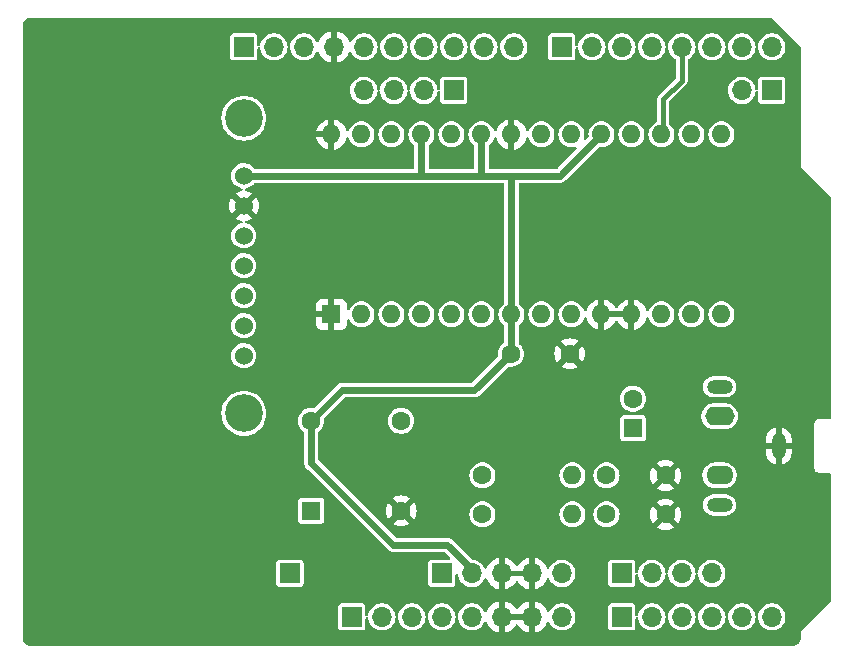
<source format=gbr>
%TF.GenerationSoftware,KiCad,Pcbnew,8.0.7*%
%TF.CreationDate,2025-09-11T21:50:55+01:00*%
%TF.ProjectId,ArduinoSP0256AAL2,41726475-696e-46f5-9350-303235364141,rev?*%
%TF.SameCoordinates,Original*%
%TF.FileFunction,Copper,L2,Bot*%
%TF.FilePolarity,Positive*%
%FSLAX46Y46*%
G04 Gerber Fmt 4.6, Leading zero omitted, Abs format (unit mm)*
G04 Created by KiCad (PCBNEW 8.0.7) date 2025-09-11 21:50:55*
%MOMM*%
%LPD*%
G01*
G04 APERTURE LIST*
%TA.AperFunction,ComponentPad*%
%ADD10R,1.700000X1.700000*%
%TD*%
%TA.AperFunction,ComponentPad*%
%ADD11O,1.700000X1.700000*%
%TD*%
%TA.AperFunction,ComponentPad*%
%ADD12C,1.600000*%
%TD*%
%TA.AperFunction,ComponentPad*%
%ADD13R,1.600000X1.600000*%
%TD*%
%TA.AperFunction,ComponentPad*%
%ADD14O,1.600000X1.600000*%
%TD*%
%TA.AperFunction,WasherPad*%
%ADD15C,3.200000*%
%TD*%
%TA.AperFunction,ComponentPad*%
%ADD16C,1.524000*%
%TD*%
%TA.AperFunction,ComponentPad*%
%ADD17O,2.200000X1.200000*%
%TD*%
%TA.AperFunction,ComponentPad*%
%ADD18O,2.300000X1.600000*%
%TD*%
%TA.AperFunction,ComponentPad*%
%ADD19O,1.200000X2.200000*%
%TD*%
%TA.AperFunction,ComponentPad*%
%ADD20O,2.500000X1.600000*%
%TD*%
%TA.AperFunction,Conductor*%
%ADD21C,0.600000*%
%TD*%
%TA.AperFunction,Conductor*%
%ADD22C,0.400000*%
%TD*%
G04 APERTURE END LIST*
D10*
%TO.P,J10,1,Pin_1*%
%TO.N,Net-(J10-Pin_1)*%
X122700000Y-93800000D03*
%TD*%
%TO.P,J1,1,Pin_1*%
%TO.N,unconnected-(J1-Pin_1-Pad1)*%
X127940000Y-97460000D03*
D11*
%TO.P,J1,2,Pin_2*%
%TO.N,/IOREF*%
X130480000Y-97460000D03*
%TO.P,J1,3,Pin_3*%
%TO.N,/~{RESET}*%
X133020000Y-97460000D03*
%TO.P,J1,4,Pin_4*%
%TO.N,+3V3*%
X135560000Y-97460000D03*
%TO.P,J1,5,Pin_5*%
%TO.N,+5V*%
X138100000Y-97460000D03*
%TO.P,J1,6,Pin_6*%
%TO.N,GND*%
X140640000Y-97460000D03*
%TO.P,J1,7,Pin_7*%
X143180000Y-97460000D03*
%TO.P,J1,8,Pin_8*%
%TO.N,VCC*%
X145720000Y-97460000D03*
%TD*%
D10*
%TO.P,J3,1,Pin_1*%
%TO.N,/A0*%
X150800000Y-97460000D03*
D11*
%TO.P,J3,2,Pin_2*%
%TO.N,/A1*%
X153340000Y-97460000D03*
%TO.P,J3,3,Pin_3*%
%TO.N,/A2*%
X155880000Y-97460000D03*
%TO.P,J3,4,Pin_4*%
%TO.N,/A3*%
X158420000Y-97460000D03*
%TO.P,J3,5,Pin_5*%
%TO.N,/SDA{slash}A4*%
X160960000Y-97460000D03*
%TO.P,J3,6,Pin_6*%
%TO.N,/SCL{slash}A5*%
X163500000Y-97460000D03*
%TD*%
D10*
%TO.P,J2,1,Pin_1*%
%TO.N,/SCL{slash}A5*%
X118796000Y-49200000D03*
D11*
%TO.P,J2,2,Pin_2*%
%TO.N,/SDA{slash}A4*%
X121336000Y-49200000D03*
%TO.P,J2,3,Pin_3*%
%TO.N,/AREF*%
X123876000Y-49200000D03*
%TO.P,J2,4,Pin_4*%
%TO.N,GND*%
X126416000Y-49200000D03*
%TO.P,J2,5,Pin_5*%
%TO.N,/13*%
X128956000Y-49200000D03*
%TO.P,J2,6,Pin_6*%
%TO.N,/12*%
X131496000Y-49200000D03*
%TO.P,J2,7,Pin_7*%
%TO.N,/\u002A11*%
X134036000Y-49200000D03*
%TO.P,J2,8,Pin_8*%
%TO.N,/\u002A10*%
X136576000Y-49200000D03*
%TO.P,J2,9,Pin_9*%
%TO.N,/\u002A9*%
X139116000Y-49200000D03*
%TO.P,J2,10,Pin_10*%
%TO.N,/8*%
X141656000Y-49200000D03*
%TD*%
D10*
%TO.P,J4,1,Pin_1*%
%TO.N,/7*%
X145720000Y-49200000D03*
D11*
%TO.P,J4,2,Pin_2*%
%TO.N,/\u002A6*%
X148260000Y-49200000D03*
%TO.P,J4,3,Pin_3*%
%TO.N,/\u002A5*%
X150800000Y-49200000D03*
%TO.P,J4,4,Pin_4*%
%TO.N,/4*%
X153340000Y-49200000D03*
%TO.P,J4,5,Pin_5*%
%TO.N,/\u002A3*%
X155880000Y-49200000D03*
%TO.P,J4,6,Pin_6*%
%TO.N,/2*%
X158420000Y-49200000D03*
%TO.P,J4,7,Pin_7*%
%TO.N,/TX{slash}1*%
X160960000Y-49200000D03*
%TO.P,J4,8,Pin_8*%
%TO.N,/RX{slash}0*%
X163500000Y-49200000D03*
%TD*%
D12*
%TO.P,C2,1*%
%TO.N,GND*%
X154500000Y-85500000D03*
%TO.P,C2,2*%
%TO.N,Net-(C2-Pad2)*%
X149500000Y-85500000D03*
%TD*%
D13*
%TO.P,U1,1,VSS*%
%TO.N,GND*%
X126215000Y-71865000D03*
D14*
%TO.P,U1,2,/RESET*%
%TO.N,Net-(J10-Pin_1)*%
X128755000Y-71865000D03*
%TO.P,U1,3,ROM_DISABLE*%
%TO.N,unconnected-(U1-ROM_DISABLE-Pad3)*%
X131295000Y-71865000D03*
%TO.P,U1,4,C1*%
%TO.N,unconnected-(U1-C1-Pad4)*%
X133835000Y-71865000D03*
%TO.P,U1,5,C2*%
%TO.N,unconnected-(U1-C2-Pad5)*%
X136375000Y-71865000D03*
%TO.P,U1,6,C3*%
%TO.N,unconnected-(U1-C3-Pad6)*%
X138915000Y-71865000D03*
%TO.P,U1,7,VDD*%
%TO.N,+5V*%
X141455000Y-71865000D03*
%TO.P,U1,8,SBY*%
%TO.N,/\u002A9*%
X143995000Y-71865000D03*
%TO.P,U1,9,/LRQ*%
%TO.N,unconnected-(U1-{slash}LRQ-Pad9)*%
X146535000Y-71865000D03*
%TO.P,U1,10,A8*%
%TO.N,GND*%
X149075000Y-71865000D03*
%TO.P,U1,11,A7*%
X151615000Y-71865000D03*
%TO.P,U1,12,SER_OUT*%
%TO.N,unconnected-(U1-SER_OUT-Pad12)*%
X154155000Y-71865000D03*
%TO.P,U1,13,A6*%
%TO.N,/7*%
X156695000Y-71865000D03*
%TO.P,U1,14,A5*%
%TO.N,/\u002A6*%
X159235000Y-71865000D03*
%TO.P,U1,15,A4*%
%TO.N,/\u002A5*%
X159235000Y-56625000D03*
%TO.P,U1,16,A3*%
%TO.N,/4*%
X156695000Y-56625000D03*
%TO.P,U1,17,A2*%
%TO.N,/\u002A3*%
X154155000Y-56625000D03*
%TO.P,U1,18,A1*%
%TO.N,/2*%
X151615000Y-56625000D03*
%TO.P,U1,19,SE*%
%TO.N,+5V*%
X149075000Y-56625000D03*
%TO.P,U1,20,/ALD*%
%TO.N,/8*%
X146535000Y-56625000D03*
%TO.P,U1,21,SER_IN*%
%TO.N,unconnected-(U1-SER_IN-Pad21)*%
X143995000Y-56625000D03*
%TO.P,U1,22,TEST*%
%TO.N,GND*%
X141455000Y-56625000D03*
%TO.P,U1,23,VDI*%
%TO.N,+5V*%
X138915000Y-56625000D03*
%TO.P,U1,24,OUT*%
%TO.N,/PWMOUT*%
X136375000Y-56625000D03*
%TO.P,U1,25,/SBY_RESET*%
%TO.N,+5V*%
X133835000Y-56625000D03*
%TO.P,U1,26,ROM_CLK*%
%TO.N,unconnected-(U1-ROM_CLK-Pad26)*%
X131295000Y-56625000D03*
%TO.P,U1,27,OSC1*%
%TO.N,Net-(JP1-C)*%
X128755000Y-56625000D03*
%TO.P,U1,28,OSC2*%
%TO.N,GND*%
X126215000Y-56625000D03*
%TD*%
D15*
%TO.P,U2,*%
%TO.N,*%
X118800000Y-55250000D03*
X118800000Y-80250000D03*
D16*
%TO.P,U2,1,VIN*%
%TO.N,+5V*%
X118800000Y-60130000D03*
%TO.P,U2,2,GND*%
%TO.N,GND*%
X118800000Y-62670000D03*
%TO.P,U2,3,SDA*%
%TO.N,/SDA{slash}A4*%
X118800000Y-65210000D03*
%TO.P,U2,4,SCL*%
%TO.N,/SCL{slash}A5*%
X118800000Y-67750000D03*
%TO.P,U2,5,CLK2*%
%TO.N,unconnected-(U2-CLK2-Pad5)*%
X118800000Y-70290000D03*
%TO.P,U2,6,CLK1*%
%TO.N,unconnected-(U2-CLK1-Pad6)*%
X118800000Y-72830000D03*
%TO.P,U2,7,CLK0*%
%TO.N,Net-(JP1-A)*%
X118800000Y-75370000D03*
%TD*%
D12*
%TO.P,R2,1*%
%TO.N,Net-(C1-Pad2)*%
X139000000Y-85500000D03*
D14*
%TO.P,R2,2*%
%TO.N,Net-(C2-Pad2)*%
X146620000Y-85500000D03*
%TD*%
D17*
%TO.P,J5,R*%
%TO.N,unconnected-(J5-PadR)*%
X159075000Y-88000000D03*
D18*
%TO.P,J5,RN*%
%TO.N,unconnected-(J5-PadRN)*%
X159075000Y-85500000D03*
D19*
%TO.P,J5,S*%
%TO.N,GND*%
X164075000Y-83000000D03*
D17*
%TO.P,J5,T*%
%TO.N,Net-(C3-Pad2)*%
X159075000Y-78000000D03*
D20*
%TO.P,J5,TN*%
%TO.N,unconnected-(J5-PadTN)*%
X159075000Y-80500000D03*
%TD*%
D13*
%TO.P,X1,1,EN*%
%TO.N,unconnected-(X1-EN-Pad1)*%
X124500000Y-88500000D03*
D12*
%TO.P,X1,4,GND*%
%TO.N,GND*%
X132120000Y-88500000D03*
%TO.P,X1,5,OUT*%
%TO.N,Net-(JP1-B)*%
X132120000Y-80880000D03*
%TO.P,X1,8,Vcc*%
%TO.N,+5V*%
X124500000Y-80880000D03*
%TD*%
D10*
%TO.P,J6,1,Pin_1*%
%TO.N,/\u002A10*%
X136576000Y-52900000D03*
D11*
%TO.P,J6,2,Pin_2*%
%TO.N,/\u002A11*%
X134036000Y-52900000D03*
%TO.P,J6,3,Pin_3*%
%TO.N,/12*%
X131496000Y-52900000D03*
%TO.P,J6,4,Pin_4*%
%TO.N,/13*%
X128956000Y-52900000D03*
%TD*%
D12*
%TO.P,C1,1*%
%TO.N,GND*%
X154500000Y-88800000D03*
%TO.P,C1,2*%
%TO.N,Net-(C1-Pad2)*%
X149500000Y-88800000D03*
%TD*%
D10*
%TO.P,J9,1,Pin_1*%
%TO.N,+3V3*%
X135560000Y-93800000D03*
D11*
%TO.P,J9,2,Pin_2*%
%TO.N,+5V*%
X138100000Y-93800000D03*
%TO.P,J9,3,Pin_3*%
%TO.N,GND*%
X140640000Y-93800000D03*
%TO.P,J9,4,Pin_4*%
X143180000Y-93800000D03*
%TO.P,J9,5,Pin_5*%
%TO.N,VCC*%
X145720000Y-93800000D03*
%TD*%
D12*
%TO.P,C4,1*%
%TO.N,GND*%
X146400000Y-75200000D03*
%TO.P,C4,2*%
%TO.N,+5V*%
X141400000Y-75200000D03*
%TD*%
D10*
%TO.P,J8,1,Pin_1*%
%TO.N,/RX{slash}0*%
X163500000Y-52900000D03*
D11*
%TO.P,J8,2,Pin_2*%
%TO.N,/TX{slash}1*%
X160960000Y-52900000D03*
%TD*%
D12*
%TO.P,R1,1*%
%TO.N,/PWMOUT*%
X139000000Y-88800000D03*
D14*
%TO.P,R1,2*%
%TO.N,Net-(C1-Pad2)*%
X146620000Y-88800000D03*
%TD*%
D10*
%TO.P,J7,1,Pin_1*%
%TO.N,/A0*%
X150800000Y-93800000D03*
D11*
%TO.P,J7,2,Pin_2*%
%TO.N,/A1*%
X153340000Y-93800000D03*
%TO.P,J7,3,Pin_3*%
%TO.N,/A2*%
X155880000Y-93800000D03*
%TO.P,J7,4,Pin_4*%
%TO.N,/A3*%
X158420000Y-93800000D03*
%TD*%
D13*
%TO.P,C3,1*%
%TO.N,Net-(C2-Pad2)*%
X151750000Y-81500000D03*
D12*
%TO.P,C3,2*%
%TO.N,Net-(C3-Pad2)*%
X151750000Y-79000000D03*
%TD*%
D21*
%TO.N,+5V*%
X118800000Y-60130000D02*
X133775000Y-60130000D01*
X138300000Y-78300000D02*
X135070000Y-78300000D01*
X141400000Y-75200000D02*
X138300000Y-78300000D01*
X145570000Y-60130000D02*
X149075000Y-56625000D01*
X138100000Y-93460000D02*
X136015000Y-91375000D01*
X135070000Y-78300000D02*
X135045000Y-78275000D01*
X124500000Y-80880000D02*
X127105000Y-78275000D01*
X141455000Y-75145000D02*
X141400000Y-75200000D01*
X131450000Y-91375000D02*
X124500000Y-84425000D01*
X127105000Y-78275000D02*
X135045000Y-78275000D01*
X136015000Y-91375000D02*
X131450000Y-91375000D01*
X138915000Y-60070000D02*
X138975000Y-60130000D01*
X141455000Y-71865000D02*
X141455000Y-60250000D01*
X138915000Y-56625000D02*
X138915000Y-60070000D01*
X141455000Y-71865000D02*
X141455000Y-75145000D01*
X141455000Y-60250000D02*
X141575000Y-60130000D01*
X124500000Y-84425000D02*
X124500000Y-80880000D01*
X133775000Y-60130000D02*
X138975000Y-60130000D01*
X133835000Y-60070000D02*
X133775000Y-60130000D01*
X133835000Y-56625000D02*
X133835000Y-60070000D01*
X138975000Y-60130000D02*
X141575000Y-60130000D01*
X141575000Y-60130000D02*
X145570000Y-60130000D01*
D22*
%TO.N,/\u002A3*%
X155880000Y-49200000D02*
X155880000Y-52075000D01*
X154290000Y-56490000D02*
X154290000Y-53665000D01*
X154155000Y-56625000D02*
X154290000Y-56490000D01*
X154290000Y-53665000D02*
X155880000Y-52075000D01*
%TD*%
%TA.AperFunction,Conductor*%
%TO.N,GND*%
G36*
X142714075Y-97267007D02*
G01*
X142680000Y-97394174D01*
X142680000Y-97525826D01*
X142714075Y-97652993D01*
X142746988Y-97710000D01*
X141073012Y-97710000D01*
X141105925Y-97652993D01*
X141140000Y-97525826D01*
X141140000Y-97394174D01*
X141105925Y-97267007D01*
X141073012Y-97210000D01*
X142746988Y-97210000D01*
X142714075Y-97267007D01*
G37*
%TD.AperFunction*%
%TA.AperFunction,Conductor*%
G36*
X142714075Y-93607007D02*
G01*
X142680000Y-93734174D01*
X142680000Y-93865826D01*
X142714075Y-93992993D01*
X142746988Y-94050000D01*
X141073012Y-94050000D01*
X141105925Y-93992993D01*
X141140000Y-93865826D01*
X141140000Y-93734174D01*
X141105925Y-93607007D01*
X141073012Y-93550000D01*
X142746988Y-93550000D01*
X142714075Y-93607007D01*
G37*
%TD.AperFunction*%
%TA.AperFunction,Conductor*%
G36*
X151294920Y-71619394D02*
G01*
X151242259Y-71710606D01*
X151215000Y-71812339D01*
X151215000Y-71917661D01*
X151242259Y-72019394D01*
X151294920Y-72110606D01*
X151299314Y-72115000D01*
X149390686Y-72115000D01*
X149395080Y-72110606D01*
X149447741Y-72019394D01*
X149475000Y-71917661D01*
X149475000Y-71812339D01*
X149447741Y-71710606D01*
X149395080Y-71619394D01*
X149390686Y-71615000D01*
X151299314Y-71615000D01*
X151294920Y-71619394D01*
G37*
%TD.AperFunction*%
%TA.AperFunction,Conductor*%
G36*
X163484404Y-46755185D02*
G01*
X163505046Y-46771819D01*
X165928181Y-49194954D01*
X165961666Y-49256277D01*
X165964500Y-49282635D01*
X165964500Y-59344982D01*
X165964500Y-59375018D01*
X165975994Y-59402767D01*
X165975995Y-59402768D01*
X168468152Y-61894926D01*
X168501637Y-61956249D01*
X168504471Y-61982649D01*
X168499508Y-76473562D01*
X168499500Y-76473658D01*
X168499500Y-76500433D01*
X168499491Y-76527193D01*
X168499500Y-76527284D01*
X168499500Y-80600500D01*
X168479815Y-80667539D01*
X168427011Y-80713294D01*
X168375500Y-80724500D01*
X167599531Y-80724500D01*
X167575000Y-80724500D01*
X167512399Y-80724500D01*
X167431775Y-80746103D01*
X167391463Y-80756905D01*
X167283037Y-80819504D01*
X167283034Y-80819506D01*
X167194506Y-80908034D01*
X167194504Y-80908037D01*
X167131905Y-81016463D01*
X167131905Y-81016464D01*
X167099500Y-81137399D01*
X167099500Y-81184982D01*
X167099500Y-84775469D01*
X167099500Y-84800000D01*
X167099500Y-84862601D01*
X167131905Y-84983536D01*
X167194505Y-85091964D01*
X167283036Y-85180495D01*
X167391464Y-85243095D01*
X167512399Y-85275500D01*
X167559982Y-85275500D01*
X168375500Y-85275500D01*
X168442539Y-85295185D01*
X168488294Y-85347989D01*
X168499500Y-85399500D01*
X168499500Y-89472974D01*
X168499480Y-89473180D01*
X168499500Y-89499757D01*
X168499500Y-89526854D01*
X168499519Y-89527057D01*
X168504437Y-96107332D01*
X168484803Y-96174386D01*
X168468118Y-96195106D01*
X165997233Y-98665994D01*
X165975995Y-98687231D01*
X165964500Y-98714982D01*
X165964500Y-99231907D01*
X165963903Y-99244062D01*
X165952505Y-99359778D01*
X165947763Y-99383618D01*
X165917832Y-99482290D01*
X165915789Y-99489024D01*
X165906486Y-99511482D01*
X165854561Y-99608627D01*
X165841056Y-99628839D01*
X165771176Y-99713988D01*
X165753988Y-99731176D01*
X165668839Y-99801056D01*
X165648627Y-99814561D01*
X165551482Y-99866486D01*
X165529028Y-99875787D01*
X165487028Y-99888528D01*
X165423618Y-99907763D01*
X165399778Y-99912505D01*
X165291162Y-99923203D01*
X165284060Y-99923903D01*
X165271907Y-99924500D01*
X100768093Y-99924500D01*
X100755939Y-99923903D01*
X100747995Y-99923120D01*
X100640221Y-99912505D01*
X100616381Y-99907763D01*
X100599445Y-99902625D01*
X100510968Y-99875786D01*
X100488517Y-99866486D01*
X100391372Y-99814561D01*
X100371160Y-99801056D01*
X100286011Y-99731176D01*
X100268823Y-99713988D01*
X100198943Y-99628839D01*
X100185438Y-99608627D01*
X100133510Y-99511476D01*
X100124215Y-99489037D01*
X100092234Y-99383612D01*
X100087494Y-99359777D01*
X100076097Y-99244061D01*
X100075500Y-99231907D01*
X100075500Y-96565131D01*
X126789500Y-96565131D01*
X126789500Y-98354856D01*
X126789502Y-98354882D01*
X126792413Y-98379987D01*
X126792415Y-98379991D01*
X126837793Y-98482764D01*
X126837794Y-98482765D01*
X126917235Y-98562206D01*
X127020009Y-98607585D01*
X127045135Y-98610500D01*
X128834864Y-98610499D01*
X128834879Y-98610497D01*
X128834882Y-98610497D01*
X128859987Y-98607586D01*
X128859988Y-98607585D01*
X128859991Y-98607585D01*
X128962765Y-98562206D01*
X129042206Y-98482765D01*
X129087585Y-98379991D01*
X129090500Y-98354865D01*
X129090499Y-97616046D01*
X129110183Y-97549009D01*
X129162987Y-97503254D01*
X129232146Y-97493310D01*
X129295702Y-97522335D01*
X129333476Y-97581113D01*
X129337970Y-97604606D01*
X129342454Y-97652993D01*
X129344244Y-97672310D01*
X129397675Y-97860099D01*
X129402596Y-97877392D01*
X129402596Y-97877394D01*
X129497632Y-98068253D01*
X129555565Y-98144968D01*
X129626128Y-98238407D01*
X129783698Y-98382052D01*
X129964981Y-98494298D01*
X130163802Y-98571321D01*
X130373390Y-98610500D01*
X130373392Y-98610500D01*
X130586608Y-98610500D01*
X130586610Y-98610500D01*
X130796198Y-98571321D01*
X130995019Y-98494298D01*
X131176302Y-98382052D01*
X131333872Y-98238407D01*
X131462366Y-98068255D01*
X131516270Y-97960000D01*
X131557403Y-97877394D01*
X131557403Y-97877393D01*
X131557405Y-97877389D01*
X131615756Y-97672310D01*
X131626529Y-97556047D01*
X131652315Y-97491111D01*
X131694622Y-97460804D01*
X131803130Y-97460804D01*
X131839503Y-97481668D01*
X131871693Y-97543681D01*
X131873470Y-97556047D01*
X131884244Y-97672310D01*
X131937675Y-97860099D01*
X131942596Y-97877392D01*
X131942596Y-97877394D01*
X132037632Y-98068253D01*
X132095565Y-98144968D01*
X132166128Y-98238407D01*
X132323698Y-98382052D01*
X132504981Y-98494298D01*
X132703802Y-98571321D01*
X132913390Y-98610500D01*
X132913392Y-98610500D01*
X133126608Y-98610500D01*
X133126610Y-98610500D01*
X133336198Y-98571321D01*
X133535019Y-98494298D01*
X133716302Y-98382052D01*
X133873872Y-98238407D01*
X134002366Y-98068255D01*
X134056270Y-97960000D01*
X134097403Y-97877394D01*
X134097403Y-97877393D01*
X134097405Y-97877389D01*
X134155756Y-97672310D01*
X134166529Y-97556047D01*
X134192315Y-97491111D01*
X134234622Y-97460804D01*
X134343130Y-97460804D01*
X134379503Y-97481668D01*
X134411693Y-97543681D01*
X134413470Y-97556047D01*
X134424244Y-97672310D01*
X134477675Y-97860099D01*
X134482596Y-97877392D01*
X134482596Y-97877394D01*
X134577632Y-98068253D01*
X134635565Y-98144968D01*
X134706128Y-98238407D01*
X134863698Y-98382052D01*
X135044981Y-98494298D01*
X135243802Y-98571321D01*
X135453390Y-98610500D01*
X135453392Y-98610500D01*
X135666608Y-98610500D01*
X135666610Y-98610500D01*
X135876198Y-98571321D01*
X136075019Y-98494298D01*
X136256302Y-98382052D01*
X136413872Y-98238407D01*
X136542366Y-98068255D01*
X136596270Y-97960000D01*
X136637403Y-97877394D01*
X136637403Y-97877393D01*
X136637405Y-97877389D01*
X136695756Y-97672310D01*
X136706529Y-97556047D01*
X136732315Y-97491111D01*
X136774622Y-97460804D01*
X136883130Y-97460804D01*
X136919503Y-97481668D01*
X136951693Y-97543681D01*
X136953470Y-97556047D01*
X136964244Y-97672310D01*
X137017675Y-97860099D01*
X137022596Y-97877392D01*
X137022596Y-97877394D01*
X137117632Y-98068253D01*
X137175565Y-98144968D01*
X137246128Y-98238407D01*
X137403698Y-98382052D01*
X137584981Y-98494298D01*
X137783802Y-98571321D01*
X137993390Y-98610500D01*
X137993392Y-98610500D01*
X138206608Y-98610500D01*
X138206610Y-98610500D01*
X138416198Y-98571321D01*
X138615019Y-98494298D01*
X138796302Y-98382052D01*
X138953872Y-98238407D01*
X139082366Y-98068255D01*
X139149325Y-97933781D01*
X139196825Y-97882548D01*
X139264488Y-97865126D01*
X139330828Y-97887051D01*
X139372705Y-97936651D01*
X139466399Y-98137578D01*
X139601894Y-98331082D01*
X139768917Y-98498105D01*
X139962421Y-98633600D01*
X140176507Y-98733429D01*
X140176516Y-98733433D01*
X140390000Y-98790634D01*
X140390000Y-97893012D01*
X140447007Y-97925925D01*
X140574174Y-97960000D01*
X140705826Y-97960000D01*
X140832993Y-97925925D01*
X140890000Y-97893012D01*
X140890000Y-98790633D01*
X141103483Y-98733433D01*
X141103492Y-98733429D01*
X141317578Y-98633600D01*
X141511082Y-98498105D01*
X141678105Y-98331082D01*
X141808425Y-98144968D01*
X141863002Y-98101344D01*
X141932501Y-98094151D01*
X141994855Y-98125673D01*
X142011575Y-98144968D01*
X142141894Y-98331082D01*
X142308917Y-98498105D01*
X142502421Y-98633600D01*
X142716507Y-98733429D01*
X142716516Y-98733433D01*
X142930000Y-98790634D01*
X142930000Y-97893012D01*
X142987007Y-97925925D01*
X143114174Y-97960000D01*
X143245826Y-97960000D01*
X143372993Y-97925925D01*
X143430000Y-97893012D01*
X143430000Y-98790633D01*
X143643483Y-98733433D01*
X143643492Y-98733429D01*
X143857578Y-98633600D01*
X144051082Y-98498105D01*
X144218105Y-98331082D01*
X144353600Y-98137578D01*
X144447294Y-97936651D01*
X144493466Y-97884212D01*
X144560660Y-97865060D01*
X144627541Y-97885276D01*
X144670676Y-97933785D01*
X144737632Y-98068253D01*
X144795565Y-98144968D01*
X144866128Y-98238407D01*
X145023698Y-98382052D01*
X145204981Y-98494298D01*
X145403802Y-98571321D01*
X145613390Y-98610500D01*
X145613392Y-98610500D01*
X145826608Y-98610500D01*
X145826610Y-98610500D01*
X146036198Y-98571321D01*
X146235019Y-98494298D01*
X146416302Y-98382052D01*
X146573872Y-98238407D01*
X146702366Y-98068255D01*
X146756270Y-97960000D01*
X146797403Y-97877394D01*
X146797403Y-97877393D01*
X146797405Y-97877389D01*
X146855756Y-97672310D01*
X146875429Y-97460000D01*
X146855756Y-97247690D01*
X146797405Y-97042611D01*
X146797403Y-97042606D01*
X146797403Y-97042605D01*
X146702367Y-96851746D01*
X146573872Y-96681593D01*
X146446120Y-96565131D01*
X149649500Y-96565131D01*
X149649500Y-98354856D01*
X149649502Y-98354882D01*
X149652413Y-98379987D01*
X149652415Y-98379991D01*
X149697793Y-98482764D01*
X149697794Y-98482765D01*
X149777235Y-98562206D01*
X149880009Y-98607585D01*
X149905135Y-98610500D01*
X151694864Y-98610499D01*
X151694879Y-98610497D01*
X151694882Y-98610497D01*
X151719987Y-98607586D01*
X151719988Y-98607585D01*
X151719991Y-98607585D01*
X151822765Y-98562206D01*
X151902206Y-98482765D01*
X151947585Y-98379991D01*
X151950500Y-98354865D01*
X151950499Y-97616046D01*
X151970183Y-97549009D01*
X152022987Y-97503254D01*
X152092146Y-97493310D01*
X152155702Y-97522335D01*
X152193476Y-97581113D01*
X152197970Y-97604606D01*
X152202454Y-97652993D01*
X152204244Y-97672310D01*
X152257675Y-97860099D01*
X152262596Y-97877392D01*
X152262596Y-97877394D01*
X152357632Y-98068253D01*
X152415565Y-98144968D01*
X152486128Y-98238407D01*
X152643698Y-98382052D01*
X152824981Y-98494298D01*
X153023802Y-98571321D01*
X153233390Y-98610500D01*
X153233392Y-98610500D01*
X153446608Y-98610500D01*
X153446610Y-98610500D01*
X153656198Y-98571321D01*
X153855019Y-98494298D01*
X154036302Y-98382052D01*
X154193872Y-98238407D01*
X154322366Y-98068255D01*
X154376270Y-97960000D01*
X154417403Y-97877394D01*
X154417403Y-97877393D01*
X154417405Y-97877389D01*
X154475756Y-97672310D01*
X154486529Y-97556047D01*
X154512315Y-97491111D01*
X154554622Y-97460804D01*
X154663130Y-97460804D01*
X154699503Y-97481668D01*
X154731693Y-97543681D01*
X154733470Y-97556047D01*
X154744244Y-97672310D01*
X154797675Y-97860099D01*
X154802596Y-97877392D01*
X154802596Y-97877394D01*
X154897632Y-98068253D01*
X154955565Y-98144968D01*
X155026128Y-98238407D01*
X155183698Y-98382052D01*
X155364981Y-98494298D01*
X155563802Y-98571321D01*
X155773390Y-98610500D01*
X155773392Y-98610500D01*
X155986608Y-98610500D01*
X155986610Y-98610500D01*
X156196198Y-98571321D01*
X156395019Y-98494298D01*
X156576302Y-98382052D01*
X156733872Y-98238407D01*
X156862366Y-98068255D01*
X156916270Y-97960000D01*
X156957403Y-97877394D01*
X156957403Y-97877393D01*
X156957405Y-97877389D01*
X157015756Y-97672310D01*
X157026529Y-97556047D01*
X157052315Y-97491111D01*
X157094622Y-97460804D01*
X157203130Y-97460804D01*
X157239503Y-97481668D01*
X157271693Y-97543681D01*
X157273470Y-97556047D01*
X157284244Y-97672310D01*
X157337675Y-97860099D01*
X157342596Y-97877392D01*
X157342596Y-97877394D01*
X157437632Y-98068253D01*
X157495565Y-98144968D01*
X157566128Y-98238407D01*
X157723698Y-98382052D01*
X157904981Y-98494298D01*
X158103802Y-98571321D01*
X158313390Y-98610500D01*
X158313392Y-98610500D01*
X158526608Y-98610500D01*
X158526610Y-98610500D01*
X158736198Y-98571321D01*
X158935019Y-98494298D01*
X159116302Y-98382052D01*
X159273872Y-98238407D01*
X159402366Y-98068255D01*
X159456270Y-97960000D01*
X159497403Y-97877394D01*
X159497403Y-97877393D01*
X159497405Y-97877389D01*
X159555756Y-97672310D01*
X159566529Y-97556047D01*
X159592315Y-97491111D01*
X159634622Y-97460804D01*
X159743130Y-97460804D01*
X159779503Y-97481668D01*
X159811693Y-97543681D01*
X159813470Y-97556047D01*
X159824244Y-97672310D01*
X159877675Y-97860099D01*
X159882596Y-97877392D01*
X159882596Y-97877394D01*
X159977632Y-98068253D01*
X160035565Y-98144968D01*
X160106128Y-98238407D01*
X160263698Y-98382052D01*
X160444981Y-98494298D01*
X160643802Y-98571321D01*
X160853390Y-98610500D01*
X160853392Y-98610500D01*
X161066608Y-98610500D01*
X161066610Y-98610500D01*
X161276198Y-98571321D01*
X161475019Y-98494298D01*
X161656302Y-98382052D01*
X161813872Y-98238407D01*
X161942366Y-98068255D01*
X161996270Y-97960000D01*
X162037403Y-97877394D01*
X162037403Y-97877393D01*
X162037405Y-97877389D01*
X162095756Y-97672310D01*
X162106529Y-97556047D01*
X162132315Y-97491111D01*
X162174622Y-97460804D01*
X162283130Y-97460804D01*
X162319503Y-97481668D01*
X162351693Y-97543681D01*
X162353470Y-97556047D01*
X162364244Y-97672310D01*
X162417675Y-97860099D01*
X162422596Y-97877392D01*
X162422596Y-97877394D01*
X162517632Y-98068253D01*
X162575565Y-98144968D01*
X162646128Y-98238407D01*
X162803698Y-98382052D01*
X162984981Y-98494298D01*
X163183802Y-98571321D01*
X163393390Y-98610500D01*
X163393392Y-98610500D01*
X163606608Y-98610500D01*
X163606610Y-98610500D01*
X163816198Y-98571321D01*
X164015019Y-98494298D01*
X164196302Y-98382052D01*
X164353872Y-98238407D01*
X164482366Y-98068255D01*
X164536270Y-97960000D01*
X164577403Y-97877394D01*
X164577403Y-97877393D01*
X164577405Y-97877389D01*
X164635756Y-97672310D01*
X164655429Y-97460000D01*
X164635756Y-97247690D01*
X164577405Y-97042611D01*
X164577403Y-97042606D01*
X164577403Y-97042605D01*
X164482367Y-96851746D01*
X164353872Y-96681593D01*
X164196302Y-96537948D01*
X164015019Y-96425702D01*
X164015017Y-96425701D01*
X163915608Y-96387190D01*
X163816198Y-96348679D01*
X163606610Y-96309500D01*
X163393390Y-96309500D01*
X163183802Y-96348679D01*
X163183799Y-96348679D01*
X163183799Y-96348680D01*
X162984982Y-96425701D01*
X162984980Y-96425702D01*
X162803699Y-96537947D01*
X162646127Y-96681593D01*
X162517632Y-96851746D01*
X162422596Y-97042605D01*
X162422596Y-97042607D01*
X162364244Y-97247689D01*
X162353471Y-97363951D01*
X162327685Y-97428888D01*
X162283130Y-97460804D01*
X162174622Y-97460804D01*
X162176869Y-97459194D01*
X162140497Y-97438331D01*
X162108307Y-97376318D01*
X162106529Y-97363951D01*
X162103175Y-97327759D01*
X162095756Y-97247690D01*
X162037405Y-97042611D01*
X162037403Y-97042606D01*
X162037403Y-97042605D01*
X161942367Y-96851746D01*
X161813872Y-96681593D01*
X161656302Y-96537948D01*
X161475019Y-96425702D01*
X161475017Y-96425701D01*
X161375608Y-96387190D01*
X161276198Y-96348679D01*
X161066610Y-96309500D01*
X160853390Y-96309500D01*
X160643802Y-96348679D01*
X160643799Y-96348679D01*
X160643799Y-96348680D01*
X160444982Y-96425701D01*
X160444980Y-96425702D01*
X160263699Y-96537947D01*
X160106127Y-96681593D01*
X159977632Y-96851746D01*
X159882596Y-97042605D01*
X159882596Y-97042607D01*
X159824244Y-97247689D01*
X159813471Y-97363951D01*
X159787685Y-97428888D01*
X159743130Y-97460804D01*
X159634622Y-97460804D01*
X159636869Y-97459194D01*
X159600497Y-97438331D01*
X159568307Y-97376318D01*
X159566529Y-97363951D01*
X159563175Y-97327759D01*
X159555756Y-97247690D01*
X159497405Y-97042611D01*
X159497403Y-97042606D01*
X159497403Y-97042605D01*
X159402367Y-96851746D01*
X159273872Y-96681593D01*
X159116302Y-96537948D01*
X158935019Y-96425702D01*
X158935017Y-96425701D01*
X158835608Y-96387190D01*
X158736198Y-96348679D01*
X158526610Y-96309500D01*
X158313390Y-96309500D01*
X158103802Y-96348679D01*
X158103799Y-96348679D01*
X158103799Y-96348680D01*
X157904982Y-96425701D01*
X157904980Y-96425702D01*
X157723699Y-96537947D01*
X157566127Y-96681593D01*
X157437632Y-96851746D01*
X157342596Y-97042605D01*
X157342596Y-97042607D01*
X157284244Y-97247689D01*
X157273471Y-97363951D01*
X157247685Y-97428888D01*
X157203130Y-97460804D01*
X157094622Y-97460804D01*
X157096869Y-97459194D01*
X157060497Y-97438331D01*
X157028307Y-97376318D01*
X157026529Y-97363951D01*
X157023175Y-97327759D01*
X157015756Y-97247690D01*
X156957405Y-97042611D01*
X156957403Y-97042606D01*
X156957403Y-97042605D01*
X156862367Y-96851746D01*
X156733872Y-96681593D01*
X156576302Y-96537948D01*
X156395019Y-96425702D01*
X156395017Y-96425701D01*
X156295608Y-96387190D01*
X156196198Y-96348679D01*
X155986610Y-96309500D01*
X155773390Y-96309500D01*
X155563802Y-96348679D01*
X155563799Y-96348679D01*
X155563799Y-96348680D01*
X155364982Y-96425701D01*
X155364980Y-96425702D01*
X155183699Y-96537947D01*
X155026127Y-96681593D01*
X154897632Y-96851746D01*
X154802596Y-97042605D01*
X154802596Y-97042607D01*
X154744244Y-97247689D01*
X154733471Y-97363951D01*
X154707685Y-97428888D01*
X154663130Y-97460804D01*
X154554622Y-97460804D01*
X154556869Y-97459194D01*
X154520497Y-97438331D01*
X154488307Y-97376318D01*
X154486529Y-97363951D01*
X154483175Y-97327759D01*
X154475756Y-97247690D01*
X154417405Y-97042611D01*
X154417403Y-97042606D01*
X154417403Y-97042605D01*
X154322367Y-96851746D01*
X154193872Y-96681593D01*
X154036302Y-96537948D01*
X153855019Y-96425702D01*
X153855017Y-96425701D01*
X153755608Y-96387190D01*
X153656198Y-96348679D01*
X153446610Y-96309500D01*
X153233390Y-96309500D01*
X153023802Y-96348679D01*
X153023799Y-96348679D01*
X153023799Y-96348680D01*
X152824982Y-96425701D01*
X152824980Y-96425702D01*
X152643699Y-96537947D01*
X152486127Y-96681593D01*
X152357632Y-96851746D01*
X152262596Y-97042605D01*
X152262596Y-97042607D01*
X152204244Y-97247689D01*
X152197970Y-97315394D01*
X152172183Y-97380331D01*
X152115383Y-97421018D01*
X152045602Y-97424538D01*
X151984995Y-97389772D01*
X151952806Y-97327759D01*
X151950499Y-97303952D01*
X151950499Y-96565143D01*
X151950499Y-96565136D01*
X151950497Y-96565117D01*
X151947586Y-96540012D01*
X151947585Y-96540010D01*
X151947585Y-96540009D01*
X151902206Y-96437235D01*
X151822765Y-96357794D01*
X151802124Y-96348680D01*
X151719992Y-96312415D01*
X151694865Y-96309500D01*
X149905143Y-96309500D01*
X149905117Y-96309502D01*
X149880012Y-96312413D01*
X149880008Y-96312415D01*
X149777235Y-96357793D01*
X149697794Y-96437234D01*
X149652415Y-96540006D01*
X149652415Y-96540008D01*
X149649500Y-96565131D01*
X146446120Y-96565131D01*
X146416302Y-96537948D01*
X146235019Y-96425702D01*
X146235017Y-96425701D01*
X146135608Y-96387190D01*
X146036198Y-96348679D01*
X145826610Y-96309500D01*
X145613390Y-96309500D01*
X145403802Y-96348679D01*
X145403799Y-96348679D01*
X145403799Y-96348680D01*
X145204982Y-96425701D01*
X145204980Y-96425702D01*
X145023699Y-96537947D01*
X144866127Y-96681593D01*
X144737634Y-96851744D01*
X144670676Y-96986215D01*
X144623173Y-97037452D01*
X144555510Y-97054873D01*
X144489170Y-97032947D01*
X144447294Y-96983348D01*
X144353600Y-96782422D01*
X144353599Y-96782420D01*
X144218113Y-96588926D01*
X144218108Y-96588920D01*
X144051082Y-96421894D01*
X143857578Y-96286399D01*
X143643492Y-96186570D01*
X143643486Y-96186567D01*
X143430000Y-96129364D01*
X143430000Y-97026988D01*
X143372993Y-96994075D01*
X143245826Y-96960000D01*
X143114174Y-96960000D01*
X142987007Y-96994075D01*
X142930000Y-97026988D01*
X142930000Y-96129364D01*
X142929999Y-96129364D01*
X142716513Y-96186567D01*
X142716507Y-96186570D01*
X142502422Y-96286399D01*
X142502420Y-96286400D01*
X142308926Y-96421886D01*
X142308920Y-96421891D01*
X142141891Y-96588920D01*
X142141890Y-96588922D01*
X142011575Y-96775031D01*
X141956998Y-96818655D01*
X141887499Y-96825848D01*
X141825145Y-96794326D01*
X141808425Y-96775031D01*
X141678109Y-96588922D01*
X141678108Y-96588920D01*
X141511082Y-96421894D01*
X141317578Y-96286399D01*
X141103492Y-96186570D01*
X141103486Y-96186567D01*
X140890000Y-96129364D01*
X140890000Y-97026988D01*
X140832993Y-96994075D01*
X140705826Y-96960000D01*
X140574174Y-96960000D01*
X140447007Y-96994075D01*
X140390000Y-97026988D01*
X140390000Y-96129364D01*
X140389999Y-96129364D01*
X140176513Y-96186567D01*
X140176507Y-96186570D01*
X139962422Y-96286399D01*
X139962420Y-96286400D01*
X139768926Y-96421886D01*
X139768920Y-96421891D01*
X139601891Y-96588920D01*
X139601886Y-96588926D01*
X139466400Y-96782420D01*
X139466399Y-96782422D01*
X139372705Y-96983348D01*
X139326532Y-97035787D01*
X139259339Y-97054939D01*
X139192457Y-97034723D01*
X139149323Y-96986215D01*
X139082366Y-96851745D01*
X139062809Y-96825848D01*
X138953872Y-96681593D01*
X138796302Y-96537948D01*
X138615019Y-96425702D01*
X138615017Y-96425701D01*
X138515608Y-96387190D01*
X138416198Y-96348679D01*
X138206610Y-96309500D01*
X137993390Y-96309500D01*
X137783802Y-96348679D01*
X137783799Y-96348679D01*
X137783799Y-96348680D01*
X137584982Y-96425701D01*
X137584980Y-96425702D01*
X137403699Y-96537947D01*
X137246127Y-96681593D01*
X137117632Y-96851746D01*
X137022596Y-97042605D01*
X137022596Y-97042607D01*
X136964244Y-97247689D01*
X136953471Y-97363951D01*
X136927685Y-97428888D01*
X136883130Y-97460804D01*
X136774622Y-97460804D01*
X136776869Y-97459194D01*
X136740497Y-97438331D01*
X136708307Y-97376318D01*
X136706529Y-97363951D01*
X136703175Y-97327759D01*
X136695756Y-97247690D01*
X136637405Y-97042611D01*
X136637403Y-97042606D01*
X136637403Y-97042605D01*
X136542367Y-96851746D01*
X136413872Y-96681593D01*
X136256302Y-96537948D01*
X136075019Y-96425702D01*
X136075017Y-96425701D01*
X135975608Y-96387190D01*
X135876198Y-96348679D01*
X135666610Y-96309500D01*
X135453390Y-96309500D01*
X135243802Y-96348679D01*
X135243799Y-96348679D01*
X135243799Y-96348680D01*
X135044982Y-96425701D01*
X135044980Y-96425702D01*
X134863699Y-96537947D01*
X134706127Y-96681593D01*
X134577632Y-96851746D01*
X134482596Y-97042605D01*
X134482596Y-97042607D01*
X134424244Y-97247689D01*
X134413471Y-97363951D01*
X134387685Y-97428888D01*
X134343130Y-97460804D01*
X134234622Y-97460804D01*
X134236869Y-97459194D01*
X134200497Y-97438331D01*
X134168307Y-97376318D01*
X134166529Y-97363951D01*
X134163175Y-97327759D01*
X134155756Y-97247690D01*
X134097405Y-97042611D01*
X134097403Y-97042606D01*
X134097403Y-97042605D01*
X134002367Y-96851746D01*
X133873872Y-96681593D01*
X133716302Y-96537948D01*
X133535019Y-96425702D01*
X133535017Y-96425701D01*
X133435608Y-96387190D01*
X133336198Y-96348679D01*
X133126610Y-96309500D01*
X132913390Y-96309500D01*
X132703802Y-96348679D01*
X132703799Y-96348679D01*
X132703799Y-96348680D01*
X132504982Y-96425701D01*
X132504980Y-96425702D01*
X132323699Y-96537947D01*
X132166127Y-96681593D01*
X132037632Y-96851746D01*
X131942596Y-97042605D01*
X131942596Y-97042607D01*
X131884244Y-97247689D01*
X131873471Y-97363951D01*
X131847685Y-97428888D01*
X131803130Y-97460804D01*
X131694622Y-97460804D01*
X131696869Y-97459194D01*
X131660497Y-97438331D01*
X131628307Y-97376318D01*
X131626529Y-97363951D01*
X131623175Y-97327759D01*
X131615756Y-97247690D01*
X131557405Y-97042611D01*
X131557403Y-97042606D01*
X131557403Y-97042605D01*
X131462367Y-96851746D01*
X131333872Y-96681593D01*
X131176302Y-96537948D01*
X130995019Y-96425702D01*
X130995017Y-96425701D01*
X130895608Y-96387190D01*
X130796198Y-96348679D01*
X130586610Y-96309500D01*
X130373390Y-96309500D01*
X130163802Y-96348679D01*
X130163799Y-96348679D01*
X130163799Y-96348680D01*
X129964982Y-96425701D01*
X129964980Y-96425702D01*
X129783699Y-96537947D01*
X129626127Y-96681593D01*
X129497632Y-96851746D01*
X129402596Y-97042605D01*
X129402596Y-97042607D01*
X129344244Y-97247689D01*
X129337970Y-97315394D01*
X129312183Y-97380331D01*
X129255383Y-97421018D01*
X129185602Y-97424538D01*
X129124995Y-97389772D01*
X129092806Y-97327759D01*
X129090499Y-97303952D01*
X129090499Y-96565143D01*
X129090499Y-96565136D01*
X129090497Y-96565117D01*
X129087586Y-96540012D01*
X129087585Y-96540010D01*
X129087585Y-96540009D01*
X129042206Y-96437235D01*
X128962765Y-96357794D01*
X128942124Y-96348680D01*
X128859992Y-96312415D01*
X128834865Y-96309500D01*
X127045143Y-96309500D01*
X127045117Y-96309502D01*
X127020012Y-96312413D01*
X127020008Y-96312415D01*
X126917235Y-96357793D01*
X126837794Y-96437234D01*
X126792415Y-96540006D01*
X126792415Y-96540008D01*
X126789500Y-96565131D01*
X100075500Y-96565131D01*
X100075500Y-92905131D01*
X121549500Y-92905131D01*
X121549500Y-94694856D01*
X121549502Y-94694882D01*
X121552413Y-94719987D01*
X121552415Y-94719991D01*
X121597793Y-94822764D01*
X121597794Y-94822765D01*
X121677235Y-94902206D01*
X121780009Y-94947585D01*
X121805135Y-94950500D01*
X123594864Y-94950499D01*
X123594879Y-94950497D01*
X123594882Y-94950497D01*
X123619987Y-94947586D01*
X123619988Y-94947585D01*
X123619991Y-94947585D01*
X123722765Y-94902206D01*
X123802206Y-94822765D01*
X123847585Y-94719991D01*
X123850500Y-94694865D01*
X123850499Y-92905136D01*
X123850497Y-92905117D01*
X123847586Y-92880012D01*
X123847585Y-92880010D01*
X123847585Y-92880009D01*
X123802206Y-92777235D01*
X123722765Y-92697794D01*
X123702124Y-92688680D01*
X123619992Y-92652415D01*
X123594865Y-92649500D01*
X121805143Y-92649500D01*
X121805117Y-92649502D01*
X121780012Y-92652413D01*
X121780008Y-92652415D01*
X121677235Y-92697793D01*
X121597794Y-92777234D01*
X121552415Y-92880006D01*
X121552415Y-92880008D01*
X121549500Y-92905131D01*
X100075500Y-92905131D01*
X100075500Y-87655131D01*
X123399500Y-87655131D01*
X123399500Y-89344856D01*
X123399502Y-89344882D01*
X123402413Y-89369987D01*
X123402415Y-89369991D01*
X123447793Y-89472764D01*
X123447794Y-89472765D01*
X123527235Y-89552206D01*
X123630009Y-89597585D01*
X123655135Y-89600500D01*
X125344864Y-89600499D01*
X125344879Y-89600497D01*
X125344882Y-89600497D01*
X125369987Y-89597586D01*
X125369988Y-89597585D01*
X125369991Y-89597585D01*
X125472765Y-89552206D01*
X125552206Y-89472765D01*
X125597585Y-89369991D01*
X125600500Y-89344865D01*
X125600499Y-87655136D01*
X125600497Y-87655117D01*
X125597586Y-87630012D01*
X125597585Y-87630010D01*
X125597585Y-87630009D01*
X125552206Y-87527235D01*
X125472765Y-87447794D01*
X125423318Y-87425961D01*
X125369992Y-87402415D01*
X125344865Y-87399500D01*
X123655143Y-87399500D01*
X123655117Y-87399502D01*
X123630012Y-87402413D01*
X123630008Y-87402415D01*
X123527235Y-87447793D01*
X123447794Y-87527234D01*
X123402415Y-87630006D01*
X123402415Y-87630008D01*
X123399500Y-87655131D01*
X100075500Y-87655131D01*
X100075500Y-80249998D01*
X116894645Y-80249998D01*
X116894645Y-80250001D01*
X116914039Y-80521160D01*
X116914040Y-80521167D01*
X116971823Y-80786793D01*
X116971825Y-80786801D01*
X117048330Y-80991920D01*
X117066830Y-81041519D01*
X117197109Y-81280107D01*
X117197110Y-81280108D01*
X117197113Y-81280113D01*
X117360029Y-81497742D01*
X117360033Y-81497746D01*
X117360038Y-81497752D01*
X117552247Y-81689961D01*
X117552253Y-81689966D01*
X117552258Y-81689971D01*
X117769887Y-81852887D01*
X117769891Y-81852889D01*
X117769892Y-81852890D01*
X118008481Y-81983169D01*
X118008480Y-81983169D01*
X118008484Y-81983170D01*
X118008487Y-81983172D01*
X118263199Y-82078175D01*
X118528840Y-82135961D01*
X118780605Y-82153967D01*
X118799999Y-82155355D01*
X118800000Y-82155355D01*
X118800001Y-82155355D01*
X118818100Y-82154060D01*
X119071160Y-82135961D01*
X119336801Y-82078175D01*
X119591513Y-81983172D01*
X119591517Y-81983169D01*
X119591519Y-81983169D01*
X119795789Y-81871629D01*
X119830113Y-81852887D01*
X120047742Y-81689971D01*
X120239971Y-81497742D01*
X120402887Y-81280113D01*
X120480814Y-81137400D01*
X120533169Y-81041519D01*
X120533169Y-81041517D01*
X120533172Y-81041513D01*
X120628175Y-80786801D01*
X120685961Y-80521160D01*
X120705355Y-80250000D01*
X120704804Y-80242302D01*
X120693021Y-80077552D01*
X120685961Y-79978840D01*
X120628175Y-79713199D01*
X120533172Y-79458487D01*
X120533170Y-79458484D01*
X120533169Y-79458480D01*
X120402890Y-79219892D01*
X120402889Y-79219891D01*
X120402887Y-79219887D01*
X120239971Y-79002258D01*
X120239966Y-79002253D01*
X120239961Y-79002247D01*
X120047752Y-78810038D01*
X120047746Y-78810033D01*
X120047742Y-78810029D01*
X119830113Y-78647113D01*
X119830108Y-78647110D01*
X119830107Y-78647109D01*
X119591518Y-78516830D01*
X119591519Y-78516830D01*
X119541920Y-78498330D01*
X119336801Y-78421825D01*
X119336794Y-78421823D01*
X119336793Y-78421823D01*
X119071167Y-78364040D01*
X119071160Y-78364039D01*
X118800001Y-78344645D01*
X118799999Y-78344645D01*
X118528839Y-78364039D01*
X118528832Y-78364040D01*
X118263206Y-78421823D01*
X118263202Y-78421824D01*
X118263199Y-78421825D01*
X118135843Y-78469326D01*
X118008480Y-78516830D01*
X117769892Y-78647109D01*
X117769891Y-78647110D01*
X117552259Y-78810028D01*
X117552247Y-78810038D01*
X117360038Y-79002247D01*
X117360028Y-79002259D01*
X117197110Y-79219891D01*
X117197109Y-79219892D01*
X117066830Y-79458480D01*
X117058756Y-79480128D01*
X116971825Y-79713199D01*
X116971824Y-79713202D01*
X116971823Y-79713206D01*
X116914040Y-79978832D01*
X116914039Y-79978839D01*
X116894645Y-80249998D01*
X100075500Y-80249998D01*
X100075500Y-75370000D01*
X117732359Y-75370000D01*
X117752872Y-75578284D01*
X117813629Y-75778571D01*
X117912291Y-75963153D01*
X118045063Y-76124936D01*
X118206846Y-76257708D01*
X118206850Y-76257711D01*
X118391431Y-76356372D01*
X118591714Y-76417127D01*
X118800000Y-76437641D01*
X119008286Y-76417127D01*
X119208569Y-76356372D01*
X119393150Y-76257711D01*
X119554936Y-76124936D01*
X119687711Y-75963150D01*
X119786372Y-75778569D01*
X119847127Y-75578286D01*
X119867641Y-75370000D01*
X119847127Y-75161714D01*
X119786372Y-74961431D01*
X119687711Y-74776850D01*
X119687708Y-74776846D01*
X119554936Y-74615063D01*
X119393153Y-74482291D01*
X119393151Y-74482290D01*
X119393150Y-74482289D01*
X119208569Y-74383628D01*
X119082202Y-74345295D01*
X119008284Y-74322872D01*
X118800000Y-74302359D01*
X118591715Y-74322872D01*
X118391428Y-74383629D01*
X118206846Y-74482291D01*
X118045063Y-74615063D01*
X117912291Y-74776846D01*
X117813629Y-74961428D01*
X117752872Y-75161715D01*
X117732359Y-75370000D01*
X100075500Y-75370000D01*
X100075500Y-72830000D01*
X117732359Y-72830000D01*
X117752872Y-73038284D01*
X117813629Y-73238571D01*
X117912291Y-73423153D01*
X118045063Y-73584936D01*
X118206846Y-73717708D01*
X118206850Y-73717711D01*
X118391431Y-73816372D01*
X118591714Y-73877127D01*
X118800000Y-73897641D01*
X119008286Y-73877127D01*
X119208569Y-73816372D01*
X119393150Y-73717711D01*
X119554936Y-73584936D01*
X119687711Y-73423150D01*
X119786372Y-73238569D01*
X119847127Y-73038286D01*
X119867641Y-72830000D01*
X119847127Y-72621714D01*
X119786372Y-72421431D01*
X119687711Y-72236850D01*
X119687708Y-72236846D01*
X119554936Y-72075063D01*
X119393153Y-71942291D01*
X119393151Y-71942290D01*
X119393150Y-71942289D01*
X119208569Y-71843628D01*
X119105423Y-71812339D01*
X119008284Y-71782872D01*
X118800000Y-71762359D01*
X118591715Y-71782872D01*
X118391428Y-71843629D01*
X118206846Y-71942291D01*
X118045063Y-72075063D01*
X117912291Y-72236846D01*
X117813629Y-72421428D01*
X117752872Y-72621715D01*
X117732359Y-72830000D01*
X100075500Y-72830000D01*
X100075500Y-70290000D01*
X117732359Y-70290000D01*
X117752872Y-70498284D01*
X117752873Y-70498286D01*
X117790293Y-70621645D01*
X117813629Y-70698571D01*
X117828259Y-70725942D01*
X117908281Y-70875652D01*
X117912291Y-70883153D01*
X118045063Y-71044936D01*
X118137042Y-71120421D01*
X118206850Y-71177711D01*
X118391431Y-71276372D01*
X118591714Y-71337127D01*
X118800000Y-71357641D01*
X119008286Y-71337127D01*
X119208569Y-71276372D01*
X119393150Y-71177711D01*
X119554936Y-71044936D01*
X119577735Y-71017155D01*
X124915000Y-71017155D01*
X124915000Y-71615000D01*
X125899314Y-71615000D01*
X125894920Y-71619394D01*
X125842259Y-71710606D01*
X125815000Y-71812339D01*
X125815000Y-71917661D01*
X125842259Y-72019394D01*
X125894920Y-72110606D01*
X125899314Y-72115000D01*
X124915000Y-72115000D01*
X124915000Y-72712844D01*
X124921401Y-72772372D01*
X124921403Y-72772379D01*
X124971645Y-72907086D01*
X124971649Y-72907093D01*
X125057809Y-73022187D01*
X125057812Y-73022190D01*
X125172906Y-73108350D01*
X125172913Y-73108354D01*
X125307620Y-73158596D01*
X125307627Y-73158598D01*
X125367155Y-73164999D01*
X125367172Y-73165000D01*
X125965000Y-73165000D01*
X125965000Y-72180686D01*
X125969394Y-72185080D01*
X126060606Y-72237741D01*
X126162339Y-72265000D01*
X126267661Y-72265000D01*
X126369394Y-72237741D01*
X126460606Y-72185080D01*
X126465000Y-72180686D01*
X126465000Y-73165000D01*
X127062828Y-73165000D01*
X127062844Y-73164999D01*
X127122372Y-73158598D01*
X127122379Y-73158596D01*
X127257086Y-73108354D01*
X127257093Y-73108350D01*
X127372187Y-73022190D01*
X127372190Y-73022187D01*
X127458350Y-72907093D01*
X127458354Y-72907086D01*
X127508596Y-72772379D01*
X127508598Y-72772372D01*
X127514999Y-72712844D01*
X127515000Y-72712827D01*
X127515000Y-72370898D01*
X127534685Y-72303859D01*
X127587489Y-72258104D01*
X127656647Y-72248160D01*
X127720203Y-72277185D01*
X127750000Y-72315627D01*
X127815325Y-72446819D01*
X127938237Y-72609581D01*
X128088958Y-72746980D01*
X128088960Y-72746982D01*
X128157775Y-72789590D01*
X128262363Y-72854348D01*
X128452544Y-72928024D01*
X128653024Y-72965500D01*
X128653026Y-72965500D01*
X128856974Y-72965500D01*
X128856976Y-72965500D01*
X129057456Y-72928024D01*
X129247637Y-72854348D01*
X129421041Y-72746981D01*
X129549122Y-72630219D01*
X129571762Y-72609581D01*
X129641312Y-72517482D01*
X129694673Y-72446821D01*
X129785582Y-72264250D01*
X129841397Y-72068083D01*
X129860215Y-71865000D01*
X129860215Y-71864999D01*
X130189785Y-71864999D01*
X130189785Y-71865000D01*
X130208602Y-72068082D01*
X130264417Y-72264247D01*
X130264422Y-72264260D01*
X130355327Y-72446821D01*
X130478237Y-72609581D01*
X130628958Y-72746980D01*
X130628960Y-72746982D01*
X130697775Y-72789590D01*
X130802363Y-72854348D01*
X130992544Y-72928024D01*
X131193024Y-72965500D01*
X131193026Y-72965500D01*
X131396974Y-72965500D01*
X131396976Y-72965500D01*
X131597456Y-72928024D01*
X131787637Y-72854348D01*
X131961041Y-72746981D01*
X132089122Y-72630219D01*
X132111762Y-72609581D01*
X132181312Y-72517482D01*
X132234673Y-72446821D01*
X132325582Y-72264250D01*
X132381397Y-72068083D01*
X132400215Y-71865000D01*
X132400215Y-71864999D01*
X132729785Y-71864999D01*
X132729785Y-71865000D01*
X132748602Y-72068082D01*
X132804417Y-72264247D01*
X132804422Y-72264260D01*
X132895327Y-72446821D01*
X133018237Y-72609581D01*
X133168958Y-72746980D01*
X133168960Y-72746982D01*
X133237775Y-72789590D01*
X133342363Y-72854348D01*
X133532544Y-72928024D01*
X133733024Y-72965500D01*
X133733026Y-72965500D01*
X133936974Y-72965500D01*
X133936976Y-72965500D01*
X134137456Y-72928024D01*
X134327637Y-72854348D01*
X134501041Y-72746981D01*
X134629122Y-72630219D01*
X134651762Y-72609581D01*
X134721312Y-72517482D01*
X134774673Y-72446821D01*
X134865582Y-72264250D01*
X134921397Y-72068083D01*
X134940215Y-71865000D01*
X134940215Y-71864999D01*
X135269785Y-71864999D01*
X135269785Y-71865000D01*
X135288602Y-72068082D01*
X135344417Y-72264247D01*
X135344422Y-72264260D01*
X135435327Y-72446821D01*
X135558237Y-72609581D01*
X135708958Y-72746980D01*
X135708960Y-72746982D01*
X135777775Y-72789590D01*
X135882363Y-72854348D01*
X136072544Y-72928024D01*
X136273024Y-72965500D01*
X136273026Y-72965500D01*
X136476974Y-72965500D01*
X136476976Y-72965500D01*
X136677456Y-72928024D01*
X136867637Y-72854348D01*
X137041041Y-72746981D01*
X137169122Y-72630219D01*
X137191762Y-72609581D01*
X137261312Y-72517482D01*
X137314673Y-72446821D01*
X137405582Y-72264250D01*
X137461397Y-72068083D01*
X137480215Y-71865000D01*
X137480215Y-71864999D01*
X137809785Y-71864999D01*
X137809785Y-71865000D01*
X137828602Y-72068082D01*
X137884417Y-72264247D01*
X137884422Y-72264260D01*
X137975327Y-72446821D01*
X138098237Y-72609581D01*
X138248958Y-72746980D01*
X138248960Y-72746982D01*
X138317775Y-72789590D01*
X138422363Y-72854348D01*
X138612544Y-72928024D01*
X138813024Y-72965500D01*
X138813026Y-72965500D01*
X139016974Y-72965500D01*
X139016976Y-72965500D01*
X139217456Y-72928024D01*
X139407637Y-72854348D01*
X139581041Y-72746981D01*
X139709122Y-72630219D01*
X139731762Y-72609581D01*
X139801312Y-72517482D01*
X139854673Y-72446821D01*
X139945582Y-72264250D01*
X140001397Y-72068083D01*
X140020215Y-71865000D01*
X140001397Y-71661917D01*
X139945582Y-71465750D01*
X139945512Y-71465610D01*
X139881536Y-71337127D01*
X139854673Y-71283179D01*
X139731764Y-71120421D01*
X139731762Y-71120418D01*
X139581041Y-70983019D01*
X139581039Y-70983017D01*
X139407642Y-70875655D01*
X139407635Y-70875651D01*
X139271483Y-70822906D01*
X139217456Y-70801976D01*
X139016976Y-70764500D01*
X138813024Y-70764500D01*
X138612544Y-70801976D01*
X138612541Y-70801976D01*
X138612541Y-70801977D01*
X138422364Y-70875651D01*
X138422357Y-70875655D01*
X138248960Y-70983017D01*
X138248958Y-70983019D01*
X138098237Y-71120418D01*
X137975327Y-71283178D01*
X137884422Y-71465739D01*
X137884417Y-71465752D01*
X137828602Y-71661917D01*
X137809785Y-71864999D01*
X137480215Y-71864999D01*
X137461397Y-71661917D01*
X137405582Y-71465750D01*
X137405512Y-71465610D01*
X137341536Y-71337127D01*
X137314673Y-71283179D01*
X137191764Y-71120421D01*
X137191762Y-71120418D01*
X137041041Y-70983019D01*
X137041039Y-70983017D01*
X136867642Y-70875655D01*
X136867635Y-70875651D01*
X136731483Y-70822906D01*
X136677456Y-70801976D01*
X136476976Y-70764500D01*
X136273024Y-70764500D01*
X136072544Y-70801976D01*
X136072541Y-70801976D01*
X136072541Y-70801977D01*
X135882364Y-70875651D01*
X135882357Y-70875655D01*
X135708960Y-70983017D01*
X135708958Y-70983019D01*
X135558237Y-71120418D01*
X135435327Y-71283178D01*
X135344422Y-71465739D01*
X135344417Y-71465752D01*
X135288602Y-71661917D01*
X135269785Y-71864999D01*
X134940215Y-71864999D01*
X134921397Y-71661917D01*
X134865582Y-71465750D01*
X134865512Y-71465610D01*
X134801536Y-71337127D01*
X134774673Y-71283179D01*
X134651764Y-71120421D01*
X134651762Y-71120418D01*
X134501041Y-70983019D01*
X134501039Y-70983017D01*
X134327642Y-70875655D01*
X134327635Y-70875651D01*
X134191483Y-70822906D01*
X134137456Y-70801976D01*
X133936976Y-70764500D01*
X133733024Y-70764500D01*
X133532544Y-70801976D01*
X133532541Y-70801976D01*
X133532541Y-70801977D01*
X133342364Y-70875651D01*
X133342357Y-70875655D01*
X133168960Y-70983017D01*
X133168958Y-70983019D01*
X133018237Y-71120418D01*
X132895327Y-71283178D01*
X132804422Y-71465739D01*
X132804417Y-71465752D01*
X132748602Y-71661917D01*
X132729785Y-71864999D01*
X132400215Y-71864999D01*
X132381397Y-71661917D01*
X132325582Y-71465750D01*
X132325512Y-71465610D01*
X132261536Y-71337127D01*
X132234673Y-71283179D01*
X132111764Y-71120421D01*
X132111762Y-71120418D01*
X131961041Y-70983019D01*
X131961039Y-70983017D01*
X131787642Y-70875655D01*
X131787635Y-70875651D01*
X131651483Y-70822906D01*
X131597456Y-70801976D01*
X131396976Y-70764500D01*
X131193024Y-70764500D01*
X130992544Y-70801976D01*
X130992541Y-70801976D01*
X130992541Y-70801977D01*
X130802364Y-70875651D01*
X130802357Y-70875655D01*
X130628960Y-70983017D01*
X130628958Y-70983019D01*
X130478237Y-71120418D01*
X130355327Y-71283178D01*
X130264422Y-71465739D01*
X130264417Y-71465752D01*
X130208602Y-71661917D01*
X130189785Y-71864999D01*
X129860215Y-71864999D01*
X129841397Y-71661917D01*
X129785582Y-71465750D01*
X129785512Y-71465610D01*
X129721536Y-71337127D01*
X129694673Y-71283179D01*
X129571764Y-71120421D01*
X129571762Y-71120418D01*
X129421041Y-70983019D01*
X129421039Y-70983017D01*
X129247642Y-70875655D01*
X129247635Y-70875651D01*
X129111483Y-70822906D01*
X129057456Y-70801976D01*
X128856976Y-70764500D01*
X128653024Y-70764500D01*
X128452544Y-70801976D01*
X128452541Y-70801976D01*
X128452541Y-70801977D01*
X128262364Y-70875651D01*
X128262357Y-70875655D01*
X128088960Y-70983017D01*
X128088958Y-70983019D01*
X127938237Y-71120418D01*
X127815327Y-71283178D01*
X127750000Y-71414373D01*
X127702497Y-71465610D01*
X127634834Y-71483031D01*
X127568494Y-71461105D01*
X127524539Y-71406794D01*
X127515000Y-71359101D01*
X127515000Y-71017172D01*
X127514999Y-71017155D01*
X127508598Y-70957627D01*
X127508596Y-70957620D01*
X127458354Y-70822913D01*
X127458350Y-70822906D01*
X127372190Y-70707812D01*
X127372187Y-70707809D01*
X127257093Y-70621649D01*
X127257086Y-70621645D01*
X127122379Y-70571403D01*
X127122372Y-70571401D01*
X127062844Y-70565000D01*
X126465000Y-70565000D01*
X126465000Y-71549314D01*
X126460606Y-71544920D01*
X126369394Y-71492259D01*
X126267661Y-71465000D01*
X126162339Y-71465000D01*
X126060606Y-71492259D01*
X125969394Y-71544920D01*
X125965000Y-71549314D01*
X125965000Y-70565000D01*
X125367155Y-70565000D01*
X125307627Y-70571401D01*
X125307620Y-70571403D01*
X125172913Y-70621645D01*
X125172906Y-70621649D01*
X125057812Y-70707809D01*
X125057809Y-70707812D01*
X124971649Y-70822906D01*
X124971645Y-70822913D01*
X124921403Y-70957620D01*
X124921401Y-70957627D01*
X124915000Y-71017155D01*
X119577735Y-71017155D01*
X119687711Y-70883150D01*
X119786372Y-70698569D01*
X119847127Y-70498286D01*
X119867641Y-70290000D01*
X119847127Y-70081714D01*
X119786372Y-69881431D01*
X119687711Y-69696850D01*
X119687708Y-69696846D01*
X119554936Y-69535063D01*
X119393153Y-69402291D01*
X119393151Y-69402290D01*
X119393150Y-69402289D01*
X119208569Y-69303628D01*
X119108427Y-69273250D01*
X119008284Y-69242872D01*
X118800000Y-69222359D01*
X118591715Y-69242872D01*
X118391428Y-69303629D01*
X118206846Y-69402291D01*
X118045063Y-69535063D01*
X117912291Y-69696846D01*
X117813629Y-69881428D01*
X117752872Y-70081715D01*
X117732359Y-70290000D01*
X100075500Y-70290000D01*
X100075500Y-67750000D01*
X117732359Y-67750000D01*
X117752872Y-67958284D01*
X117813629Y-68158571D01*
X117912291Y-68343153D01*
X118045063Y-68504936D01*
X118206846Y-68637708D01*
X118206850Y-68637711D01*
X118391431Y-68736372D01*
X118591714Y-68797127D01*
X118800000Y-68817641D01*
X119008286Y-68797127D01*
X119208569Y-68736372D01*
X119393150Y-68637711D01*
X119554936Y-68504936D01*
X119687711Y-68343150D01*
X119786372Y-68158569D01*
X119847127Y-67958286D01*
X119867641Y-67750000D01*
X119847127Y-67541714D01*
X119786372Y-67341431D01*
X119687711Y-67156850D01*
X119687708Y-67156846D01*
X119554936Y-66995063D01*
X119393153Y-66862291D01*
X119393151Y-66862290D01*
X119393150Y-66862289D01*
X119208569Y-66763628D01*
X119108427Y-66733250D01*
X119008284Y-66702872D01*
X118800000Y-66682359D01*
X118591715Y-66702872D01*
X118391428Y-66763629D01*
X118206846Y-66862291D01*
X118045063Y-66995063D01*
X117912291Y-67156846D01*
X117813629Y-67341428D01*
X117752872Y-67541715D01*
X117732359Y-67750000D01*
X100075500Y-67750000D01*
X100075500Y-62669999D01*
X117533179Y-62669999D01*
X117533179Y-62670000D01*
X117552424Y-62889976D01*
X117552426Y-62889986D01*
X117609575Y-63103270D01*
X117609580Y-63103284D01*
X117702898Y-63303405D01*
X117702901Y-63303411D01*
X117748258Y-63368187D01*
X117748258Y-63368188D01*
X118419000Y-62697446D01*
X118419000Y-62720160D01*
X118444964Y-62817061D01*
X118495124Y-62903940D01*
X118566060Y-62974876D01*
X118652939Y-63025036D01*
X118749840Y-63051000D01*
X118772553Y-63051000D01*
X118101810Y-63721740D01*
X118166590Y-63767099D01*
X118166592Y-63767100D01*
X118366715Y-63860419D01*
X118366729Y-63860424D01*
X118580013Y-63917573D01*
X118585348Y-63918514D01*
X118585126Y-63919771D01*
X118644430Y-63942957D01*
X118685418Y-63999541D01*
X118689309Y-64069302D01*
X118654866Y-64130092D01*
X118597315Y-64160354D01*
X118597543Y-64161105D01*
X118593633Y-64162290D01*
X118593025Y-64162611D01*
X118592779Y-64162660D01*
X118591725Y-64162869D01*
X118391428Y-64223629D01*
X118206846Y-64322291D01*
X118045063Y-64455063D01*
X117912291Y-64616846D01*
X117813629Y-64801428D01*
X117752872Y-65001715D01*
X117732359Y-65210000D01*
X117752872Y-65418284D01*
X117813629Y-65618571D01*
X117912291Y-65803153D01*
X118045063Y-65964936D01*
X118206846Y-66097708D01*
X118206850Y-66097711D01*
X118391431Y-66196372D01*
X118591714Y-66257127D01*
X118800000Y-66277641D01*
X119008286Y-66257127D01*
X119208569Y-66196372D01*
X119393150Y-66097711D01*
X119554936Y-65964936D01*
X119687711Y-65803150D01*
X119786372Y-65618569D01*
X119847127Y-65418286D01*
X119867641Y-65210000D01*
X119847127Y-65001714D01*
X119786372Y-64801431D01*
X119687711Y-64616850D01*
X119687708Y-64616846D01*
X119554936Y-64455063D01*
X119393153Y-64322291D01*
X119393151Y-64322290D01*
X119393150Y-64322289D01*
X119208569Y-64223628D01*
X119008286Y-64162873D01*
X119008285Y-64162872D01*
X119008279Y-64162871D01*
X119007223Y-64162661D01*
X119006721Y-64162398D01*
X119002457Y-64161105D01*
X119002702Y-64160295D01*
X118945315Y-64130268D01*
X118910748Y-64069549D01*
X118914496Y-63999780D01*
X118955369Y-63943112D01*
X119014863Y-63919711D01*
X119014652Y-63918514D01*
X119019986Y-63917573D01*
X119233270Y-63860424D01*
X119233284Y-63860419D01*
X119433407Y-63767100D01*
X119433417Y-63767094D01*
X119498188Y-63721741D01*
X118827448Y-63051000D01*
X118850160Y-63051000D01*
X118947061Y-63025036D01*
X119033940Y-62974876D01*
X119104876Y-62903940D01*
X119155036Y-62817061D01*
X119181000Y-62720160D01*
X119181000Y-62697447D01*
X119851741Y-63368188D01*
X119897094Y-63303417D01*
X119897100Y-63303407D01*
X119990419Y-63103284D01*
X119990424Y-63103270D01*
X120047573Y-62889986D01*
X120047575Y-62889976D01*
X120066821Y-62670000D01*
X120066821Y-62669999D01*
X120047575Y-62450023D01*
X120047573Y-62450013D01*
X119990424Y-62236729D01*
X119990420Y-62236720D01*
X119897096Y-62036586D01*
X119851741Y-61971811D01*
X119851740Y-61971810D01*
X119181000Y-62642551D01*
X119181000Y-62619840D01*
X119155036Y-62522939D01*
X119104876Y-62436060D01*
X119033940Y-62365124D01*
X118947061Y-62314964D01*
X118850160Y-62289000D01*
X118827447Y-62289000D01*
X119498188Y-61618258D01*
X119433411Y-61572901D01*
X119433405Y-61572898D01*
X119233284Y-61479580D01*
X119233270Y-61479575D01*
X119019986Y-61422426D01*
X119014652Y-61421486D01*
X119014872Y-61420233D01*
X118955550Y-61397027D01*
X118914573Y-61340436D01*
X118910696Y-61270674D01*
X118945150Y-61209890D01*
X119002685Y-61179649D01*
X119002457Y-61178895D01*
X119006392Y-61177701D01*
X119006998Y-61177383D01*
X119007239Y-61177335D01*
X119008276Y-61177127D01*
X119008286Y-61177127D01*
X119208569Y-61116372D01*
X119393150Y-61017711D01*
X119554936Y-60884936D01*
X119622189Y-60802989D01*
X119644474Y-60775835D01*
X119702220Y-60736501D01*
X119740327Y-60730500D01*
X133688331Y-60730500D01*
X133688347Y-60730501D01*
X133695943Y-60730501D01*
X133861653Y-60730501D01*
X133861669Y-60730500D01*
X138888331Y-60730500D01*
X138888347Y-60730501D01*
X138895943Y-60730501D01*
X139061653Y-60730501D01*
X139061669Y-60730500D01*
X140730500Y-60730500D01*
X140797539Y-60750185D01*
X140843294Y-60802989D01*
X140854500Y-60854500D01*
X140854500Y-70873370D01*
X140834815Y-70940409D01*
X140795778Y-70978797D01*
X140788957Y-70983020D01*
X140638237Y-71120418D01*
X140515327Y-71283178D01*
X140424422Y-71465739D01*
X140424417Y-71465752D01*
X140368602Y-71661917D01*
X140349785Y-71864999D01*
X140349785Y-71865000D01*
X140368602Y-72068082D01*
X140424417Y-72264247D01*
X140424422Y-72264260D01*
X140515327Y-72446821D01*
X140638237Y-72609581D01*
X140788956Y-72746979D01*
X140788958Y-72746980D01*
X140788959Y-72746981D01*
X140795772Y-72751199D01*
X140842410Y-72803223D01*
X140854500Y-72856629D01*
X140854500Y-74174315D01*
X140834815Y-74241354D01*
X140795778Y-74279742D01*
X140733957Y-74318020D01*
X140583237Y-74455418D01*
X140460327Y-74618178D01*
X140369422Y-74800739D01*
X140369417Y-74800752D01*
X140313602Y-74996917D01*
X140294785Y-75199999D01*
X140294785Y-75200000D01*
X140311122Y-75376309D01*
X140297707Y-75444879D01*
X140275332Y-75475431D01*
X138087584Y-77663181D01*
X138026261Y-77696666D01*
X137999903Y-77699500D01*
X135233687Y-77699500D01*
X135201594Y-77695275D01*
X135164978Y-77685464D01*
X135124057Y-77674499D01*
X134965943Y-77674499D01*
X134958347Y-77674499D01*
X134958331Y-77674500D01*
X127025940Y-77674500D01*
X126985019Y-77685464D01*
X126985019Y-77685465D01*
X126948408Y-77695275D01*
X126873214Y-77715423D01*
X126873209Y-77715426D01*
X126736290Y-77794475D01*
X126736282Y-77794481D01*
X126624478Y-77906286D01*
X124773970Y-79756793D01*
X124712647Y-79790278D01*
X124663506Y-79791001D01*
X124601977Y-79779500D01*
X124601976Y-79779500D01*
X124398024Y-79779500D01*
X124197544Y-79816976D01*
X124197541Y-79816976D01*
X124197541Y-79816977D01*
X124007364Y-79890651D01*
X124007357Y-79890655D01*
X123833960Y-79998017D01*
X123833958Y-79998019D01*
X123683237Y-80135418D01*
X123560327Y-80298178D01*
X123469422Y-80480739D01*
X123469417Y-80480752D01*
X123413602Y-80676917D01*
X123394785Y-80879999D01*
X123394785Y-80880000D01*
X123413602Y-81083082D01*
X123469417Y-81279247D01*
X123469422Y-81279260D01*
X123560327Y-81461821D01*
X123683237Y-81624581D01*
X123833956Y-81761979D01*
X123833958Y-81761980D01*
X123833959Y-81761981D01*
X123840772Y-81766199D01*
X123887410Y-81818223D01*
X123899500Y-81871629D01*
X123899500Y-84338330D01*
X123899499Y-84338348D01*
X123899499Y-84504054D01*
X123899498Y-84504054D01*
X123899499Y-84504057D01*
X123917949Y-84572914D01*
X123940424Y-84656787D01*
X123942608Y-84660568D01*
X123942613Y-84660589D01*
X123942618Y-84660587D01*
X124019475Y-84793709D01*
X124019481Y-84793717D01*
X124138349Y-84912585D01*
X124138355Y-84912590D01*
X130965139Y-91739374D01*
X130965149Y-91739385D01*
X130969479Y-91743715D01*
X130969480Y-91743716D01*
X131081284Y-91855520D01*
X131168095Y-91905639D01*
X131168097Y-91905641D01*
X131218213Y-91934576D01*
X131218215Y-91934577D01*
X131370942Y-91975500D01*
X131370943Y-91975500D01*
X135714903Y-91975500D01*
X135781942Y-91995185D01*
X135802584Y-92011819D01*
X136228584Y-92437819D01*
X136262069Y-92499142D01*
X136257085Y-92568834D01*
X136215213Y-92624767D01*
X136149749Y-92649184D01*
X136140903Y-92649500D01*
X134665143Y-92649500D01*
X134665117Y-92649502D01*
X134640012Y-92652413D01*
X134640008Y-92652415D01*
X134537235Y-92697793D01*
X134457794Y-92777234D01*
X134412415Y-92880006D01*
X134412415Y-92880008D01*
X134409500Y-92905131D01*
X134409500Y-94694856D01*
X134409502Y-94694882D01*
X134412413Y-94719987D01*
X134412415Y-94719991D01*
X134457793Y-94822764D01*
X134457794Y-94822765D01*
X134537235Y-94902206D01*
X134640009Y-94947585D01*
X134665135Y-94950500D01*
X136454864Y-94950499D01*
X136454879Y-94950497D01*
X136454882Y-94950497D01*
X136479987Y-94947586D01*
X136479988Y-94947585D01*
X136479991Y-94947585D01*
X136582765Y-94902206D01*
X136662206Y-94822765D01*
X136707585Y-94719991D01*
X136710500Y-94694865D01*
X136710499Y-93956046D01*
X136730183Y-93889009D01*
X136782987Y-93843254D01*
X136852146Y-93833310D01*
X136915702Y-93862335D01*
X136953476Y-93921113D01*
X136957970Y-93944606D01*
X136962454Y-93992993D01*
X136964244Y-94012310D01*
X137017675Y-94200099D01*
X137022596Y-94217392D01*
X137022596Y-94217394D01*
X137117632Y-94408253D01*
X137175565Y-94484968D01*
X137246128Y-94578407D01*
X137403698Y-94722052D01*
X137584981Y-94834298D01*
X137783802Y-94911321D01*
X137993390Y-94950500D01*
X137993392Y-94950500D01*
X138206608Y-94950500D01*
X138206610Y-94950500D01*
X138416198Y-94911321D01*
X138615019Y-94834298D01*
X138796302Y-94722052D01*
X138953872Y-94578407D01*
X139082366Y-94408255D01*
X139149325Y-94273781D01*
X139196825Y-94222548D01*
X139264488Y-94205126D01*
X139330828Y-94227051D01*
X139372705Y-94276651D01*
X139466399Y-94477578D01*
X139601894Y-94671082D01*
X139768917Y-94838105D01*
X139962421Y-94973600D01*
X140176507Y-95073429D01*
X140176516Y-95073433D01*
X140390000Y-95130634D01*
X140390000Y-94233012D01*
X140447007Y-94265925D01*
X140574174Y-94300000D01*
X140705826Y-94300000D01*
X140832993Y-94265925D01*
X140890000Y-94233012D01*
X140890000Y-95130633D01*
X141103483Y-95073433D01*
X141103492Y-95073429D01*
X141317578Y-94973600D01*
X141511082Y-94838105D01*
X141678105Y-94671082D01*
X141808425Y-94484968D01*
X141863002Y-94441344D01*
X141932501Y-94434151D01*
X141994855Y-94465673D01*
X142011575Y-94484968D01*
X142141894Y-94671082D01*
X142308917Y-94838105D01*
X142502421Y-94973600D01*
X142716507Y-95073429D01*
X142716516Y-95073433D01*
X142930000Y-95130634D01*
X142930000Y-94233012D01*
X142987007Y-94265925D01*
X143114174Y-94300000D01*
X143245826Y-94300000D01*
X143372993Y-94265925D01*
X143430000Y-94233012D01*
X143430000Y-95130633D01*
X143643483Y-95073433D01*
X143643492Y-95073429D01*
X143857578Y-94973600D01*
X144051082Y-94838105D01*
X144218105Y-94671082D01*
X144353600Y-94477578D01*
X144447294Y-94276651D01*
X144493466Y-94224212D01*
X144560660Y-94205060D01*
X144627541Y-94225276D01*
X144670676Y-94273785D01*
X144737632Y-94408253D01*
X144795565Y-94484968D01*
X144866128Y-94578407D01*
X145023698Y-94722052D01*
X145204981Y-94834298D01*
X145403802Y-94911321D01*
X145613390Y-94950500D01*
X145613392Y-94950500D01*
X145826608Y-94950500D01*
X145826610Y-94950500D01*
X146036198Y-94911321D01*
X146235019Y-94834298D01*
X146416302Y-94722052D01*
X146573872Y-94578407D01*
X146702366Y-94408255D01*
X146756270Y-94300000D01*
X146797403Y-94217394D01*
X146797403Y-94217393D01*
X146797405Y-94217389D01*
X146855756Y-94012310D01*
X146875429Y-93800000D01*
X146855756Y-93587690D01*
X146797405Y-93382611D01*
X146797403Y-93382606D01*
X146797403Y-93382605D01*
X146702367Y-93191746D01*
X146573872Y-93021593D01*
X146446120Y-92905131D01*
X149649500Y-92905131D01*
X149649500Y-94694856D01*
X149649502Y-94694882D01*
X149652413Y-94719987D01*
X149652415Y-94719991D01*
X149697793Y-94822764D01*
X149697794Y-94822765D01*
X149777235Y-94902206D01*
X149880009Y-94947585D01*
X149905135Y-94950500D01*
X151694864Y-94950499D01*
X151694879Y-94950497D01*
X151694882Y-94950497D01*
X151719987Y-94947586D01*
X151719988Y-94947585D01*
X151719991Y-94947585D01*
X151822765Y-94902206D01*
X151902206Y-94822765D01*
X151947585Y-94719991D01*
X151950500Y-94694865D01*
X151950499Y-93956046D01*
X151970183Y-93889009D01*
X152022987Y-93843254D01*
X152092146Y-93833310D01*
X152155702Y-93862335D01*
X152193476Y-93921113D01*
X152197970Y-93944606D01*
X152202454Y-93992993D01*
X152204244Y-94012310D01*
X152257675Y-94200099D01*
X152262596Y-94217392D01*
X152262596Y-94217394D01*
X152357632Y-94408253D01*
X152415565Y-94484968D01*
X152486128Y-94578407D01*
X152643698Y-94722052D01*
X152824981Y-94834298D01*
X153023802Y-94911321D01*
X153233390Y-94950500D01*
X153233392Y-94950500D01*
X153446608Y-94950500D01*
X153446610Y-94950500D01*
X153656198Y-94911321D01*
X153855019Y-94834298D01*
X154036302Y-94722052D01*
X154193872Y-94578407D01*
X154322366Y-94408255D01*
X154376270Y-94300000D01*
X154417403Y-94217394D01*
X154417403Y-94217393D01*
X154417405Y-94217389D01*
X154475756Y-94012310D01*
X154486529Y-93896047D01*
X154512315Y-93831111D01*
X154554622Y-93800804D01*
X154663130Y-93800804D01*
X154699503Y-93821668D01*
X154731693Y-93883681D01*
X154733470Y-93896047D01*
X154744244Y-94012310D01*
X154797675Y-94200099D01*
X154802596Y-94217392D01*
X154802596Y-94217394D01*
X154897632Y-94408253D01*
X154955565Y-94484968D01*
X155026128Y-94578407D01*
X155183698Y-94722052D01*
X155364981Y-94834298D01*
X155563802Y-94911321D01*
X155773390Y-94950500D01*
X155773392Y-94950500D01*
X155986608Y-94950500D01*
X155986610Y-94950500D01*
X156196198Y-94911321D01*
X156395019Y-94834298D01*
X156576302Y-94722052D01*
X156733872Y-94578407D01*
X156862366Y-94408255D01*
X156916270Y-94300000D01*
X156957403Y-94217394D01*
X156957403Y-94217393D01*
X156957405Y-94217389D01*
X157015756Y-94012310D01*
X157026529Y-93896047D01*
X157052315Y-93831111D01*
X157094622Y-93800804D01*
X157203130Y-93800804D01*
X157239503Y-93821668D01*
X157271693Y-93883681D01*
X157273470Y-93896047D01*
X157284244Y-94012310D01*
X157337675Y-94200099D01*
X157342596Y-94217392D01*
X157342596Y-94217394D01*
X157437632Y-94408253D01*
X157495565Y-94484968D01*
X157566128Y-94578407D01*
X157723698Y-94722052D01*
X157904981Y-94834298D01*
X158103802Y-94911321D01*
X158313390Y-94950500D01*
X158313392Y-94950500D01*
X158526608Y-94950500D01*
X158526610Y-94950500D01*
X158736198Y-94911321D01*
X158935019Y-94834298D01*
X159116302Y-94722052D01*
X159273872Y-94578407D01*
X159402366Y-94408255D01*
X159456270Y-94300000D01*
X159497403Y-94217394D01*
X159497403Y-94217393D01*
X159497405Y-94217389D01*
X159555756Y-94012310D01*
X159575429Y-93800000D01*
X159555756Y-93587690D01*
X159497405Y-93382611D01*
X159497403Y-93382606D01*
X159497403Y-93382605D01*
X159402367Y-93191746D01*
X159273872Y-93021593D01*
X159116302Y-92877948D01*
X158935019Y-92765702D01*
X158935017Y-92765701D01*
X158835608Y-92727190D01*
X158736198Y-92688679D01*
X158526610Y-92649500D01*
X158313390Y-92649500D01*
X158103802Y-92688679D01*
X158103799Y-92688679D01*
X158103799Y-92688680D01*
X157904982Y-92765701D01*
X157904980Y-92765702D01*
X157723699Y-92877947D01*
X157566127Y-93021593D01*
X157437632Y-93191746D01*
X157342596Y-93382605D01*
X157342596Y-93382607D01*
X157284244Y-93587689D01*
X157273471Y-93703951D01*
X157247685Y-93768888D01*
X157203130Y-93800804D01*
X157094622Y-93800804D01*
X157096869Y-93799194D01*
X157060497Y-93778331D01*
X157028307Y-93716318D01*
X157026529Y-93703951D01*
X157023175Y-93667759D01*
X157015756Y-93587690D01*
X156957405Y-93382611D01*
X156957403Y-93382606D01*
X156957403Y-93382605D01*
X156862367Y-93191746D01*
X156733872Y-93021593D01*
X156576302Y-92877948D01*
X156395019Y-92765702D01*
X156395017Y-92765701D01*
X156295608Y-92727190D01*
X156196198Y-92688679D01*
X155986610Y-92649500D01*
X155773390Y-92649500D01*
X155563802Y-92688679D01*
X155563799Y-92688679D01*
X155563799Y-92688680D01*
X155364982Y-92765701D01*
X155364980Y-92765702D01*
X155183699Y-92877947D01*
X155026127Y-93021593D01*
X154897632Y-93191746D01*
X154802596Y-93382605D01*
X154802596Y-93382607D01*
X154744244Y-93587689D01*
X154733471Y-93703951D01*
X154707685Y-93768888D01*
X154663130Y-93800804D01*
X154554622Y-93800804D01*
X154556869Y-93799194D01*
X154520497Y-93778331D01*
X154488307Y-93716318D01*
X154486529Y-93703951D01*
X154483175Y-93667759D01*
X154475756Y-93587690D01*
X154417405Y-93382611D01*
X154417403Y-93382606D01*
X154417403Y-93382605D01*
X154322367Y-93191746D01*
X154193872Y-93021593D01*
X154036302Y-92877948D01*
X153855019Y-92765702D01*
X153855017Y-92765701D01*
X153755608Y-92727190D01*
X153656198Y-92688679D01*
X153446610Y-92649500D01*
X153233390Y-92649500D01*
X153023802Y-92688679D01*
X153023799Y-92688679D01*
X153023799Y-92688680D01*
X152824982Y-92765701D01*
X152824980Y-92765702D01*
X152643699Y-92877947D01*
X152486127Y-93021593D01*
X152357632Y-93191746D01*
X152262596Y-93382605D01*
X152262596Y-93382607D01*
X152204244Y-93587689D01*
X152197970Y-93655394D01*
X152172183Y-93720331D01*
X152115383Y-93761018D01*
X152045602Y-93764538D01*
X151984995Y-93729772D01*
X151952806Y-93667759D01*
X151950499Y-93643952D01*
X151950499Y-92905143D01*
X151950499Y-92905136D01*
X151950497Y-92905117D01*
X151947586Y-92880012D01*
X151947585Y-92880010D01*
X151947585Y-92880009D01*
X151902206Y-92777235D01*
X151822765Y-92697794D01*
X151802124Y-92688680D01*
X151719992Y-92652415D01*
X151694865Y-92649500D01*
X149905143Y-92649500D01*
X149905117Y-92649502D01*
X149880012Y-92652413D01*
X149880008Y-92652415D01*
X149777235Y-92697793D01*
X149697794Y-92777234D01*
X149652415Y-92880006D01*
X149652415Y-92880008D01*
X149649500Y-92905131D01*
X146446120Y-92905131D01*
X146416302Y-92877948D01*
X146235019Y-92765702D01*
X146235017Y-92765701D01*
X146135608Y-92727190D01*
X146036198Y-92688679D01*
X145826610Y-92649500D01*
X145613390Y-92649500D01*
X145403802Y-92688679D01*
X145403799Y-92688679D01*
X145403799Y-92688680D01*
X145204982Y-92765701D01*
X145204980Y-92765702D01*
X145023699Y-92877947D01*
X144866127Y-93021593D01*
X144737634Y-93191744D01*
X144670676Y-93326215D01*
X144623173Y-93377452D01*
X144555510Y-93394873D01*
X144489170Y-93372947D01*
X144447294Y-93323348D01*
X144353600Y-93122422D01*
X144353599Y-93122420D01*
X144218113Y-92928926D01*
X144218108Y-92928920D01*
X144051082Y-92761894D01*
X143857578Y-92626399D01*
X143643492Y-92526570D01*
X143643486Y-92526567D01*
X143430000Y-92469364D01*
X143430000Y-93366988D01*
X143372993Y-93334075D01*
X143245826Y-93300000D01*
X143114174Y-93300000D01*
X142987007Y-93334075D01*
X142930000Y-93366988D01*
X142930000Y-92469364D01*
X142929999Y-92469364D01*
X142716513Y-92526567D01*
X142716507Y-92526570D01*
X142502422Y-92626399D01*
X142502420Y-92626400D01*
X142308926Y-92761886D01*
X142308920Y-92761891D01*
X142141891Y-92928920D01*
X142141890Y-92928922D01*
X142011575Y-93115031D01*
X141956998Y-93158655D01*
X141887499Y-93165848D01*
X141825145Y-93134326D01*
X141808425Y-93115031D01*
X141678109Y-92928922D01*
X141678108Y-92928920D01*
X141511082Y-92761894D01*
X141317578Y-92626399D01*
X141103492Y-92526570D01*
X141103486Y-92526567D01*
X140890000Y-92469364D01*
X140890000Y-93366988D01*
X140832993Y-93334075D01*
X140705826Y-93300000D01*
X140574174Y-93300000D01*
X140447007Y-93334075D01*
X140390000Y-93366988D01*
X140390000Y-92469364D01*
X140389999Y-92469364D01*
X140176513Y-92526567D01*
X140176507Y-92526570D01*
X139962422Y-92626399D01*
X139962420Y-92626400D01*
X139768926Y-92761886D01*
X139768920Y-92761891D01*
X139601891Y-92928920D01*
X139601886Y-92928926D01*
X139466400Y-93122420D01*
X139466399Y-93122422D01*
X139372705Y-93323348D01*
X139326532Y-93375787D01*
X139259339Y-93394939D01*
X139192457Y-93374723D01*
X139149323Y-93326215D01*
X139082366Y-93191745D01*
X139062809Y-93165848D01*
X138953872Y-93021593D01*
X138796302Y-92877948D01*
X138615019Y-92765702D01*
X138615017Y-92765701D01*
X138515608Y-92727190D01*
X138416198Y-92688679D01*
X138206610Y-92649500D01*
X138206608Y-92649500D01*
X138190097Y-92649500D01*
X138123058Y-92629815D01*
X138102416Y-92613181D01*
X136502590Y-91013355D01*
X136502588Y-91013352D01*
X136383717Y-90894481D01*
X136383716Y-90894480D01*
X136296904Y-90844360D01*
X136296904Y-90844359D01*
X136296900Y-90844358D01*
X136246785Y-90815423D01*
X136094057Y-90774499D01*
X135935943Y-90774499D01*
X135928347Y-90774499D01*
X135928331Y-90774500D01*
X131750097Y-90774500D01*
X131683058Y-90754815D01*
X131662416Y-90738181D01*
X129424232Y-88499997D01*
X130815034Y-88499997D01*
X130815034Y-88500002D01*
X130834858Y-88726599D01*
X130834860Y-88726610D01*
X130893730Y-88946317D01*
X130893735Y-88946331D01*
X130989863Y-89152478D01*
X131040974Y-89225472D01*
X131720000Y-88546446D01*
X131720000Y-88552661D01*
X131747259Y-88654394D01*
X131799920Y-88745606D01*
X131874394Y-88820080D01*
X131965606Y-88872741D01*
X132067339Y-88900000D01*
X132073553Y-88900000D01*
X131394526Y-89579025D01*
X131467513Y-89630132D01*
X131467521Y-89630136D01*
X131673668Y-89726264D01*
X131673682Y-89726269D01*
X131893389Y-89785139D01*
X131893400Y-89785141D01*
X132119998Y-89804966D01*
X132120002Y-89804966D01*
X132346599Y-89785141D01*
X132346610Y-89785139D01*
X132566317Y-89726269D01*
X132566331Y-89726264D01*
X132772478Y-89630136D01*
X132845471Y-89579024D01*
X132166447Y-88900000D01*
X132172661Y-88900000D01*
X132274394Y-88872741D01*
X132365606Y-88820080D01*
X132440080Y-88745606D01*
X132492741Y-88654394D01*
X132520000Y-88552661D01*
X132520000Y-88546447D01*
X133199024Y-89225471D01*
X133250136Y-89152478D01*
X133346264Y-88946331D01*
X133346269Y-88946317D01*
X133385475Y-88799999D01*
X137894785Y-88799999D01*
X137894785Y-88800000D01*
X137913602Y-89003082D01*
X137969417Y-89199247D01*
X137969422Y-89199260D01*
X138060327Y-89381821D01*
X138183237Y-89544581D01*
X138333958Y-89681980D01*
X138333960Y-89681982D01*
X138405487Y-89726269D01*
X138507363Y-89789348D01*
X138697544Y-89863024D01*
X138898024Y-89900500D01*
X138898026Y-89900500D01*
X139101974Y-89900500D01*
X139101976Y-89900500D01*
X139302456Y-89863024D01*
X139492637Y-89789348D01*
X139666041Y-89681981D01*
X139816764Y-89544579D01*
X139939673Y-89381821D01*
X140030582Y-89199250D01*
X140086397Y-89003083D01*
X140105215Y-88800000D01*
X140105215Y-88799999D01*
X145514785Y-88799999D01*
X145514785Y-88800000D01*
X145533602Y-89003082D01*
X145589417Y-89199247D01*
X145589422Y-89199260D01*
X145680327Y-89381821D01*
X145803237Y-89544581D01*
X145953958Y-89681980D01*
X145953960Y-89681982D01*
X146025487Y-89726269D01*
X146127363Y-89789348D01*
X146317544Y-89863024D01*
X146518024Y-89900500D01*
X146518026Y-89900500D01*
X146721974Y-89900500D01*
X146721976Y-89900500D01*
X146922456Y-89863024D01*
X147112637Y-89789348D01*
X147286041Y-89681981D01*
X147436764Y-89544579D01*
X147559673Y-89381821D01*
X147650582Y-89199250D01*
X147706397Y-89003083D01*
X147725215Y-88800000D01*
X147725215Y-88799999D01*
X148394785Y-88799999D01*
X148394785Y-88800000D01*
X148413602Y-89003082D01*
X148469417Y-89199247D01*
X148469422Y-89199260D01*
X148560327Y-89381821D01*
X148683237Y-89544581D01*
X148833958Y-89681980D01*
X148833960Y-89681982D01*
X148905487Y-89726269D01*
X149007363Y-89789348D01*
X149197544Y-89863024D01*
X149398024Y-89900500D01*
X149398026Y-89900500D01*
X149601974Y-89900500D01*
X149601976Y-89900500D01*
X149802456Y-89863024D01*
X149992637Y-89789348D01*
X150166041Y-89681981D01*
X150316764Y-89544579D01*
X150439673Y-89381821D01*
X150530582Y-89199250D01*
X150586397Y-89003083D01*
X150605215Y-88800000D01*
X150605215Y-88799997D01*
X153195034Y-88799997D01*
X153195034Y-88800002D01*
X153214858Y-89026599D01*
X153214860Y-89026610D01*
X153273730Y-89246317D01*
X153273735Y-89246331D01*
X153369863Y-89452478D01*
X153420974Y-89525472D01*
X154100000Y-88846446D01*
X154100000Y-88852661D01*
X154127259Y-88954394D01*
X154179920Y-89045606D01*
X154254394Y-89120080D01*
X154345606Y-89172741D01*
X154447339Y-89200000D01*
X154453553Y-89200000D01*
X153774526Y-89879025D01*
X153847513Y-89930132D01*
X153847521Y-89930136D01*
X154053668Y-90026264D01*
X154053682Y-90026269D01*
X154273389Y-90085139D01*
X154273400Y-90085141D01*
X154499998Y-90104966D01*
X154500002Y-90104966D01*
X154726599Y-90085141D01*
X154726610Y-90085139D01*
X154946317Y-90026269D01*
X154946331Y-90026264D01*
X155152478Y-89930136D01*
X155225471Y-89879024D01*
X154546447Y-89200000D01*
X154552661Y-89200000D01*
X154654394Y-89172741D01*
X154745606Y-89120080D01*
X154820080Y-89045606D01*
X154872741Y-88954394D01*
X154900000Y-88852661D01*
X154900000Y-88846447D01*
X155579024Y-89525471D01*
X155630136Y-89452478D01*
X155726264Y-89246331D01*
X155726269Y-89246317D01*
X155785139Y-89026610D01*
X155785141Y-89026599D01*
X155804966Y-88800002D01*
X155804966Y-88799997D01*
X155785141Y-88573400D01*
X155785139Y-88573389D01*
X155726269Y-88353682D01*
X155726264Y-88353668D01*
X155630136Y-88147521D01*
X155630132Y-88147513D01*
X155579025Y-88074526D01*
X154900000Y-88753551D01*
X154900000Y-88747339D01*
X154872741Y-88645606D01*
X154820080Y-88554394D01*
X154745606Y-88479920D01*
X154654394Y-88427259D01*
X154552661Y-88400000D01*
X154546445Y-88400000D01*
X155035142Y-87911304D01*
X157674500Y-87911304D01*
X157674500Y-88088695D01*
X157709103Y-88262658D01*
X157709106Y-88262667D01*
X157776983Y-88426540D01*
X157776990Y-88426553D01*
X157875535Y-88574034D01*
X157875538Y-88574038D01*
X158000961Y-88699461D01*
X158000965Y-88699464D01*
X158148446Y-88798009D01*
X158148459Y-88798016D01*
X158271363Y-88848923D01*
X158312334Y-88865894D01*
X158312336Y-88865894D01*
X158312341Y-88865896D01*
X158486304Y-88900499D01*
X158486307Y-88900500D01*
X158486309Y-88900500D01*
X159663693Y-88900500D01*
X159663694Y-88900499D01*
X159721682Y-88888964D01*
X159837658Y-88865896D01*
X159837661Y-88865894D01*
X159837666Y-88865894D01*
X159996745Y-88800002D01*
X160001540Y-88798016D01*
X160001540Y-88798015D01*
X160001547Y-88798013D01*
X160149035Y-88699464D01*
X160274464Y-88574035D01*
X160373013Y-88426547D01*
X160440894Y-88262666D01*
X160442540Y-88254394D01*
X160475499Y-88088695D01*
X160475500Y-88088693D01*
X160475500Y-87911306D01*
X160475499Y-87911304D01*
X160440896Y-87737341D01*
X160440893Y-87737332D01*
X160434117Y-87720974D01*
X160406847Y-87655136D01*
X160373016Y-87573459D01*
X160373009Y-87573446D01*
X160274464Y-87425965D01*
X160274461Y-87425961D01*
X160149038Y-87300538D01*
X160149034Y-87300535D01*
X160001553Y-87201990D01*
X160001540Y-87201983D01*
X159837667Y-87134106D01*
X159837658Y-87134103D01*
X159663694Y-87099500D01*
X159663691Y-87099500D01*
X158486309Y-87099500D01*
X158486306Y-87099500D01*
X158312341Y-87134103D01*
X158312332Y-87134106D01*
X158148459Y-87201983D01*
X158148446Y-87201990D01*
X158000965Y-87300535D01*
X158000961Y-87300538D01*
X157875538Y-87425961D01*
X157875535Y-87425965D01*
X157776990Y-87573446D01*
X157776983Y-87573459D01*
X157709106Y-87737332D01*
X157709103Y-87737341D01*
X157674500Y-87911304D01*
X155035142Y-87911304D01*
X155225472Y-87720974D01*
X155152478Y-87669863D01*
X154946331Y-87573735D01*
X154946317Y-87573730D01*
X154726610Y-87514860D01*
X154726599Y-87514858D01*
X154500002Y-87495034D01*
X154499998Y-87495034D01*
X154273400Y-87514858D01*
X154273389Y-87514860D01*
X154053682Y-87573730D01*
X154053673Y-87573734D01*
X153847516Y-87669866D01*
X153847512Y-87669868D01*
X153774526Y-87720973D01*
X153774526Y-87720974D01*
X154453553Y-88400000D01*
X154447339Y-88400000D01*
X154345606Y-88427259D01*
X154254394Y-88479920D01*
X154179920Y-88554394D01*
X154127259Y-88645606D01*
X154100000Y-88747339D01*
X154100000Y-88753552D01*
X153420974Y-88074526D01*
X153420973Y-88074526D01*
X153369868Y-88147512D01*
X153369866Y-88147516D01*
X153273734Y-88353673D01*
X153273730Y-88353682D01*
X153214860Y-88573389D01*
X153214858Y-88573400D01*
X153195034Y-88799997D01*
X150605215Y-88799997D01*
X150586397Y-88596917D01*
X150530582Y-88400750D01*
X150439673Y-88218179D01*
X150380704Y-88140091D01*
X150316762Y-88055418D01*
X150166041Y-87918019D01*
X150166039Y-87918017D01*
X149992642Y-87810655D01*
X149992635Y-87810651D01*
X149803380Y-87737334D01*
X149802456Y-87736976D01*
X149601976Y-87699500D01*
X149398024Y-87699500D01*
X149197544Y-87736976D01*
X149197541Y-87736976D01*
X149197541Y-87736977D01*
X149007364Y-87810651D01*
X149007357Y-87810655D01*
X148833960Y-87918017D01*
X148833958Y-87918019D01*
X148683237Y-88055418D01*
X148560327Y-88218178D01*
X148469422Y-88400739D01*
X148469417Y-88400752D01*
X148413602Y-88596917D01*
X148394785Y-88799999D01*
X147725215Y-88799999D01*
X147706397Y-88596917D01*
X147650582Y-88400750D01*
X147559673Y-88218179D01*
X147500704Y-88140091D01*
X147436762Y-88055418D01*
X147286041Y-87918019D01*
X147286039Y-87918017D01*
X147112642Y-87810655D01*
X147112635Y-87810651D01*
X146923380Y-87737334D01*
X146922456Y-87736976D01*
X146721976Y-87699500D01*
X146518024Y-87699500D01*
X146317544Y-87736976D01*
X146317541Y-87736976D01*
X146317541Y-87736977D01*
X146127364Y-87810651D01*
X146127357Y-87810655D01*
X145953960Y-87918017D01*
X145953958Y-87918019D01*
X145803237Y-88055418D01*
X145680327Y-88218178D01*
X145589422Y-88400739D01*
X145589417Y-88400752D01*
X145533602Y-88596917D01*
X145514785Y-88799999D01*
X140105215Y-88799999D01*
X140086397Y-88596917D01*
X140030582Y-88400750D01*
X139939673Y-88218179D01*
X139880704Y-88140091D01*
X139816762Y-88055418D01*
X139666041Y-87918019D01*
X139666039Y-87918017D01*
X139492642Y-87810655D01*
X139492635Y-87810651D01*
X139303380Y-87737334D01*
X139302456Y-87736976D01*
X139101976Y-87699500D01*
X138898024Y-87699500D01*
X138697544Y-87736976D01*
X138697541Y-87736976D01*
X138697541Y-87736977D01*
X138507364Y-87810651D01*
X138507357Y-87810655D01*
X138333960Y-87918017D01*
X138333958Y-87918019D01*
X138183237Y-88055418D01*
X138060327Y-88218178D01*
X137969422Y-88400739D01*
X137969417Y-88400752D01*
X137913602Y-88596917D01*
X137894785Y-88799999D01*
X133385475Y-88799999D01*
X133405139Y-88726610D01*
X133405141Y-88726599D01*
X133424966Y-88500002D01*
X133424966Y-88499997D01*
X133405141Y-88273400D01*
X133405139Y-88273389D01*
X133346269Y-88053682D01*
X133346264Y-88053668D01*
X133250136Y-87847521D01*
X133250132Y-87847513D01*
X133199025Y-87774526D01*
X132520000Y-88453551D01*
X132520000Y-88447339D01*
X132492741Y-88345606D01*
X132440080Y-88254394D01*
X132365606Y-88179920D01*
X132274394Y-88127259D01*
X132172661Y-88100000D01*
X132166445Y-88100000D01*
X132845472Y-87420974D01*
X132772478Y-87369863D01*
X132566331Y-87273735D01*
X132566317Y-87273730D01*
X132346610Y-87214860D01*
X132346599Y-87214858D01*
X132120002Y-87195034D01*
X132119998Y-87195034D01*
X131893400Y-87214858D01*
X131893389Y-87214860D01*
X131673682Y-87273730D01*
X131673673Y-87273734D01*
X131467516Y-87369866D01*
X131467512Y-87369868D01*
X131394526Y-87420973D01*
X131394526Y-87420974D01*
X132073553Y-88100000D01*
X132067339Y-88100000D01*
X131965606Y-88127259D01*
X131874394Y-88179920D01*
X131799920Y-88254394D01*
X131747259Y-88345606D01*
X131720000Y-88447339D01*
X131720000Y-88453552D01*
X131040974Y-87774526D01*
X131040973Y-87774526D01*
X130989868Y-87847512D01*
X130989866Y-87847516D01*
X130893734Y-88053673D01*
X130893730Y-88053682D01*
X130834860Y-88273389D01*
X130834858Y-88273400D01*
X130815034Y-88499997D01*
X129424232Y-88499997D01*
X126424234Y-85499999D01*
X137894785Y-85499999D01*
X137894785Y-85500000D01*
X137913602Y-85703082D01*
X137969417Y-85899247D01*
X137969422Y-85899260D01*
X138060327Y-86081821D01*
X138183237Y-86244581D01*
X138333958Y-86381980D01*
X138333960Y-86381982D01*
X138429651Y-86441231D01*
X138507363Y-86489348D01*
X138697544Y-86563024D01*
X138898024Y-86600500D01*
X138898026Y-86600500D01*
X139101974Y-86600500D01*
X139101976Y-86600500D01*
X139302456Y-86563024D01*
X139492637Y-86489348D01*
X139666041Y-86381981D01*
X139816764Y-86244579D01*
X139939673Y-86081821D01*
X140030582Y-85899250D01*
X140086397Y-85703083D01*
X140105215Y-85500000D01*
X140105215Y-85499999D01*
X145514785Y-85499999D01*
X145514785Y-85500000D01*
X145533602Y-85703082D01*
X145589417Y-85899247D01*
X145589422Y-85899260D01*
X145680327Y-86081821D01*
X145803237Y-86244581D01*
X145953958Y-86381980D01*
X145953960Y-86381982D01*
X146049651Y-86441231D01*
X146127363Y-86489348D01*
X146317544Y-86563024D01*
X146518024Y-86600500D01*
X146518026Y-86600500D01*
X146721974Y-86600500D01*
X146721976Y-86600500D01*
X146922456Y-86563024D01*
X147112637Y-86489348D01*
X147286041Y-86381981D01*
X147436764Y-86244579D01*
X147559673Y-86081821D01*
X147650582Y-85899250D01*
X147706397Y-85703083D01*
X147725215Y-85500000D01*
X147725215Y-85499999D01*
X148394785Y-85499999D01*
X148394785Y-85500000D01*
X148413602Y-85703082D01*
X148469417Y-85899247D01*
X148469422Y-85899260D01*
X148560327Y-86081821D01*
X148683237Y-86244581D01*
X148833958Y-86381980D01*
X148833960Y-86381982D01*
X148929651Y-86441231D01*
X149007363Y-86489348D01*
X149197544Y-86563024D01*
X149398024Y-86600500D01*
X149398026Y-86600500D01*
X149601974Y-86600500D01*
X149601976Y-86600500D01*
X149802456Y-86563024D01*
X149992637Y-86489348D01*
X150166041Y-86381981D01*
X150316764Y-86244579D01*
X150439673Y-86081821D01*
X150530582Y-85899250D01*
X150586397Y-85703083D01*
X150605215Y-85500000D01*
X150605215Y-85499997D01*
X153195034Y-85499997D01*
X153195034Y-85500002D01*
X153214858Y-85726599D01*
X153214860Y-85726610D01*
X153273730Y-85946317D01*
X153273735Y-85946331D01*
X153369863Y-86152478D01*
X153420974Y-86225472D01*
X154100000Y-85546446D01*
X154100000Y-85552661D01*
X154127259Y-85654394D01*
X154179920Y-85745606D01*
X154254394Y-85820080D01*
X154345606Y-85872741D01*
X154447339Y-85900000D01*
X154453553Y-85900000D01*
X153774526Y-86579025D01*
X153847513Y-86630132D01*
X153847521Y-86630136D01*
X154053668Y-86726264D01*
X154053682Y-86726269D01*
X154273389Y-86785139D01*
X154273400Y-86785141D01*
X154499998Y-86804966D01*
X154500002Y-86804966D01*
X154726599Y-86785141D01*
X154726610Y-86785139D01*
X154946317Y-86726269D01*
X154946331Y-86726264D01*
X155152478Y-86630136D01*
X155225471Y-86579024D01*
X154546447Y-85900000D01*
X154552661Y-85900000D01*
X154654394Y-85872741D01*
X154745606Y-85820080D01*
X154820080Y-85745606D01*
X154872741Y-85654394D01*
X154900000Y-85552661D01*
X154900000Y-85546447D01*
X155579024Y-86225471D01*
X155630136Y-86152478D01*
X155726264Y-85946331D01*
X155726269Y-85946317D01*
X155785139Y-85726610D01*
X155785141Y-85726599D01*
X155804966Y-85500002D01*
X155804966Y-85499997D01*
X155797389Y-85413389D01*
X157624500Y-85413389D01*
X157624500Y-85586610D01*
X157646673Y-85726610D01*
X157651598Y-85757701D01*
X157705127Y-85922445D01*
X157783768Y-86076788D01*
X157885586Y-86216928D01*
X158008072Y-86339414D01*
X158148212Y-86441232D01*
X158302555Y-86519873D01*
X158467299Y-86573402D01*
X158638389Y-86600500D01*
X158638390Y-86600500D01*
X159511610Y-86600500D01*
X159511611Y-86600500D01*
X159682701Y-86573402D01*
X159847445Y-86519873D01*
X160001788Y-86441232D01*
X160141928Y-86339414D01*
X160264414Y-86216928D01*
X160366232Y-86076788D01*
X160444873Y-85922445D01*
X160498402Y-85757701D01*
X160525500Y-85586611D01*
X160525500Y-85413389D01*
X160498402Y-85242299D01*
X160444873Y-85077555D01*
X160366232Y-84923212D01*
X160264414Y-84783072D01*
X160141928Y-84660586D01*
X160001788Y-84558768D01*
X159847445Y-84480127D01*
X159682701Y-84426598D01*
X159682699Y-84426597D01*
X159682698Y-84426597D01*
X159551271Y-84405781D01*
X159511611Y-84399500D01*
X158638389Y-84399500D01*
X158598728Y-84405781D01*
X158467302Y-84426597D01*
X158302552Y-84480128D01*
X158148211Y-84558768D01*
X158008069Y-84660588D01*
X157885588Y-84783069D01*
X157885588Y-84783070D01*
X157885586Y-84783072D01*
X157877858Y-84793709D01*
X157783768Y-84923211D01*
X157705128Y-85077552D01*
X157651597Y-85242302D01*
X157624500Y-85413389D01*
X155797389Y-85413389D01*
X155785141Y-85273400D01*
X155785139Y-85273389D01*
X155726269Y-85053682D01*
X155726264Y-85053668D01*
X155630136Y-84847521D01*
X155630132Y-84847513D01*
X155579025Y-84774526D01*
X154900000Y-85453551D01*
X154900000Y-85447339D01*
X154872741Y-85345606D01*
X154820080Y-85254394D01*
X154745606Y-85179920D01*
X154654394Y-85127259D01*
X154552661Y-85100000D01*
X154546445Y-85100000D01*
X155225472Y-84420974D01*
X155152478Y-84369863D01*
X154946331Y-84273735D01*
X154946317Y-84273730D01*
X154726610Y-84214860D01*
X154726599Y-84214858D01*
X154500002Y-84195034D01*
X154499998Y-84195034D01*
X154273400Y-84214858D01*
X154273389Y-84214860D01*
X154053682Y-84273730D01*
X154053673Y-84273734D01*
X153847516Y-84369866D01*
X153847512Y-84369868D01*
X153774526Y-84420973D01*
X153774526Y-84420974D01*
X154453553Y-85100000D01*
X154447339Y-85100000D01*
X154345606Y-85127259D01*
X154254394Y-85179920D01*
X154179920Y-85254394D01*
X154127259Y-85345606D01*
X154100000Y-85447339D01*
X154100000Y-85453552D01*
X153420974Y-84774526D01*
X153420973Y-84774526D01*
X153369868Y-84847512D01*
X153369866Y-84847516D01*
X153273734Y-85053673D01*
X153273730Y-85053682D01*
X153214860Y-85273389D01*
X153214858Y-85273400D01*
X153195034Y-85499997D01*
X150605215Y-85499997D01*
X150597189Y-85413389D01*
X150586397Y-85296917D01*
X150571083Y-85243094D01*
X150530582Y-85100750D01*
X150526207Y-85091964D01*
X150442179Y-84923212D01*
X150439673Y-84918179D01*
X150380704Y-84840091D01*
X150316762Y-84755418D01*
X150166041Y-84618019D01*
X150166039Y-84618017D01*
X149992642Y-84510655D01*
X149992635Y-84510651D01*
X149812337Y-84440804D01*
X149802456Y-84436976D01*
X149601976Y-84399500D01*
X149398024Y-84399500D01*
X149197544Y-84436976D01*
X149197541Y-84436976D01*
X149197541Y-84436977D01*
X149007364Y-84510651D01*
X149007357Y-84510655D01*
X148833960Y-84618017D01*
X148833958Y-84618019D01*
X148683237Y-84755418D01*
X148560327Y-84918178D01*
X148469422Y-85100739D01*
X148469417Y-85100752D01*
X148413602Y-85296917D01*
X148394785Y-85499999D01*
X147725215Y-85499999D01*
X147717189Y-85413389D01*
X147706397Y-85296917D01*
X147691083Y-85243094D01*
X147650582Y-85100750D01*
X147646207Y-85091964D01*
X147562179Y-84923212D01*
X147559673Y-84918179D01*
X147500704Y-84840091D01*
X147436762Y-84755418D01*
X147286041Y-84618019D01*
X147286039Y-84618017D01*
X147112642Y-84510655D01*
X147112635Y-84510651D01*
X146932337Y-84440804D01*
X146922456Y-84436976D01*
X146721976Y-84399500D01*
X146518024Y-84399500D01*
X146317544Y-84436976D01*
X146317541Y-84436976D01*
X146317541Y-84436977D01*
X146127364Y-84510651D01*
X146127357Y-84510655D01*
X145953960Y-84618017D01*
X145953958Y-84618019D01*
X145803237Y-84755418D01*
X145680327Y-84918178D01*
X145589422Y-85100739D01*
X145589417Y-85100752D01*
X145533602Y-85296917D01*
X145514785Y-85499999D01*
X140105215Y-85499999D01*
X140097189Y-85413389D01*
X140086397Y-85296917D01*
X140071083Y-85243094D01*
X140030582Y-85100750D01*
X140026207Y-85091964D01*
X139942179Y-84923212D01*
X139939673Y-84918179D01*
X139880704Y-84840091D01*
X139816762Y-84755418D01*
X139666041Y-84618019D01*
X139666039Y-84618017D01*
X139492642Y-84510655D01*
X139492635Y-84510651D01*
X139312337Y-84440804D01*
X139302456Y-84436976D01*
X139101976Y-84399500D01*
X138898024Y-84399500D01*
X138697544Y-84436976D01*
X138697541Y-84436976D01*
X138697541Y-84436977D01*
X138507364Y-84510651D01*
X138507357Y-84510655D01*
X138333960Y-84618017D01*
X138333958Y-84618019D01*
X138183237Y-84755418D01*
X138060327Y-84918178D01*
X137969422Y-85100739D01*
X137969417Y-85100752D01*
X137913602Y-85296917D01*
X137894785Y-85499999D01*
X126424234Y-85499999D01*
X125136819Y-84212584D01*
X125103334Y-84151261D01*
X125100500Y-84124903D01*
X125100500Y-83586571D01*
X162975000Y-83586571D01*
X163002085Y-83757584D01*
X163055591Y-83922257D01*
X163134195Y-84076524D01*
X163235967Y-84216602D01*
X163358397Y-84339032D01*
X163498475Y-84440804D01*
X163652744Y-84519408D01*
X163817415Y-84572914D01*
X163817414Y-84572914D01*
X163824999Y-84574115D01*
X164325000Y-84574115D01*
X164332584Y-84572914D01*
X164497255Y-84519408D01*
X164651524Y-84440804D01*
X164791602Y-84339032D01*
X164914032Y-84216602D01*
X165015804Y-84076524D01*
X165094408Y-83922257D01*
X165147914Y-83757584D01*
X165175000Y-83586571D01*
X165175000Y-83250000D01*
X164325000Y-83250000D01*
X164325000Y-84574115D01*
X163824999Y-84574115D01*
X163825000Y-84574114D01*
X163825000Y-83250000D01*
X162975000Y-83250000D01*
X162975000Y-83586571D01*
X125100500Y-83586571D01*
X125100500Y-81871629D01*
X125120185Y-81804590D01*
X125159226Y-81766200D01*
X125166041Y-81761981D01*
X125316764Y-81624579D01*
X125439673Y-81461821D01*
X125530582Y-81279250D01*
X125586397Y-81083083D01*
X125605215Y-80880000D01*
X125605215Y-80879999D01*
X131014785Y-80879999D01*
X131014785Y-80880000D01*
X131033602Y-81083082D01*
X131089417Y-81279247D01*
X131089422Y-81279260D01*
X131180327Y-81461821D01*
X131303237Y-81624581D01*
X131453958Y-81761980D01*
X131453960Y-81761982D01*
X131522775Y-81804590D01*
X131627363Y-81869348D01*
X131817544Y-81943024D01*
X132018024Y-81980500D01*
X132018026Y-81980500D01*
X132221974Y-81980500D01*
X132221976Y-81980500D01*
X132422456Y-81943024D01*
X132612637Y-81869348D01*
X132786041Y-81761981D01*
X132936764Y-81624579D01*
X133059673Y-81461821D01*
X133150582Y-81279250D01*
X133206397Y-81083083D01*
X133225215Y-80880000D01*
X133219609Y-80819505D01*
X133206397Y-80676917D01*
X133200198Y-80655131D01*
X150649500Y-80655131D01*
X150649500Y-82344856D01*
X150649502Y-82344882D01*
X150652413Y-82369987D01*
X150652415Y-82369991D01*
X150697793Y-82472764D01*
X150697794Y-82472765D01*
X150777235Y-82552206D01*
X150880009Y-82597585D01*
X150905135Y-82600500D01*
X152594864Y-82600499D01*
X152594879Y-82600497D01*
X152594882Y-82600497D01*
X152619987Y-82597586D01*
X152619988Y-82597585D01*
X152619991Y-82597585D01*
X152722765Y-82552206D01*
X152802206Y-82472765D01*
X152828406Y-82413428D01*
X162975000Y-82413428D01*
X162975000Y-82750000D01*
X163825000Y-82750000D01*
X163825000Y-82460218D01*
X163875000Y-82460218D01*
X163875000Y-83539782D01*
X163905448Y-83613291D01*
X163961709Y-83669552D01*
X164035218Y-83700000D01*
X164114782Y-83700000D01*
X164188291Y-83669552D01*
X164244552Y-83613291D01*
X164275000Y-83539782D01*
X164275000Y-82750000D01*
X164325000Y-82750000D01*
X165175000Y-82750000D01*
X165175000Y-82413428D01*
X165147914Y-82242415D01*
X165094408Y-82077742D01*
X165015804Y-81923475D01*
X164914032Y-81783397D01*
X164791602Y-81660967D01*
X164651524Y-81559195D01*
X164497257Y-81480591D01*
X164332589Y-81427087D01*
X164332581Y-81427085D01*
X164325000Y-81425884D01*
X164325000Y-82750000D01*
X164275000Y-82750000D01*
X164275000Y-82460218D01*
X164244552Y-82386709D01*
X164188291Y-82330448D01*
X164114782Y-82300000D01*
X164035218Y-82300000D01*
X163961709Y-82330448D01*
X163905448Y-82386709D01*
X163875000Y-82460218D01*
X163825000Y-82460218D01*
X163825000Y-81425884D01*
X163824999Y-81425884D01*
X163817418Y-81427085D01*
X163817410Y-81427087D01*
X163652742Y-81480591D01*
X163498475Y-81559195D01*
X163358397Y-81660967D01*
X163235967Y-81783397D01*
X163134195Y-81923475D01*
X163055591Y-82077742D01*
X163002085Y-82242415D01*
X162975000Y-82413428D01*
X152828406Y-82413428D01*
X152847585Y-82369991D01*
X152850500Y-82344865D01*
X152850499Y-80655136D01*
X152848178Y-80635119D01*
X152847586Y-80630012D01*
X152847585Y-80630010D01*
X152847585Y-80630009D01*
X152802206Y-80527235D01*
X152722765Y-80447794D01*
X152722763Y-80447793D01*
X152644846Y-80413389D01*
X157524500Y-80413389D01*
X157524500Y-80586610D01*
X157544564Y-80713294D01*
X157551598Y-80757701D01*
X157605127Y-80922445D01*
X157683768Y-81076788D01*
X157785586Y-81216928D01*
X157908072Y-81339414D01*
X158048212Y-81441232D01*
X158202555Y-81519873D01*
X158367299Y-81573402D01*
X158538389Y-81600500D01*
X158538390Y-81600500D01*
X159611610Y-81600500D01*
X159611611Y-81600500D01*
X159782701Y-81573402D01*
X159947445Y-81519873D01*
X160101788Y-81441232D01*
X160241928Y-81339414D01*
X160364414Y-81216928D01*
X160466232Y-81076788D01*
X160544873Y-80922445D01*
X160598402Y-80757701D01*
X160625500Y-80586611D01*
X160625500Y-80413389D01*
X160598402Y-80242299D01*
X160544873Y-80077555D01*
X160466232Y-79923212D01*
X160364414Y-79783072D01*
X160241928Y-79660586D01*
X160101788Y-79558768D01*
X159947445Y-79480127D01*
X159782701Y-79426598D01*
X159782699Y-79426597D01*
X159782698Y-79426597D01*
X159651271Y-79405781D01*
X159611611Y-79399500D01*
X158538389Y-79399500D01*
X158498728Y-79405781D01*
X158367302Y-79426597D01*
X158202552Y-79480128D01*
X158048211Y-79558768D01*
X158016482Y-79581821D01*
X157908072Y-79660586D01*
X157908070Y-79660588D01*
X157908069Y-79660588D01*
X157785588Y-79783069D01*
X157785588Y-79783070D01*
X157785586Y-79783072D01*
X157741859Y-79843256D01*
X157683768Y-79923211D01*
X157605128Y-80077552D01*
X157551597Y-80242302D01*
X157524500Y-80413389D01*
X152644846Y-80413389D01*
X152619992Y-80402415D01*
X152594865Y-80399500D01*
X150905143Y-80399500D01*
X150905117Y-80399502D01*
X150880012Y-80402413D01*
X150880008Y-80402415D01*
X150777235Y-80447793D01*
X150697794Y-80527234D01*
X150652415Y-80630006D01*
X150652415Y-80630008D01*
X150649500Y-80655131D01*
X133200198Y-80655131D01*
X133193050Y-80630008D01*
X133150582Y-80480750D01*
X133134171Y-80447793D01*
X133106272Y-80391764D01*
X133059673Y-80298179D01*
X132936764Y-80135421D01*
X132936762Y-80135418D01*
X132786041Y-79998019D01*
X132786039Y-79998017D01*
X132612642Y-79890655D01*
X132612635Y-79890651D01*
X132517546Y-79853814D01*
X132422456Y-79816976D01*
X132221976Y-79779500D01*
X132018024Y-79779500D01*
X131817544Y-79816976D01*
X131817541Y-79816976D01*
X131817541Y-79816977D01*
X131627364Y-79890651D01*
X131627357Y-79890655D01*
X131453960Y-79998017D01*
X131453958Y-79998019D01*
X131303237Y-80135418D01*
X131180327Y-80298178D01*
X131089422Y-80480739D01*
X131089417Y-80480752D01*
X131033602Y-80676917D01*
X131014785Y-80879999D01*
X125605215Y-80879999D01*
X125588877Y-80703686D01*
X125602292Y-80635119D01*
X125624664Y-80604569D01*
X127229236Y-78999999D01*
X150644785Y-78999999D01*
X150644785Y-79000000D01*
X150663602Y-79203082D01*
X150719417Y-79399247D01*
X150719422Y-79399260D01*
X150810327Y-79581821D01*
X150933237Y-79744581D01*
X151083958Y-79881980D01*
X151083960Y-79881982D01*
X151150548Y-79923211D01*
X151257363Y-79989348D01*
X151447544Y-80063024D01*
X151648024Y-80100500D01*
X151648026Y-80100500D01*
X151851974Y-80100500D01*
X151851976Y-80100500D01*
X152052456Y-80063024D01*
X152242637Y-79989348D01*
X152416041Y-79881981D01*
X152566764Y-79744579D01*
X152689673Y-79581821D01*
X152780582Y-79399250D01*
X152836397Y-79203083D01*
X152855215Y-79000000D01*
X152844978Y-78889528D01*
X152836397Y-78796917D01*
X152799919Y-78668713D01*
X152780582Y-78600750D01*
X152689673Y-78418179D01*
X152566764Y-78255421D01*
X152566762Y-78255418D01*
X152416041Y-78118019D01*
X152416039Y-78118017D01*
X152242642Y-78010655D01*
X152242635Y-78010651D01*
X152147546Y-77973814D01*
X152052456Y-77936976D01*
X151915122Y-77911304D01*
X157674500Y-77911304D01*
X157674500Y-78088695D01*
X157709103Y-78262658D01*
X157709106Y-78262667D01*
X157776983Y-78426540D01*
X157776990Y-78426553D01*
X157875535Y-78574034D01*
X157875538Y-78574038D01*
X158000961Y-78699461D01*
X158000965Y-78699464D01*
X158148446Y-78798009D01*
X158148459Y-78798016D01*
X158271363Y-78848923D01*
X158312334Y-78865894D01*
X158312336Y-78865894D01*
X158312341Y-78865896D01*
X158486304Y-78900499D01*
X158486307Y-78900500D01*
X158486309Y-78900500D01*
X159663693Y-78900500D01*
X159663694Y-78900499D01*
X159721682Y-78888964D01*
X159837658Y-78865896D01*
X159837661Y-78865894D01*
X159837666Y-78865894D01*
X160001547Y-78798013D01*
X160149035Y-78699464D01*
X160274464Y-78574035D01*
X160373013Y-78426547D01*
X160440894Y-78262666D01*
X160442336Y-78255421D01*
X160475499Y-78088695D01*
X160475500Y-78088693D01*
X160475500Y-77911306D01*
X160475499Y-77911304D01*
X160440896Y-77737341D01*
X160440893Y-77737332D01*
X160431819Y-77715426D01*
X160410179Y-77663181D01*
X160373016Y-77573459D01*
X160373009Y-77573446D01*
X160274464Y-77425965D01*
X160274461Y-77425961D01*
X160149038Y-77300538D01*
X160149034Y-77300535D01*
X160001553Y-77201990D01*
X160001540Y-77201983D01*
X159837667Y-77134106D01*
X159837658Y-77134103D01*
X159663694Y-77099500D01*
X159663691Y-77099500D01*
X158486309Y-77099500D01*
X158486306Y-77099500D01*
X158312341Y-77134103D01*
X158312332Y-77134106D01*
X158148459Y-77201983D01*
X158148446Y-77201990D01*
X158000965Y-77300535D01*
X158000961Y-77300538D01*
X157875538Y-77425961D01*
X157875535Y-77425965D01*
X157776990Y-77573446D01*
X157776983Y-77573459D01*
X157709106Y-77737332D01*
X157709103Y-77737341D01*
X157674500Y-77911304D01*
X151915122Y-77911304D01*
X151851976Y-77899500D01*
X151648024Y-77899500D01*
X151447544Y-77936976D01*
X151447541Y-77936976D01*
X151447541Y-77936977D01*
X151257364Y-78010651D01*
X151257357Y-78010655D01*
X151083960Y-78118017D01*
X151083958Y-78118019D01*
X150933237Y-78255418D01*
X150810327Y-78418178D01*
X150719422Y-78600739D01*
X150719417Y-78600752D01*
X150663602Y-78796917D01*
X150644785Y-78999999D01*
X127229236Y-78999999D01*
X127317416Y-78911819D01*
X127378739Y-78878334D01*
X127405097Y-78875500D01*
X134881317Y-78875500D01*
X134913409Y-78879725D01*
X134931320Y-78884523D01*
X134950019Y-78889534D01*
X134990942Y-78900500D01*
X134990943Y-78900500D01*
X138213331Y-78900500D01*
X138213347Y-78900501D01*
X138220943Y-78900501D01*
X138379054Y-78900501D01*
X138379057Y-78900501D01*
X138531785Y-78859577D01*
X138617604Y-78810029D01*
X138668716Y-78780520D01*
X138780520Y-78668716D01*
X138780520Y-78668714D01*
X138790724Y-78658511D01*
X138790728Y-78658506D01*
X141126030Y-76323203D01*
X141187351Y-76289720D01*
X141236493Y-76288998D01*
X141298024Y-76300500D01*
X141298025Y-76300500D01*
X141501974Y-76300500D01*
X141501976Y-76300500D01*
X141702456Y-76263024D01*
X141892637Y-76189348D01*
X142066041Y-76081981D01*
X142216764Y-75944579D01*
X142339673Y-75781821D01*
X142430582Y-75599250D01*
X142486397Y-75403083D01*
X142505215Y-75200000D01*
X142505215Y-75199997D01*
X145095034Y-75199997D01*
X145095034Y-75200002D01*
X145114858Y-75426599D01*
X145114860Y-75426610D01*
X145173730Y-75646317D01*
X145173735Y-75646331D01*
X145269863Y-75852478D01*
X145320974Y-75925472D01*
X146000000Y-75246446D01*
X146000000Y-75252661D01*
X146027259Y-75354394D01*
X146079920Y-75445606D01*
X146154394Y-75520080D01*
X146245606Y-75572741D01*
X146347339Y-75600000D01*
X146353553Y-75600000D01*
X145674526Y-76279025D01*
X145747513Y-76330132D01*
X145747521Y-76330136D01*
X145953668Y-76426264D01*
X145953682Y-76426269D01*
X146173389Y-76485139D01*
X146173400Y-76485141D01*
X146399998Y-76504966D01*
X146400002Y-76504966D01*
X146626599Y-76485141D01*
X146626610Y-76485139D01*
X146846317Y-76426269D01*
X146846331Y-76426264D01*
X147052478Y-76330136D01*
X147125471Y-76279024D01*
X146446447Y-75600000D01*
X146452661Y-75600000D01*
X146554394Y-75572741D01*
X146645606Y-75520080D01*
X146720080Y-75445606D01*
X146772741Y-75354394D01*
X146800000Y-75252661D01*
X146800000Y-75246447D01*
X147479024Y-75925471D01*
X147530136Y-75852478D01*
X147626264Y-75646331D01*
X147626269Y-75646317D01*
X147685139Y-75426610D01*
X147685141Y-75426599D01*
X147704966Y-75200002D01*
X147704966Y-75199997D01*
X147685141Y-74973400D01*
X147685139Y-74973389D01*
X147626269Y-74753682D01*
X147626264Y-74753668D01*
X147530136Y-74547521D01*
X147530132Y-74547513D01*
X147479025Y-74474526D01*
X146800000Y-75153551D01*
X146800000Y-75147339D01*
X146772741Y-75045606D01*
X146720080Y-74954394D01*
X146645606Y-74879920D01*
X146554394Y-74827259D01*
X146452661Y-74800000D01*
X146446445Y-74800000D01*
X147125472Y-74120974D01*
X147052478Y-74069863D01*
X146846331Y-73973735D01*
X146846317Y-73973730D01*
X146626610Y-73914860D01*
X146626599Y-73914858D01*
X146400002Y-73895034D01*
X146399998Y-73895034D01*
X146173400Y-73914858D01*
X146173389Y-73914860D01*
X145953682Y-73973730D01*
X145953673Y-73973734D01*
X145747516Y-74069866D01*
X145747512Y-74069868D01*
X145674526Y-74120973D01*
X145674526Y-74120974D01*
X146353553Y-74800000D01*
X146347339Y-74800000D01*
X146245606Y-74827259D01*
X146154394Y-74879920D01*
X146079920Y-74954394D01*
X146027259Y-75045606D01*
X146000000Y-75147339D01*
X146000000Y-75153552D01*
X145320974Y-74474526D01*
X145320973Y-74474526D01*
X145269868Y-74547512D01*
X145269866Y-74547516D01*
X145173734Y-74753673D01*
X145173730Y-74753682D01*
X145114860Y-74973389D01*
X145114858Y-74973400D01*
X145095034Y-75199997D01*
X142505215Y-75199997D01*
X142501667Y-75161715D01*
X142486397Y-74996917D01*
X142453108Y-74879920D01*
X142430582Y-74800750D01*
X142418681Y-74776850D01*
X142386272Y-74711764D01*
X142339673Y-74618179D01*
X142237054Y-74482289D01*
X142216762Y-74455418D01*
X142095962Y-74345295D01*
X142059680Y-74285584D01*
X142055500Y-74253658D01*
X142055500Y-72856629D01*
X142075185Y-72789590D01*
X142114226Y-72751200D01*
X142121041Y-72746981D01*
X142196402Y-72678280D01*
X142271762Y-72609581D01*
X142341312Y-72517482D01*
X142394673Y-72446821D01*
X142485582Y-72264250D01*
X142541397Y-72068083D01*
X142560215Y-71865000D01*
X142560215Y-71864999D01*
X142889785Y-71864999D01*
X142889785Y-71865000D01*
X142908602Y-72068082D01*
X142964417Y-72264247D01*
X142964422Y-72264260D01*
X143055327Y-72446821D01*
X143178237Y-72609581D01*
X143328958Y-72746980D01*
X143328960Y-72746982D01*
X143397775Y-72789590D01*
X143502363Y-72854348D01*
X143692544Y-72928024D01*
X143893024Y-72965500D01*
X143893026Y-72965500D01*
X144096974Y-72965500D01*
X144096976Y-72965500D01*
X144297456Y-72928024D01*
X144487637Y-72854348D01*
X144661041Y-72746981D01*
X144789122Y-72630219D01*
X144811762Y-72609581D01*
X144881312Y-72517482D01*
X144934673Y-72446821D01*
X145025582Y-72264250D01*
X145081397Y-72068083D01*
X145100215Y-71865000D01*
X145100215Y-71864999D01*
X145429785Y-71864999D01*
X145429785Y-71865000D01*
X145448602Y-72068082D01*
X145504417Y-72264247D01*
X145504422Y-72264260D01*
X145595327Y-72446821D01*
X145718237Y-72609581D01*
X145868958Y-72746980D01*
X145868960Y-72746982D01*
X145937775Y-72789590D01*
X146042363Y-72854348D01*
X146232544Y-72928024D01*
X146433024Y-72965500D01*
X146433026Y-72965500D01*
X146636974Y-72965500D01*
X146636976Y-72965500D01*
X146837456Y-72928024D01*
X147027637Y-72854348D01*
X147201041Y-72746981D01*
X147329122Y-72630219D01*
X147351762Y-72609581D01*
X147421312Y-72517482D01*
X147474673Y-72446821D01*
X147565582Y-72264250D01*
X147582058Y-72206342D01*
X147619334Y-72147255D01*
X147682644Y-72117697D01*
X147751884Y-72127059D01*
X147805070Y-72172368D01*
X147821097Y-72208188D01*
X147848731Y-72311319D01*
X147848734Y-72311326D01*
X147944865Y-72517482D01*
X148075342Y-72703820D01*
X148236179Y-72864657D01*
X148422517Y-72995134D01*
X148628673Y-73091265D01*
X148628682Y-73091269D01*
X148824999Y-73143872D01*
X148825000Y-73143871D01*
X148825000Y-72180686D01*
X148829394Y-72185080D01*
X148920606Y-72237741D01*
X149022339Y-72265000D01*
X149127661Y-72265000D01*
X149229394Y-72237741D01*
X149320606Y-72185080D01*
X149325000Y-72180686D01*
X149325000Y-73143872D01*
X149521317Y-73091269D01*
X149521326Y-73091265D01*
X149727482Y-72995134D01*
X149913820Y-72864657D01*
X150074657Y-72703820D01*
X150205134Y-72517481D01*
X150205135Y-72517479D01*
X150232618Y-72458543D01*
X150278790Y-72406103D01*
X150345983Y-72386951D01*
X150412864Y-72407166D01*
X150457382Y-72458543D01*
X150484864Y-72517479D01*
X150484865Y-72517481D01*
X150615342Y-72703820D01*
X150776179Y-72864657D01*
X150962517Y-72995134D01*
X151168673Y-73091265D01*
X151168682Y-73091269D01*
X151364999Y-73143872D01*
X151365000Y-73143871D01*
X151365000Y-72180686D01*
X151369394Y-72185080D01*
X151460606Y-72237741D01*
X151562339Y-72265000D01*
X151667661Y-72265000D01*
X151769394Y-72237741D01*
X151860606Y-72185080D01*
X151865000Y-72180686D01*
X151865000Y-73143872D01*
X152061317Y-73091269D01*
X152061326Y-73091265D01*
X152267482Y-72995134D01*
X152453820Y-72864657D01*
X152614657Y-72703820D01*
X152745134Y-72517482D01*
X152841265Y-72311326D01*
X152841269Y-72311317D01*
X152868902Y-72208189D01*
X152905267Y-72148528D01*
X152968113Y-72117999D01*
X153037489Y-72126293D01*
X153091367Y-72170779D01*
X153107943Y-72206347D01*
X153124417Y-72264247D01*
X153124422Y-72264260D01*
X153215327Y-72446821D01*
X153338237Y-72609581D01*
X153488958Y-72746980D01*
X153488960Y-72746982D01*
X153557775Y-72789590D01*
X153662363Y-72854348D01*
X153852544Y-72928024D01*
X154053024Y-72965500D01*
X154053026Y-72965500D01*
X154256974Y-72965500D01*
X154256976Y-72965500D01*
X154457456Y-72928024D01*
X154647637Y-72854348D01*
X154821041Y-72746981D01*
X154949122Y-72630219D01*
X154971762Y-72609581D01*
X155041312Y-72517482D01*
X155094673Y-72446821D01*
X155185582Y-72264250D01*
X155241397Y-72068083D01*
X155260215Y-71865000D01*
X155260215Y-71864999D01*
X155589785Y-71864999D01*
X155589785Y-71865000D01*
X155608602Y-72068082D01*
X155664417Y-72264247D01*
X155664422Y-72264260D01*
X155755327Y-72446821D01*
X155878237Y-72609581D01*
X156028958Y-72746980D01*
X156028960Y-72746982D01*
X156097775Y-72789590D01*
X156202363Y-72854348D01*
X156392544Y-72928024D01*
X156593024Y-72965500D01*
X156593026Y-72965500D01*
X156796974Y-72965500D01*
X156796976Y-72965500D01*
X156997456Y-72928024D01*
X157187637Y-72854348D01*
X157361041Y-72746981D01*
X157489122Y-72630219D01*
X157511762Y-72609581D01*
X157581312Y-72517482D01*
X157634673Y-72446821D01*
X157725582Y-72264250D01*
X157781397Y-72068083D01*
X157800215Y-71865000D01*
X157800215Y-71864999D01*
X158129785Y-71864999D01*
X158129785Y-71865000D01*
X158148602Y-72068082D01*
X158204417Y-72264247D01*
X158204422Y-72264260D01*
X158295327Y-72446821D01*
X158418237Y-72609581D01*
X158568958Y-72746980D01*
X158568960Y-72746982D01*
X158637775Y-72789590D01*
X158742363Y-72854348D01*
X158932544Y-72928024D01*
X159133024Y-72965500D01*
X159133026Y-72965500D01*
X159336974Y-72965500D01*
X159336976Y-72965500D01*
X159537456Y-72928024D01*
X159727637Y-72854348D01*
X159901041Y-72746981D01*
X160029122Y-72630219D01*
X160051762Y-72609581D01*
X160121312Y-72517482D01*
X160174673Y-72446821D01*
X160265582Y-72264250D01*
X160321397Y-72068083D01*
X160340215Y-71865000D01*
X160321397Y-71661917D01*
X160265582Y-71465750D01*
X160265512Y-71465610D01*
X160201536Y-71337127D01*
X160174673Y-71283179D01*
X160051764Y-71120421D01*
X160051762Y-71120418D01*
X159901041Y-70983019D01*
X159901039Y-70983017D01*
X159727642Y-70875655D01*
X159727635Y-70875651D01*
X159591483Y-70822906D01*
X159537456Y-70801976D01*
X159336976Y-70764500D01*
X159133024Y-70764500D01*
X158932544Y-70801976D01*
X158932541Y-70801976D01*
X158932541Y-70801977D01*
X158742364Y-70875651D01*
X158742357Y-70875655D01*
X158568960Y-70983017D01*
X158568958Y-70983019D01*
X158418237Y-71120418D01*
X158295327Y-71283178D01*
X158204422Y-71465739D01*
X158204417Y-71465752D01*
X158148602Y-71661917D01*
X158129785Y-71864999D01*
X157800215Y-71864999D01*
X157781397Y-71661917D01*
X157725582Y-71465750D01*
X157725512Y-71465610D01*
X157661536Y-71337127D01*
X157634673Y-71283179D01*
X157511764Y-71120421D01*
X157511762Y-71120418D01*
X157361041Y-70983019D01*
X157361039Y-70983017D01*
X157187642Y-70875655D01*
X157187635Y-70875651D01*
X157051483Y-70822906D01*
X156997456Y-70801976D01*
X156796976Y-70764500D01*
X156593024Y-70764500D01*
X156392544Y-70801976D01*
X156392541Y-70801976D01*
X156392541Y-70801977D01*
X156202364Y-70875651D01*
X156202357Y-70875655D01*
X156028960Y-70983017D01*
X156028958Y-70983019D01*
X155878237Y-71120418D01*
X155755327Y-71283178D01*
X155664422Y-71465739D01*
X155664417Y-71465752D01*
X155608602Y-71661917D01*
X155589785Y-71864999D01*
X155260215Y-71864999D01*
X155241397Y-71661917D01*
X155185582Y-71465750D01*
X155185512Y-71465610D01*
X155121536Y-71337127D01*
X155094673Y-71283179D01*
X154971764Y-71120421D01*
X154971762Y-71120418D01*
X154821041Y-70983019D01*
X154821039Y-70983017D01*
X154647642Y-70875655D01*
X154647635Y-70875651D01*
X154511483Y-70822906D01*
X154457456Y-70801976D01*
X154256976Y-70764500D01*
X154053024Y-70764500D01*
X153852544Y-70801976D01*
X153852541Y-70801976D01*
X153852541Y-70801977D01*
X153662364Y-70875651D01*
X153662357Y-70875655D01*
X153488960Y-70983017D01*
X153488958Y-70983019D01*
X153338237Y-71120418D01*
X153215327Y-71283178D01*
X153124422Y-71465739D01*
X153124418Y-71465750D01*
X153107943Y-71523653D01*
X153070663Y-71582746D01*
X153007353Y-71612303D01*
X152938113Y-71602939D01*
X152884927Y-71557629D01*
X152868902Y-71521810D01*
X152841269Y-71418682D01*
X152841265Y-71418673D01*
X152745134Y-71212517D01*
X152614657Y-71026179D01*
X152453820Y-70865342D01*
X152267482Y-70734865D01*
X152061328Y-70638734D01*
X151865000Y-70586127D01*
X151865000Y-71549314D01*
X151860606Y-71544920D01*
X151769394Y-71492259D01*
X151667661Y-71465000D01*
X151562339Y-71465000D01*
X151460606Y-71492259D01*
X151369394Y-71544920D01*
X151365000Y-71549314D01*
X151365000Y-70586127D01*
X151168671Y-70638734D01*
X150962517Y-70734865D01*
X150776179Y-70865342D01*
X150615342Y-71026179D01*
X150484865Y-71212517D01*
X150457382Y-71271457D01*
X150411210Y-71323896D01*
X150344016Y-71343048D01*
X150277135Y-71322832D01*
X150232618Y-71271457D01*
X150205134Y-71212517D01*
X150074657Y-71026179D01*
X149913820Y-70865342D01*
X149727482Y-70734865D01*
X149521328Y-70638734D01*
X149325000Y-70586127D01*
X149325000Y-71549314D01*
X149320606Y-71544920D01*
X149229394Y-71492259D01*
X149127661Y-71465000D01*
X149022339Y-71465000D01*
X148920606Y-71492259D01*
X148829394Y-71544920D01*
X148825000Y-71549314D01*
X148825000Y-70586127D01*
X148628671Y-70638734D01*
X148422517Y-70734865D01*
X148236179Y-70865342D01*
X148075342Y-71026179D01*
X147944865Y-71212517D01*
X147848734Y-71418673D01*
X147848731Y-71418680D01*
X147821097Y-71521811D01*
X147784731Y-71581471D01*
X147721884Y-71612000D01*
X147652509Y-71603705D01*
X147598631Y-71559219D01*
X147582056Y-71523651D01*
X147581532Y-71521811D01*
X147565582Y-71465750D01*
X147565512Y-71465610D01*
X147501536Y-71337127D01*
X147474673Y-71283179D01*
X147351764Y-71120421D01*
X147351762Y-71120418D01*
X147201041Y-70983019D01*
X147201039Y-70983017D01*
X147027642Y-70875655D01*
X147027635Y-70875651D01*
X146891483Y-70822906D01*
X146837456Y-70801976D01*
X146636976Y-70764500D01*
X146433024Y-70764500D01*
X146232544Y-70801976D01*
X146232541Y-70801976D01*
X146232541Y-70801977D01*
X146042364Y-70875651D01*
X146042357Y-70875655D01*
X145868960Y-70983017D01*
X145868958Y-70983019D01*
X145718237Y-71120418D01*
X145595327Y-71283178D01*
X145504422Y-71465739D01*
X145504417Y-71465752D01*
X145448602Y-71661917D01*
X145429785Y-71864999D01*
X145100215Y-71864999D01*
X145081397Y-71661917D01*
X145025582Y-71465750D01*
X145025512Y-71465610D01*
X144961536Y-71337127D01*
X144934673Y-71283179D01*
X144811764Y-71120421D01*
X144811762Y-71120418D01*
X144661041Y-70983019D01*
X144661039Y-70983017D01*
X144487642Y-70875655D01*
X144487635Y-70875651D01*
X144351483Y-70822906D01*
X144297456Y-70801976D01*
X144096976Y-70764500D01*
X143893024Y-70764500D01*
X143692544Y-70801976D01*
X143692541Y-70801976D01*
X143692541Y-70801977D01*
X143502364Y-70875651D01*
X143502357Y-70875655D01*
X143328960Y-70983017D01*
X143328958Y-70983019D01*
X143178237Y-71120418D01*
X143055327Y-71283178D01*
X142964422Y-71465739D01*
X142964417Y-71465752D01*
X142908602Y-71661917D01*
X142889785Y-71864999D01*
X142560215Y-71864999D01*
X142541397Y-71661917D01*
X142485582Y-71465750D01*
X142485512Y-71465610D01*
X142421536Y-71337127D01*
X142394673Y-71283179D01*
X142271764Y-71120421D01*
X142271762Y-71120418D01*
X142121042Y-70983020D01*
X142121041Y-70983019D01*
X142114221Y-70978796D01*
X142067587Y-70926769D01*
X142055500Y-70873370D01*
X142055500Y-60854500D01*
X142075185Y-60787461D01*
X142127989Y-60741706D01*
X142179500Y-60730500D01*
X145483331Y-60730500D01*
X145483347Y-60730501D01*
X145490943Y-60730501D01*
X145649054Y-60730501D01*
X145649057Y-60730501D01*
X145801785Y-60689577D01*
X145851904Y-60660639D01*
X145938716Y-60610520D01*
X146050520Y-60498716D01*
X146050520Y-60498714D01*
X146060728Y-60488507D01*
X146060729Y-60488504D01*
X148801031Y-57748203D01*
X148862352Y-57714720D01*
X148911494Y-57713998D01*
X148973024Y-57725500D01*
X148973025Y-57725500D01*
X149176974Y-57725500D01*
X149176976Y-57725500D01*
X149377456Y-57688024D01*
X149567637Y-57614348D01*
X149741041Y-57506981D01*
X149891764Y-57369579D01*
X150014673Y-57206821D01*
X150105582Y-57024250D01*
X150161397Y-56828083D01*
X150180215Y-56625000D01*
X150180215Y-56624999D01*
X150509785Y-56624999D01*
X150509785Y-56625000D01*
X150528602Y-56828082D01*
X150584417Y-57024247D01*
X150584422Y-57024260D01*
X150675327Y-57206821D01*
X150798237Y-57369581D01*
X150948958Y-57506980D01*
X150948960Y-57506982D01*
X151017775Y-57549590D01*
X151122363Y-57614348D01*
X151312544Y-57688024D01*
X151513024Y-57725500D01*
X151513026Y-57725500D01*
X151716974Y-57725500D01*
X151716976Y-57725500D01*
X151917456Y-57688024D01*
X152107637Y-57614348D01*
X152281041Y-57506981D01*
X152431764Y-57369579D01*
X152554673Y-57206821D01*
X152645582Y-57024250D01*
X152701397Y-56828083D01*
X152720215Y-56625000D01*
X152720215Y-56624999D01*
X153049785Y-56624999D01*
X153049785Y-56625000D01*
X153068602Y-56828082D01*
X153124417Y-57024247D01*
X153124422Y-57024260D01*
X153215327Y-57206821D01*
X153338237Y-57369581D01*
X153488958Y-57506980D01*
X153488960Y-57506982D01*
X153557775Y-57549590D01*
X153662363Y-57614348D01*
X153852544Y-57688024D01*
X154053024Y-57725500D01*
X154053026Y-57725500D01*
X154256974Y-57725500D01*
X154256976Y-57725500D01*
X154457456Y-57688024D01*
X154647637Y-57614348D01*
X154821041Y-57506981D01*
X154971764Y-57369579D01*
X155094673Y-57206821D01*
X155185582Y-57024250D01*
X155241397Y-56828083D01*
X155260215Y-56625000D01*
X155260215Y-56624999D01*
X155589785Y-56624999D01*
X155589785Y-56625000D01*
X155608602Y-56828082D01*
X155664417Y-57024247D01*
X155664422Y-57024260D01*
X155755327Y-57206821D01*
X155878237Y-57369581D01*
X156028958Y-57506980D01*
X156028960Y-57506982D01*
X156097775Y-57549590D01*
X156202363Y-57614348D01*
X156392544Y-57688024D01*
X156593024Y-57725500D01*
X156593026Y-57725500D01*
X156796974Y-57725500D01*
X156796976Y-57725500D01*
X156997456Y-57688024D01*
X157187637Y-57614348D01*
X157361041Y-57506981D01*
X157511764Y-57369579D01*
X157634673Y-57206821D01*
X157725582Y-57024250D01*
X157781397Y-56828083D01*
X157800215Y-56625000D01*
X157800215Y-56624999D01*
X158129785Y-56624999D01*
X158129785Y-56625000D01*
X158148602Y-56828082D01*
X158204417Y-57024247D01*
X158204422Y-57024260D01*
X158295327Y-57206821D01*
X158418237Y-57369581D01*
X158568958Y-57506980D01*
X158568960Y-57506982D01*
X158637775Y-57549590D01*
X158742363Y-57614348D01*
X158932544Y-57688024D01*
X159133024Y-57725500D01*
X159133026Y-57725500D01*
X159336974Y-57725500D01*
X159336976Y-57725500D01*
X159537456Y-57688024D01*
X159727637Y-57614348D01*
X159901041Y-57506981D01*
X160051764Y-57369579D01*
X160174673Y-57206821D01*
X160265582Y-57024250D01*
X160321397Y-56828083D01*
X160340215Y-56625000D01*
X160321397Y-56421917D01*
X160265582Y-56225750D01*
X160174673Y-56043179D01*
X160051764Y-55880421D01*
X160051762Y-55880418D01*
X159901041Y-55743019D01*
X159901039Y-55743017D01*
X159727642Y-55635655D01*
X159727639Y-55635653D01*
X159727637Y-55635652D01*
X159727636Y-55635651D01*
X159727635Y-55635651D01*
X159600499Y-55586399D01*
X159537456Y-55561976D01*
X159336976Y-55524500D01*
X159133024Y-55524500D01*
X158932544Y-55561976D01*
X158932541Y-55561976D01*
X158932541Y-55561977D01*
X158742364Y-55635651D01*
X158742357Y-55635655D01*
X158568960Y-55743017D01*
X158568958Y-55743019D01*
X158418237Y-55880418D01*
X158295327Y-56043178D01*
X158204422Y-56225739D01*
X158204417Y-56225752D01*
X158148602Y-56421917D01*
X158129785Y-56624999D01*
X157800215Y-56624999D01*
X157781397Y-56421917D01*
X157725582Y-56225750D01*
X157634673Y-56043179D01*
X157511764Y-55880421D01*
X157511762Y-55880418D01*
X157361041Y-55743019D01*
X157361039Y-55743017D01*
X157187642Y-55635655D01*
X157187639Y-55635653D01*
X157187637Y-55635652D01*
X157187636Y-55635651D01*
X157187635Y-55635651D01*
X157060499Y-55586399D01*
X156997456Y-55561976D01*
X156796976Y-55524500D01*
X156593024Y-55524500D01*
X156392544Y-55561976D01*
X156392541Y-55561976D01*
X156392541Y-55561977D01*
X156202364Y-55635651D01*
X156202357Y-55635655D01*
X156028960Y-55743017D01*
X156028958Y-55743019D01*
X155878237Y-55880418D01*
X155755327Y-56043178D01*
X155664422Y-56225739D01*
X155664417Y-56225752D01*
X155608602Y-56421917D01*
X155589785Y-56624999D01*
X155260215Y-56624999D01*
X155241397Y-56421917D01*
X155185582Y-56225750D01*
X155094673Y-56043179D01*
X154971764Y-55880421D01*
X154971762Y-55880418D01*
X154830962Y-55752062D01*
X154794680Y-55692351D01*
X154790500Y-55660425D01*
X154790500Y-53923676D01*
X154810185Y-53856637D01*
X154826819Y-53835995D01*
X155550504Y-53112310D01*
X155762815Y-52899999D01*
X159804571Y-52899999D01*
X159804571Y-52900000D01*
X159824244Y-53112310D01*
X159882596Y-53317392D01*
X159882596Y-53317394D01*
X159977632Y-53508253D01*
X160106127Y-53678406D01*
X160106128Y-53678407D01*
X160263698Y-53822052D01*
X160444981Y-53934298D01*
X160643802Y-54011321D01*
X160853390Y-54050500D01*
X160853392Y-54050500D01*
X161066608Y-54050500D01*
X161066610Y-54050500D01*
X161276198Y-54011321D01*
X161475019Y-53934298D01*
X161656302Y-53822052D01*
X161813872Y-53678407D01*
X161942366Y-53508255D01*
X162014176Y-53364040D01*
X162037403Y-53317394D01*
X162037403Y-53317393D01*
X162037405Y-53317389D01*
X162095756Y-53112310D01*
X162102029Y-53044605D01*
X162127814Y-52979669D01*
X162184614Y-52938981D01*
X162254395Y-52935461D01*
X162315002Y-52970225D01*
X162347193Y-53032238D01*
X162349500Y-53056047D01*
X162349500Y-53794856D01*
X162349502Y-53794882D01*
X162352413Y-53819987D01*
X162352415Y-53819991D01*
X162397793Y-53922764D01*
X162397794Y-53922765D01*
X162477235Y-54002206D01*
X162580009Y-54047585D01*
X162605135Y-54050500D01*
X164394864Y-54050499D01*
X164394879Y-54050497D01*
X164394882Y-54050497D01*
X164419987Y-54047586D01*
X164419988Y-54047585D01*
X164419991Y-54047585D01*
X164522765Y-54002206D01*
X164602206Y-53922765D01*
X164647585Y-53819991D01*
X164650500Y-53794865D01*
X164650499Y-52005136D01*
X164650497Y-52005117D01*
X164647586Y-51980012D01*
X164647585Y-51980010D01*
X164647585Y-51980009D01*
X164602206Y-51877235D01*
X164522765Y-51797794D01*
X164502124Y-51788680D01*
X164419992Y-51752415D01*
X164394865Y-51749500D01*
X162605143Y-51749500D01*
X162605117Y-51749502D01*
X162580012Y-51752413D01*
X162580008Y-51752415D01*
X162477235Y-51797793D01*
X162397794Y-51877234D01*
X162352415Y-51980006D01*
X162352415Y-51980008D01*
X162349500Y-52005131D01*
X162349500Y-52743951D01*
X162329815Y-52810990D01*
X162277011Y-52856745D01*
X162207853Y-52866689D01*
X162144297Y-52837664D01*
X162106523Y-52778886D01*
X162102029Y-52755391D01*
X162095756Y-52687689D01*
X162081273Y-52636789D01*
X162037405Y-52482611D01*
X162037403Y-52482606D01*
X162037403Y-52482605D01*
X161942367Y-52291746D01*
X161813872Y-52121593D01*
X161656302Y-51977948D01*
X161475019Y-51865702D01*
X161475017Y-51865701D01*
X161375608Y-51827190D01*
X161276198Y-51788679D01*
X161066610Y-51749500D01*
X160853390Y-51749500D01*
X160643802Y-51788679D01*
X160643799Y-51788679D01*
X160643799Y-51788680D01*
X160444982Y-51865701D01*
X160444980Y-51865702D01*
X160263699Y-51977947D01*
X160106127Y-52121593D01*
X159977632Y-52291746D01*
X159882596Y-52482605D01*
X159882596Y-52482607D01*
X159824244Y-52687689D01*
X159804571Y-52899999D01*
X155762815Y-52899999D01*
X156280500Y-52382314D01*
X156346392Y-52268186D01*
X156380500Y-52140892D01*
X156380500Y-52009107D01*
X156380500Y-50312355D01*
X156400185Y-50245316D01*
X156439223Y-50206928D01*
X156448776Y-50201012D01*
X156576302Y-50122052D01*
X156733872Y-49978407D01*
X156862366Y-49808255D01*
X156916270Y-49700000D01*
X156957403Y-49617394D01*
X156957403Y-49617393D01*
X156957405Y-49617389D01*
X157015756Y-49412310D01*
X157026529Y-49296047D01*
X157052315Y-49231111D01*
X157094622Y-49200804D01*
X157203130Y-49200804D01*
X157239503Y-49221668D01*
X157271693Y-49283681D01*
X157273470Y-49296047D01*
X157284244Y-49412310D01*
X157337675Y-49600099D01*
X157342596Y-49617392D01*
X157342596Y-49617394D01*
X157437632Y-49808253D01*
X157566127Y-49978406D01*
X157566128Y-49978407D01*
X157723698Y-50122052D01*
X157904981Y-50234298D01*
X158103802Y-50311321D01*
X158313390Y-50350500D01*
X158313392Y-50350500D01*
X158526608Y-50350500D01*
X158526610Y-50350500D01*
X158736198Y-50311321D01*
X158935019Y-50234298D01*
X159116302Y-50122052D01*
X159273872Y-49978407D01*
X159402366Y-49808255D01*
X159456270Y-49700000D01*
X159497403Y-49617394D01*
X159497403Y-49617393D01*
X159497405Y-49617389D01*
X159555756Y-49412310D01*
X159566529Y-49296047D01*
X159592315Y-49231111D01*
X159634622Y-49200804D01*
X159743130Y-49200804D01*
X159779503Y-49221668D01*
X159811693Y-49283681D01*
X159813470Y-49296047D01*
X159824244Y-49412310D01*
X159877675Y-49600099D01*
X159882596Y-49617392D01*
X159882596Y-49617394D01*
X159977632Y-49808253D01*
X160106127Y-49978406D01*
X160106128Y-49978407D01*
X160263698Y-50122052D01*
X160444981Y-50234298D01*
X160643802Y-50311321D01*
X160853390Y-50350500D01*
X160853392Y-50350500D01*
X161066608Y-50350500D01*
X161066610Y-50350500D01*
X161276198Y-50311321D01*
X161475019Y-50234298D01*
X161656302Y-50122052D01*
X161813872Y-49978407D01*
X161942366Y-49808255D01*
X161996270Y-49700000D01*
X162037403Y-49617394D01*
X162037403Y-49617393D01*
X162037405Y-49617389D01*
X162095756Y-49412310D01*
X162106529Y-49296047D01*
X162132315Y-49231111D01*
X162174622Y-49200804D01*
X162283130Y-49200804D01*
X162319503Y-49221668D01*
X162351693Y-49283681D01*
X162353470Y-49296047D01*
X162364244Y-49412310D01*
X162417675Y-49600099D01*
X162422596Y-49617392D01*
X162422596Y-49617394D01*
X162517632Y-49808253D01*
X162646127Y-49978406D01*
X162646128Y-49978407D01*
X162803698Y-50122052D01*
X162984981Y-50234298D01*
X163183802Y-50311321D01*
X163393390Y-50350500D01*
X163393392Y-50350500D01*
X163606608Y-50350500D01*
X163606610Y-50350500D01*
X163816198Y-50311321D01*
X164015019Y-50234298D01*
X164196302Y-50122052D01*
X164353872Y-49978407D01*
X164482366Y-49808255D01*
X164536270Y-49700000D01*
X164577403Y-49617394D01*
X164577403Y-49617393D01*
X164577405Y-49617389D01*
X164635756Y-49412310D01*
X164655429Y-49200000D01*
X164635756Y-48987690D01*
X164577405Y-48782611D01*
X164577403Y-48782606D01*
X164577403Y-48782605D01*
X164482367Y-48591746D01*
X164353872Y-48421593D01*
X164196302Y-48277948D01*
X164015019Y-48165702D01*
X164015017Y-48165701D01*
X163915608Y-48127190D01*
X163816198Y-48088679D01*
X163606610Y-48049500D01*
X163393390Y-48049500D01*
X163183802Y-48088679D01*
X163183799Y-48088679D01*
X163183799Y-48088680D01*
X162984982Y-48165701D01*
X162984980Y-48165702D01*
X162803699Y-48277947D01*
X162646127Y-48421593D01*
X162517632Y-48591746D01*
X162422596Y-48782605D01*
X162422596Y-48782607D01*
X162364244Y-48987689D01*
X162353471Y-49103951D01*
X162327685Y-49168888D01*
X162283130Y-49200804D01*
X162174622Y-49200804D01*
X162176869Y-49199194D01*
X162140497Y-49178331D01*
X162108307Y-49116318D01*
X162106529Y-49103951D01*
X162103175Y-49067759D01*
X162095756Y-48987690D01*
X162037405Y-48782611D01*
X162037403Y-48782606D01*
X162037403Y-48782605D01*
X161942367Y-48591746D01*
X161813872Y-48421593D01*
X161656302Y-48277948D01*
X161475019Y-48165702D01*
X161475017Y-48165701D01*
X161375608Y-48127190D01*
X161276198Y-48088679D01*
X161066610Y-48049500D01*
X160853390Y-48049500D01*
X160643802Y-48088679D01*
X160643799Y-48088679D01*
X160643799Y-48088680D01*
X160444982Y-48165701D01*
X160444980Y-48165702D01*
X160263699Y-48277947D01*
X160106127Y-48421593D01*
X159977632Y-48591746D01*
X159882596Y-48782605D01*
X159882596Y-48782607D01*
X159824244Y-48987689D01*
X159813471Y-49103951D01*
X159787685Y-49168888D01*
X159743130Y-49200804D01*
X159634622Y-49200804D01*
X159636869Y-49199194D01*
X159600497Y-49178331D01*
X159568307Y-49116318D01*
X159566529Y-49103951D01*
X159563175Y-49067759D01*
X159555756Y-48987690D01*
X159497405Y-48782611D01*
X159497403Y-48782606D01*
X159497403Y-48782605D01*
X159402367Y-48591746D01*
X159273872Y-48421593D01*
X159116302Y-48277948D01*
X158935019Y-48165702D01*
X158935017Y-48165701D01*
X158835608Y-48127190D01*
X158736198Y-48088679D01*
X158526610Y-48049500D01*
X158313390Y-48049500D01*
X158103802Y-48088679D01*
X158103799Y-48088679D01*
X158103799Y-48088680D01*
X157904982Y-48165701D01*
X157904980Y-48165702D01*
X157723699Y-48277947D01*
X157566127Y-48421593D01*
X157437632Y-48591746D01*
X157342596Y-48782605D01*
X157342596Y-48782607D01*
X157284244Y-48987689D01*
X157273471Y-49103951D01*
X157247685Y-49168888D01*
X157203130Y-49200804D01*
X157094622Y-49200804D01*
X157096869Y-49199194D01*
X157060497Y-49178331D01*
X157028307Y-49116318D01*
X157026529Y-49103951D01*
X157023175Y-49067759D01*
X157015756Y-48987690D01*
X156957405Y-48782611D01*
X156957403Y-48782606D01*
X156957403Y-48782605D01*
X156862367Y-48591746D01*
X156733872Y-48421593D01*
X156576302Y-48277948D01*
X156395019Y-48165702D01*
X156395017Y-48165701D01*
X156295608Y-48127190D01*
X156196198Y-48088679D01*
X155986610Y-48049500D01*
X155773390Y-48049500D01*
X155563802Y-48088679D01*
X155563799Y-48088679D01*
X155563799Y-48088680D01*
X155364982Y-48165701D01*
X155364980Y-48165702D01*
X155183699Y-48277947D01*
X155026127Y-48421593D01*
X154897632Y-48591746D01*
X154802596Y-48782605D01*
X154802596Y-48782607D01*
X154744244Y-48987689D01*
X154733471Y-49103951D01*
X154707685Y-49168888D01*
X154663130Y-49200804D01*
X154699503Y-49221668D01*
X154731693Y-49283681D01*
X154733470Y-49296047D01*
X154744244Y-49412310D01*
X154797675Y-49600099D01*
X154802596Y-49617392D01*
X154802596Y-49617394D01*
X154897632Y-49808253D01*
X155026127Y-49978406D01*
X155026128Y-49978407D01*
X155183698Y-50122052D01*
X155183700Y-50122053D01*
X155183701Y-50122054D01*
X155320777Y-50206928D01*
X155367413Y-50258956D01*
X155379500Y-50312355D01*
X155379500Y-51816324D01*
X155359815Y-51883363D01*
X155343181Y-51904005D01*
X153889502Y-53357683D01*
X153889500Y-53357686D01*
X153823608Y-53471812D01*
X153789500Y-53599108D01*
X153789500Y-55501456D01*
X153769815Y-55568495D01*
X153717011Y-55614250D01*
X153710295Y-55617082D01*
X153662371Y-55635648D01*
X153662359Y-55635653D01*
X153488960Y-55743017D01*
X153488958Y-55743019D01*
X153338237Y-55880418D01*
X153215327Y-56043178D01*
X153124422Y-56225739D01*
X153124417Y-56225752D01*
X153068602Y-56421917D01*
X153049785Y-56624999D01*
X152720215Y-56624999D01*
X152701397Y-56421917D01*
X152645582Y-56225750D01*
X152554673Y-56043179D01*
X152431764Y-55880421D01*
X152431762Y-55880418D01*
X152281041Y-55743019D01*
X152281039Y-55743017D01*
X152107642Y-55635655D01*
X152107639Y-55635653D01*
X152107637Y-55635652D01*
X152107636Y-55635651D01*
X152107635Y-55635651D01*
X151980499Y-55586399D01*
X151917456Y-55561976D01*
X151716976Y-55524500D01*
X151513024Y-55524500D01*
X151312544Y-55561976D01*
X151312541Y-55561976D01*
X151312541Y-55561977D01*
X151122364Y-55635651D01*
X151122357Y-55635655D01*
X150948960Y-55743017D01*
X150948958Y-55743019D01*
X150798237Y-55880418D01*
X150675327Y-56043178D01*
X150584422Y-56225739D01*
X150584417Y-56225752D01*
X150528602Y-56421917D01*
X150509785Y-56624999D01*
X150180215Y-56624999D01*
X150161397Y-56421917D01*
X150105582Y-56225750D01*
X150014673Y-56043179D01*
X149891764Y-55880421D01*
X149891762Y-55880418D01*
X149741041Y-55743019D01*
X149741039Y-55743017D01*
X149567642Y-55635655D01*
X149567639Y-55635653D01*
X149567637Y-55635652D01*
X149567636Y-55635651D01*
X149567635Y-55635651D01*
X149440499Y-55586399D01*
X149377456Y-55561976D01*
X149176976Y-55524500D01*
X148973024Y-55524500D01*
X148772544Y-55561976D01*
X148772541Y-55561976D01*
X148772541Y-55561977D01*
X148582364Y-55635651D01*
X148582357Y-55635655D01*
X148408960Y-55743017D01*
X148408958Y-55743019D01*
X148258237Y-55880418D01*
X148135327Y-56043178D01*
X148044422Y-56225739D01*
X148044417Y-56225752D01*
X147988602Y-56421917D01*
X147969785Y-56624999D01*
X147969785Y-56625000D01*
X147986122Y-56801308D01*
X147972707Y-56869878D01*
X147950332Y-56900430D01*
X147799424Y-57051338D01*
X147738101Y-57084823D01*
X147668409Y-57079839D01*
X147612476Y-57037967D01*
X147588059Y-56972503D01*
X147592476Y-56929726D01*
X147621397Y-56828083D01*
X147640215Y-56625000D01*
X147621397Y-56421917D01*
X147565582Y-56225750D01*
X147474673Y-56043179D01*
X147351764Y-55880421D01*
X147351762Y-55880418D01*
X147201041Y-55743019D01*
X147201039Y-55743017D01*
X147027642Y-55635655D01*
X147027639Y-55635653D01*
X147027637Y-55635652D01*
X147027636Y-55635651D01*
X147027635Y-55635651D01*
X146900499Y-55586399D01*
X146837456Y-55561976D01*
X146636976Y-55524500D01*
X146433024Y-55524500D01*
X146232544Y-55561976D01*
X146232541Y-55561976D01*
X146232541Y-55561977D01*
X146042364Y-55635651D01*
X146042357Y-55635655D01*
X145868960Y-55743017D01*
X145868958Y-55743019D01*
X145718237Y-55880418D01*
X145595327Y-56043178D01*
X145504422Y-56225739D01*
X145504417Y-56225752D01*
X145448602Y-56421917D01*
X145429785Y-56624999D01*
X145429785Y-56625000D01*
X145448602Y-56828082D01*
X145504417Y-57024247D01*
X145504422Y-57024260D01*
X145595327Y-57206821D01*
X145718237Y-57369581D01*
X145868958Y-57506980D01*
X145868960Y-57506982D01*
X145937775Y-57549590D01*
X146042363Y-57614348D01*
X146232544Y-57688024D01*
X146433024Y-57725500D01*
X146433026Y-57725500D01*
X146636974Y-57725500D01*
X146636976Y-57725500D01*
X146837456Y-57688024D01*
X146837459Y-57688022D01*
X146843091Y-57686970D01*
X146843553Y-57689442D01*
X146902609Y-57689874D01*
X146961110Y-57728077D01*
X146989670Y-57791842D01*
X146979222Y-57860926D01*
X146954488Y-57896274D01*
X145357584Y-59493181D01*
X145296261Y-59526666D01*
X145269903Y-59529500D01*
X141661670Y-59529500D01*
X141661654Y-59529499D01*
X141654058Y-59529499D01*
X141495943Y-59529499D01*
X141488347Y-59529499D01*
X141488331Y-59529500D01*
X139639500Y-59529500D01*
X139572461Y-59509815D01*
X139526706Y-59457011D01*
X139515500Y-59405500D01*
X139515500Y-57616629D01*
X139535185Y-57549590D01*
X139574226Y-57511200D01*
X139581041Y-57506981D01*
X139731764Y-57369579D01*
X139854673Y-57206821D01*
X139945582Y-57024250D01*
X139962058Y-56966342D01*
X139999334Y-56907255D01*
X140062644Y-56877697D01*
X140131884Y-56887059D01*
X140185070Y-56932368D01*
X140201097Y-56968188D01*
X140228731Y-57071319D01*
X140228734Y-57071326D01*
X140324865Y-57277482D01*
X140455342Y-57463820D01*
X140616179Y-57624657D01*
X140802517Y-57755134D01*
X141008673Y-57851265D01*
X141008682Y-57851269D01*
X141204999Y-57903872D01*
X141205000Y-57903871D01*
X141205000Y-56940686D01*
X141209394Y-56945080D01*
X141300606Y-56997741D01*
X141402339Y-57025000D01*
X141507661Y-57025000D01*
X141609394Y-56997741D01*
X141700606Y-56945080D01*
X141705000Y-56940686D01*
X141705000Y-57903872D01*
X141901317Y-57851269D01*
X141901326Y-57851265D01*
X142107482Y-57755134D01*
X142293820Y-57624657D01*
X142454657Y-57463820D01*
X142585134Y-57277482D01*
X142681265Y-57071326D01*
X142681269Y-57071317D01*
X142708902Y-56968189D01*
X142745267Y-56908528D01*
X142808113Y-56877999D01*
X142877489Y-56886293D01*
X142931367Y-56930779D01*
X142947943Y-56966347D01*
X142964417Y-57024247D01*
X142964422Y-57024260D01*
X143055327Y-57206821D01*
X143178237Y-57369581D01*
X143328958Y-57506980D01*
X143328960Y-57506982D01*
X143397775Y-57549590D01*
X143502363Y-57614348D01*
X143692544Y-57688024D01*
X143893024Y-57725500D01*
X143893026Y-57725500D01*
X144096974Y-57725500D01*
X144096976Y-57725500D01*
X144297456Y-57688024D01*
X144487637Y-57614348D01*
X144661041Y-57506981D01*
X144811764Y-57369579D01*
X144934673Y-57206821D01*
X145025582Y-57024250D01*
X145081397Y-56828083D01*
X145100215Y-56625000D01*
X145081397Y-56421917D01*
X145025582Y-56225750D01*
X144934673Y-56043179D01*
X144811764Y-55880421D01*
X144811762Y-55880418D01*
X144661041Y-55743019D01*
X144661039Y-55743017D01*
X144487642Y-55635655D01*
X144487639Y-55635653D01*
X144487637Y-55635652D01*
X144487636Y-55635651D01*
X144487635Y-55635651D01*
X144360499Y-55586399D01*
X144297456Y-55561976D01*
X144096976Y-55524500D01*
X143893024Y-55524500D01*
X143692544Y-55561976D01*
X143692541Y-55561976D01*
X143692541Y-55561977D01*
X143502364Y-55635651D01*
X143502357Y-55635655D01*
X143328960Y-55743017D01*
X143328958Y-55743019D01*
X143178237Y-55880418D01*
X143055327Y-56043178D01*
X142964422Y-56225739D01*
X142964418Y-56225750D01*
X142947943Y-56283653D01*
X142910663Y-56342746D01*
X142847353Y-56372303D01*
X142778113Y-56362939D01*
X142724927Y-56317629D01*
X142708902Y-56281810D01*
X142681269Y-56178682D01*
X142681265Y-56178673D01*
X142585134Y-55972517D01*
X142454657Y-55786179D01*
X142293820Y-55625342D01*
X142107482Y-55494865D01*
X141901328Y-55398734D01*
X141705000Y-55346127D01*
X141705000Y-56309314D01*
X141700606Y-56304920D01*
X141609394Y-56252259D01*
X141507661Y-56225000D01*
X141402339Y-56225000D01*
X141300606Y-56252259D01*
X141209394Y-56304920D01*
X141205000Y-56309314D01*
X141205000Y-55346127D01*
X141008671Y-55398734D01*
X140802517Y-55494865D01*
X140616179Y-55625342D01*
X140455342Y-55786179D01*
X140324865Y-55972517D01*
X140228734Y-56178673D01*
X140228731Y-56178680D01*
X140201097Y-56281811D01*
X140164731Y-56341471D01*
X140101884Y-56372000D01*
X140032509Y-56363705D01*
X139978631Y-56319219D01*
X139962056Y-56283651D01*
X139961532Y-56281811D01*
X139945582Y-56225750D01*
X139854673Y-56043179D01*
X139731764Y-55880421D01*
X139731762Y-55880418D01*
X139581041Y-55743019D01*
X139581039Y-55743017D01*
X139407642Y-55635655D01*
X139407639Y-55635653D01*
X139407637Y-55635652D01*
X139407636Y-55635651D01*
X139407635Y-55635651D01*
X139280499Y-55586399D01*
X139217456Y-55561976D01*
X139016976Y-55524500D01*
X138813024Y-55524500D01*
X138612544Y-55561976D01*
X138612541Y-55561976D01*
X138612541Y-55561977D01*
X138422364Y-55635651D01*
X138422357Y-55635655D01*
X138248960Y-55743017D01*
X138248958Y-55743019D01*
X138098237Y-55880418D01*
X137975327Y-56043178D01*
X137884422Y-56225739D01*
X137884417Y-56225752D01*
X137828602Y-56421917D01*
X137809785Y-56624999D01*
X137809785Y-56625000D01*
X137828602Y-56828082D01*
X137884417Y-57024247D01*
X137884422Y-57024260D01*
X137975327Y-57206821D01*
X138098237Y-57369581D01*
X138248956Y-57506979D01*
X138248958Y-57506980D01*
X138248959Y-57506981D01*
X138255772Y-57511199D01*
X138302410Y-57563223D01*
X138314500Y-57616629D01*
X138314500Y-59405500D01*
X138294815Y-59472539D01*
X138242011Y-59518294D01*
X138190500Y-59529500D01*
X134559500Y-59529500D01*
X134492461Y-59509815D01*
X134446706Y-59457011D01*
X134435500Y-59405500D01*
X134435500Y-57616629D01*
X134455185Y-57549590D01*
X134494226Y-57511200D01*
X134501041Y-57506981D01*
X134651764Y-57369579D01*
X134774673Y-57206821D01*
X134865582Y-57024250D01*
X134921397Y-56828083D01*
X134940215Y-56625000D01*
X134940215Y-56624999D01*
X135269785Y-56624999D01*
X135269785Y-56625000D01*
X135288602Y-56828082D01*
X135344417Y-57024247D01*
X135344422Y-57024260D01*
X135435327Y-57206821D01*
X135558237Y-57369581D01*
X135708958Y-57506980D01*
X135708960Y-57506982D01*
X135777775Y-57549590D01*
X135882363Y-57614348D01*
X136072544Y-57688024D01*
X136273024Y-57725500D01*
X136273026Y-57725500D01*
X136476974Y-57725500D01*
X136476976Y-57725500D01*
X136677456Y-57688024D01*
X136867637Y-57614348D01*
X137041041Y-57506981D01*
X137191764Y-57369579D01*
X137314673Y-57206821D01*
X137405582Y-57024250D01*
X137461397Y-56828083D01*
X137480215Y-56625000D01*
X137461397Y-56421917D01*
X137405582Y-56225750D01*
X137314673Y-56043179D01*
X137191764Y-55880421D01*
X137191762Y-55880418D01*
X137041041Y-55743019D01*
X137041039Y-55743017D01*
X136867642Y-55635655D01*
X136867639Y-55635653D01*
X136867637Y-55635652D01*
X136867636Y-55635651D01*
X136867635Y-55635651D01*
X136740499Y-55586399D01*
X136677456Y-55561976D01*
X136476976Y-55524500D01*
X136273024Y-55524500D01*
X136072544Y-55561976D01*
X136072541Y-55561976D01*
X136072541Y-55561977D01*
X135882364Y-55635651D01*
X135882357Y-55635655D01*
X135708960Y-55743017D01*
X135708958Y-55743019D01*
X135558237Y-55880418D01*
X135435327Y-56043178D01*
X135344422Y-56225739D01*
X135344417Y-56225752D01*
X135288602Y-56421917D01*
X135269785Y-56624999D01*
X134940215Y-56624999D01*
X134921397Y-56421917D01*
X134865582Y-56225750D01*
X134774673Y-56043179D01*
X134651764Y-55880421D01*
X134651762Y-55880418D01*
X134501041Y-55743019D01*
X134501039Y-55743017D01*
X134327642Y-55635655D01*
X134327639Y-55635653D01*
X134327637Y-55635652D01*
X134327636Y-55635651D01*
X134327635Y-55635651D01*
X134200499Y-55586399D01*
X134137456Y-55561976D01*
X133936976Y-55524500D01*
X133733024Y-55524500D01*
X133532544Y-55561976D01*
X133532541Y-55561976D01*
X133532541Y-55561977D01*
X133342364Y-55635651D01*
X133342357Y-55635655D01*
X133168960Y-55743017D01*
X133168958Y-55743019D01*
X133018237Y-55880418D01*
X132895327Y-56043178D01*
X132804422Y-56225739D01*
X132804417Y-56225752D01*
X132748602Y-56421917D01*
X132729785Y-56624999D01*
X132729785Y-56625000D01*
X132748602Y-56828082D01*
X132804417Y-57024247D01*
X132804422Y-57024260D01*
X132895327Y-57206821D01*
X133018237Y-57369581D01*
X133168956Y-57506979D01*
X133168958Y-57506980D01*
X133168959Y-57506981D01*
X133175772Y-57511199D01*
X133222410Y-57563223D01*
X133234500Y-57616629D01*
X133234500Y-59405500D01*
X133214815Y-59472539D01*
X133162011Y-59518294D01*
X133110500Y-59529500D01*
X119740327Y-59529500D01*
X119673288Y-59509815D01*
X119644474Y-59484165D01*
X119554936Y-59375063D01*
X119393153Y-59242291D01*
X119393151Y-59242290D01*
X119393150Y-59242289D01*
X119208569Y-59143628D01*
X119108427Y-59113250D01*
X119008284Y-59082872D01*
X118800000Y-59062359D01*
X118591715Y-59082872D01*
X118391428Y-59143629D01*
X118206846Y-59242291D01*
X118045063Y-59375063D01*
X117912291Y-59536846D01*
X117813629Y-59721428D01*
X117752872Y-59921715D01*
X117732359Y-60130000D01*
X117752872Y-60338284D01*
X117752873Y-60338286D01*
X117813628Y-60538569D01*
X117894343Y-60689576D01*
X117912291Y-60723153D01*
X118045063Y-60884936D01*
X118206846Y-61017708D01*
X118206850Y-61017711D01*
X118391431Y-61116372D01*
X118591714Y-61177127D01*
X118591716Y-61177127D01*
X118591719Y-61177128D01*
X118592763Y-61177336D01*
X118593259Y-61177595D01*
X118597543Y-61178895D01*
X118597296Y-61179707D01*
X118654674Y-61209721D01*
X118689248Y-61270437D01*
X118685508Y-61340207D01*
X118644641Y-61396878D01*
X118585137Y-61420290D01*
X118585348Y-61421486D01*
X118580013Y-61422426D01*
X118366729Y-61479575D01*
X118366720Y-61479579D01*
X118166590Y-61572901D01*
X118101811Y-61618258D01*
X118772554Y-62289000D01*
X118749840Y-62289000D01*
X118652939Y-62314964D01*
X118566060Y-62365124D01*
X118495124Y-62436060D01*
X118444964Y-62522939D01*
X118419000Y-62619840D01*
X118419000Y-62642553D01*
X117748258Y-61971811D01*
X117702901Y-62036590D01*
X117609579Y-62236720D01*
X117609575Y-62236729D01*
X117552426Y-62450013D01*
X117552424Y-62450023D01*
X117533179Y-62669999D01*
X100075500Y-62669999D01*
X100075500Y-55249998D01*
X116894645Y-55249998D01*
X116894645Y-55250001D01*
X116914039Y-55521160D01*
X116914040Y-55521167D01*
X116971823Y-55786793D01*
X116971825Y-55786801D01*
X117006744Y-55880421D01*
X117066830Y-56041519D01*
X117197109Y-56280107D01*
X117197110Y-56280108D01*
X117197113Y-56280113D01*
X117360029Y-56497742D01*
X117360033Y-56497746D01*
X117360038Y-56497752D01*
X117552247Y-56689961D01*
X117552253Y-56689966D01*
X117552258Y-56689971D01*
X117769887Y-56852887D01*
X117769891Y-56852889D01*
X117769892Y-56852890D01*
X118008481Y-56983169D01*
X118008480Y-56983169D01*
X118008484Y-56983170D01*
X118008487Y-56983172D01*
X118263199Y-57078175D01*
X118528840Y-57135961D01*
X118780605Y-57153967D01*
X118799999Y-57155355D01*
X118800000Y-57155355D01*
X118800001Y-57155355D01*
X118818100Y-57154060D01*
X119071160Y-57135961D01*
X119336801Y-57078175D01*
X119591513Y-56983172D01*
X119591517Y-56983169D01*
X119591519Y-56983169D01*
X119768934Y-56886293D01*
X119830113Y-56852887D01*
X120047742Y-56689971D01*
X120239971Y-56497742D01*
X120331856Y-56374999D01*
X124936127Y-56374999D01*
X124936128Y-56375000D01*
X125899314Y-56375000D01*
X125894920Y-56379394D01*
X125842259Y-56470606D01*
X125815000Y-56572339D01*
X125815000Y-56677661D01*
X125842259Y-56779394D01*
X125894920Y-56870606D01*
X125899314Y-56875000D01*
X124936128Y-56875000D01*
X124988730Y-57071317D01*
X124988734Y-57071326D01*
X125084865Y-57277482D01*
X125215342Y-57463820D01*
X125376179Y-57624657D01*
X125562517Y-57755134D01*
X125768673Y-57851265D01*
X125768682Y-57851269D01*
X125964999Y-57903872D01*
X125965000Y-57903871D01*
X125965000Y-56940686D01*
X125969394Y-56945080D01*
X126060606Y-56997741D01*
X126162339Y-57025000D01*
X126267661Y-57025000D01*
X126369394Y-56997741D01*
X126460606Y-56945080D01*
X126465000Y-56940686D01*
X126465000Y-57903872D01*
X126661317Y-57851269D01*
X126661326Y-57851265D01*
X126867482Y-57755134D01*
X127053820Y-57624657D01*
X127214657Y-57463820D01*
X127345134Y-57277482D01*
X127441265Y-57071326D01*
X127441269Y-57071317D01*
X127468902Y-56968189D01*
X127505267Y-56908528D01*
X127568113Y-56877999D01*
X127637489Y-56886293D01*
X127691367Y-56930779D01*
X127707943Y-56966347D01*
X127724417Y-57024247D01*
X127724422Y-57024260D01*
X127815327Y-57206821D01*
X127938237Y-57369581D01*
X128088958Y-57506980D01*
X128088960Y-57506982D01*
X128157775Y-57549590D01*
X128262363Y-57614348D01*
X128452544Y-57688024D01*
X128653024Y-57725500D01*
X128653026Y-57725500D01*
X128856974Y-57725500D01*
X128856976Y-57725500D01*
X129057456Y-57688024D01*
X129247637Y-57614348D01*
X129421041Y-57506981D01*
X129571764Y-57369579D01*
X129694673Y-57206821D01*
X129785582Y-57024250D01*
X129841397Y-56828083D01*
X129860215Y-56625000D01*
X129860215Y-56624999D01*
X130189785Y-56624999D01*
X130189785Y-56625000D01*
X130208602Y-56828082D01*
X130264417Y-57024247D01*
X130264422Y-57024260D01*
X130355327Y-57206821D01*
X130478237Y-57369581D01*
X130628958Y-57506980D01*
X130628960Y-57506982D01*
X130697775Y-57549590D01*
X130802363Y-57614348D01*
X130992544Y-57688024D01*
X131193024Y-57725500D01*
X131193026Y-57725500D01*
X131396974Y-57725500D01*
X131396976Y-57725500D01*
X131597456Y-57688024D01*
X131787637Y-57614348D01*
X131961041Y-57506981D01*
X132111764Y-57369579D01*
X132234673Y-57206821D01*
X132325582Y-57024250D01*
X132381397Y-56828083D01*
X132400215Y-56625000D01*
X132381397Y-56421917D01*
X132325582Y-56225750D01*
X132234673Y-56043179D01*
X132111764Y-55880421D01*
X132111762Y-55880418D01*
X131961041Y-55743019D01*
X131961039Y-55743017D01*
X131787642Y-55635655D01*
X131787639Y-55635653D01*
X131787637Y-55635652D01*
X131787636Y-55635651D01*
X131787635Y-55635651D01*
X131660499Y-55586399D01*
X131597456Y-55561976D01*
X131396976Y-55524500D01*
X131193024Y-55524500D01*
X130992544Y-55561976D01*
X130992541Y-55561976D01*
X130992541Y-55561977D01*
X130802364Y-55635651D01*
X130802357Y-55635655D01*
X130628960Y-55743017D01*
X130628958Y-55743019D01*
X130478237Y-55880418D01*
X130355327Y-56043178D01*
X130264422Y-56225739D01*
X130264417Y-56225752D01*
X130208602Y-56421917D01*
X130189785Y-56624999D01*
X129860215Y-56624999D01*
X129841397Y-56421917D01*
X129785582Y-56225750D01*
X129694673Y-56043179D01*
X129571764Y-55880421D01*
X129571762Y-55880418D01*
X129421041Y-55743019D01*
X129421039Y-55743017D01*
X129247642Y-55635655D01*
X129247639Y-55635653D01*
X129247637Y-55635652D01*
X129247636Y-55635651D01*
X129247635Y-55635651D01*
X129120499Y-55586399D01*
X129057456Y-55561976D01*
X128856976Y-55524500D01*
X128653024Y-55524500D01*
X128452544Y-55561976D01*
X128452541Y-55561976D01*
X128452541Y-55561977D01*
X128262364Y-55635651D01*
X128262357Y-55635655D01*
X128088960Y-55743017D01*
X128088958Y-55743019D01*
X127938237Y-55880418D01*
X127815327Y-56043178D01*
X127724422Y-56225739D01*
X127724418Y-56225750D01*
X127707943Y-56283653D01*
X127670663Y-56342746D01*
X127607353Y-56372303D01*
X127538113Y-56362939D01*
X127484927Y-56317629D01*
X127468902Y-56281810D01*
X127441269Y-56178682D01*
X127441265Y-56178673D01*
X127345134Y-55972517D01*
X127214657Y-55786179D01*
X127053820Y-55625342D01*
X126867482Y-55494865D01*
X126661328Y-55398734D01*
X126465000Y-55346127D01*
X126465000Y-56309314D01*
X126460606Y-56304920D01*
X126369394Y-56252259D01*
X126267661Y-56225000D01*
X126162339Y-56225000D01*
X126060606Y-56252259D01*
X125969394Y-56304920D01*
X125965000Y-56309314D01*
X125965000Y-55346127D01*
X125768671Y-55398734D01*
X125562517Y-55494865D01*
X125376179Y-55625342D01*
X125215342Y-55786179D01*
X125084865Y-55972517D01*
X124988734Y-56178673D01*
X124988730Y-56178682D01*
X124936127Y-56374999D01*
X120331856Y-56374999D01*
X120402887Y-56280113D01*
X120468029Y-56160813D01*
X120533169Y-56041519D01*
X120533169Y-56041517D01*
X120533172Y-56041513D01*
X120628175Y-55786801D01*
X120685961Y-55521160D01*
X120705355Y-55250000D01*
X120685961Y-54978840D01*
X120628175Y-54713199D01*
X120533172Y-54458487D01*
X120533170Y-54458484D01*
X120533169Y-54458480D01*
X120402890Y-54219892D01*
X120402889Y-54219891D01*
X120402887Y-54219887D01*
X120239971Y-54002258D01*
X120239966Y-54002253D01*
X120239961Y-54002247D01*
X120047752Y-53810038D01*
X120047746Y-53810033D01*
X120047742Y-53810029D01*
X119830113Y-53647113D01*
X119830108Y-53647110D01*
X119830107Y-53647109D01*
X119591518Y-53516830D01*
X119591519Y-53516830D01*
X119541920Y-53498330D01*
X119336801Y-53421825D01*
X119336794Y-53421823D01*
X119336793Y-53421823D01*
X119071167Y-53364040D01*
X119071160Y-53364039D01*
X118800001Y-53344645D01*
X118799999Y-53344645D01*
X118528839Y-53364039D01*
X118528832Y-53364040D01*
X118263206Y-53421823D01*
X118263202Y-53421824D01*
X118263199Y-53421825D01*
X118135843Y-53469326D01*
X118008480Y-53516830D01*
X117769892Y-53647109D01*
X117769891Y-53647110D01*
X117552259Y-53810028D01*
X117552247Y-53810038D01*
X117360038Y-54002247D01*
X117360028Y-54002259D01*
X117197110Y-54219891D01*
X117197109Y-54219892D01*
X117066830Y-54458480D01*
X117019326Y-54585843D01*
X116971825Y-54713199D01*
X116971824Y-54713202D01*
X116971823Y-54713206D01*
X116914040Y-54978832D01*
X116914039Y-54978839D01*
X116894645Y-55249998D01*
X100075500Y-55249998D01*
X100075500Y-52899999D01*
X127800571Y-52899999D01*
X127800571Y-52900000D01*
X127820244Y-53112310D01*
X127878596Y-53317392D01*
X127878596Y-53317394D01*
X127973632Y-53508253D01*
X128102127Y-53678406D01*
X128102128Y-53678407D01*
X128259698Y-53822052D01*
X128440981Y-53934298D01*
X128639802Y-54011321D01*
X128849390Y-54050500D01*
X128849392Y-54050500D01*
X129062608Y-54050500D01*
X129062610Y-54050500D01*
X129272198Y-54011321D01*
X129471019Y-53934298D01*
X129652302Y-53822052D01*
X129809872Y-53678407D01*
X129938366Y-53508255D01*
X130010176Y-53364040D01*
X130033403Y-53317394D01*
X130033403Y-53317393D01*
X130033405Y-53317389D01*
X130091756Y-53112310D01*
X130102529Y-52996047D01*
X130128315Y-52931111D01*
X130170622Y-52900804D01*
X130279130Y-52900804D01*
X130315503Y-52921668D01*
X130347693Y-52983681D01*
X130349471Y-52996048D01*
X130360244Y-53112310D01*
X130418596Y-53317392D01*
X130418596Y-53317394D01*
X130513632Y-53508253D01*
X130642127Y-53678406D01*
X130642128Y-53678407D01*
X130799698Y-53822052D01*
X130980981Y-53934298D01*
X131179802Y-54011321D01*
X131389390Y-54050500D01*
X131389392Y-54050500D01*
X131602608Y-54050500D01*
X131602610Y-54050500D01*
X131812198Y-54011321D01*
X132011019Y-53934298D01*
X132192302Y-53822052D01*
X132349872Y-53678407D01*
X132478366Y-53508255D01*
X132550176Y-53364040D01*
X132573403Y-53317394D01*
X132573403Y-53317393D01*
X132573405Y-53317389D01*
X132631756Y-53112310D01*
X132642529Y-52996047D01*
X132668315Y-52931111D01*
X132710622Y-52900804D01*
X132819130Y-52900804D01*
X132855503Y-52921668D01*
X132887693Y-52983681D01*
X132889471Y-52996048D01*
X132900244Y-53112310D01*
X132958596Y-53317392D01*
X132958596Y-53317394D01*
X133053632Y-53508253D01*
X133182127Y-53678406D01*
X133182128Y-53678407D01*
X133339698Y-53822052D01*
X133520981Y-53934298D01*
X133719802Y-54011321D01*
X133929390Y-54050500D01*
X133929392Y-54050500D01*
X134142608Y-54050500D01*
X134142610Y-54050500D01*
X134352198Y-54011321D01*
X134551019Y-53934298D01*
X134732302Y-53822052D01*
X134889872Y-53678407D01*
X135018366Y-53508255D01*
X135090176Y-53364040D01*
X135113403Y-53317394D01*
X135113403Y-53317393D01*
X135113405Y-53317389D01*
X135171756Y-53112310D01*
X135178029Y-53044605D01*
X135203814Y-52979669D01*
X135260614Y-52938981D01*
X135330395Y-52935461D01*
X135391002Y-52970225D01*
X135423193Y-53032238D01*
X135425500Y-53056047D01*
X135425500Y-53794856D01*
X135425502Y-53794882D01*
X135428413Y-53819987D01*
X135428415Y-53819991D01*
X135473793Y-53922764D01*
X135473794Y-53922765D01*
X135553235Y-54002206D01*
X135656009Y-54047585D01*
X135681135Y-54050500D01*
X137470864Y-54050499D01*
X137470879Y-54050497D01*
X137470882Y-54050497D01*
X137495987Y-54047586D01*
X137495988Y-54047585D01*
X137495991Y-54047585D01*
X137598765Y-54002206D01*
X137678206Y-53922765D01*
X137723585Y-53819991D01*
X137726500Y-53794865D01*
X137726499Y-52005136D01*
X137726497Y-52005117D01*
X137723586Y-51980012D01*
X137723585Y-51980010D01*
X137723585Y-51980009D01*
X137678206Y-51877235D01*
X137598765Y-51797794D01*
X137578124Y-51788680D01*
X137495992Y-51752415D01*
X137470865Y-51749500D01*
X135681143Y-51749500D01*
X135681117Y-51749502D01*
X135656012Y-51752413D01*
X135656008Y-51752415D01*
X135553235Y-51797793D01*
X135473794Y-51877234D01*
X135428415Y-51980006D01*
X135428415Y-51980008D01*
X135425500Y-52005131D01*
X135425500Y-52743951D01*
X135405815Y-52810990D01*
X135353011Y-52856745D01*
X135283853Y-52866689D01*
X135220297Y-52837664D01*
X135182523Y-52778886D01*
X135178029Y-52755391D01*
X135171756Y-52687689D01*
X135157273Y-52636789D01*
X135113405Y-52482611D01*
X135113403Y-52482606D01*
X135113403Y-52482605D01*
X135018367Y-52291746D01*
X134889872Y-52121593D01*
X134732302Y-51977948D01*
X134551019Y-51865702D01*
X134551017Y-51865701D01*
X134451608Y-51827190D01*
X134352198Y-51788679D01*
X134142610Y-51749500D01*
X133929390Y-51749500D01*
X133719802Y-51788679D01*
X133719799Y-51788679D01*
X133719799Y-51788680D01*
X133520982Y-51865701D01*
X133520980Y-51865702D01*
X133339699Y-51977947D01*
X133182127Y-52121593D01*
X133053632Y-52291746D01*
X132958596Y-52482605D01*
X132958596Y-52482607D01*
X132900244Y-52687689D01*
X132889471Y-52803951D01*
X132863685Y-52868888D01*
X132819130Y-52900804D01*
X132710622Y-52900804D01*
X132712869Y-52899194D01*
X132676497Y-52878331D01*
X132644307Y-52816318D01*
X132642529Y-52803951D01*
X132636969Y-52743951D01*
X132631756Y-52687690D01*
X132573405Y-52482611D01*
X132573403Y-52482606D01*
X132573403Y-52482605D01*
X132478367Y-52291746D01*
X132349872Y-52121593D01*
X132192302Y-51977948D01*
X132011019Y-51865702D01*
X132011017Y-51865701D01*
X131911608Y-51827190D01*
X131812198Y-51788679D01*
X131602610Y-51749500D01*
X131389390Y-51749500D01*
X131179802Y-51788679D01*
X131179799Y-51788679D01*
X131179799Y-51788680D01*
X130980982Y-51865701D01*
X130980980Y-51865702D01*
X130799699Y-51977947D01*
X130642127Y-52121593D01*
X130513632Y-52291746D01*
X130418596Y-52482605D01*
X130418596Y-52482607D01*
X130360244Y-52687689D01*
X130349471Y-52803951D01*
X130323685Y-52868888D01*
X130279130Y-52900804D01*
X130170622Y-52900804D01*
X130172869Y-52899194D01*
X130136497Y-52878331D01*
X130104307Y-52816318D01*
X130102529Y-52803951D01*
X130096969Y-52743951D01*
X130091756Y-52687690D01*
X130033405Y-52482611D01*
X130033403Y-52482606D01*
X130033403Y-52482605D01*
X129938367Y-52291746D01*
X129809872Y-52121593D01*
X129652302Y-51977948D01*
X129471019Y-51865702D01*
X129471017Y-51865701D01*
X129371608Y-51827190D01*
X129272198Y-51788679D01*
X129062610Y-51749500D01*
X128849390Y-51749500D01*
X128639802Y-51788679D01*
X128639799Y-51788679D01*
X128639799Y-51788680D01*
X128440982Y-51865701D01*
X128440980Y-51865702D01*
X128259699Y-51977947D01*
X128102127Y-52121593D01*
X127973632Y-52291746D01*
X127878596Y-52482605D01*
X127878596Y-52482607D01*
X127820244Y-52687689D01*
X127800571Y-52899999D01*
X100075500Y-52899999D01*
X100075500Y-48305131D01*
X117645500Y-48305131D01*
X117645500Y-50094856D01*
X117645502Y-50094882D01*
X117648413Y-50119987D01*
X117648415Y-50119991D01*
X117693793Y-50222764D01*
X117693794Y-50222765D01*
X117773235Y-50302206D01*
X117876009Y-50347585D01*
X117901135Y-50350500D01*
X119690864Y-50350499D01*
X119690879Y-50350497D01*
X119690882Y-50350497D01*
X119715987Y-50347586D01*
X119715988Y-50347585D01*
X119715991Y-50347585D01*
X119818765Y-50302206D01*
X119898206Y-50222765D01*
X119943585Y-50119991D01*
X119946500Y-50094865D01*
X119946499Y-49356046D01*
X119966183Y-49289009D01*
X120018987Y-49243254D01*
X120088146Y-49233310D01*
X120151702Y-49262335D01*
X120189476Y-49321113D01*
X120193970Y-49344606D01*
X120198454Y-49392993D01*
X120200244Y-49412310D01*
X120253675Y-49600099D01*
X120258596Y-49617392D01*
X120258596Y-49617394D01*
X120353632Y-49808253D01*
X120482127Y-49978406D01*
X120482128Y-49978407D01*
X120639698Y-50122052D01*
X120820981Y-50234298D01*
X121019802Y-50311321D01*
X121229390Y-50350500D01*
X121229392Y-50350500D01*
X121442608Y-50350500D01*
X121442610Y-50350500D01*
X121652198Y-50311321D01*
X121851019Y-50234298D01*
X122032302Y-50122052D01*
X122189872Y-49978407D01*
X122318366Y-49808255D01*
X122372270Y-49700000D01*
X122413403Y-49617394D01*
X122413403Y-49617393D01*
X122413405Y-49617389D01*
X122471756Y-49412310D01*
X122482529Y-49296047D01*
X122508315Y-49231111D01*
X122550622Y-49200804D01*
X122659130Y-49200804D01*
X122695503Y-49221668D01*
X122727693Y-49283681D01*
X122729470Y-49296047D01*
X122740244Y-49412310D01*
X122793675Y-49600099D01*
X122798596Y-49617392D01*
X122798596Y-49617394D01*
X122893632Y-49808253D01*
X123022127Y-49978406D01*
X123022128Y-49978407D01*
X123179698Y-50122052D01*
X123360981Y-50234298D01*
X123559802Y-50311321D01*
X123769390Y-50350500D01*
X123769392Y-50350500D01*
X123982608Y-50350500D01*
X123982610Y-50350500D01*
X124192198Y-50311321D01*
X124391019Y-50234298D01*
X124572302Y-50122052D01*
X124729872Y-49978407D01*
X124858366Y-49808255D01*
X124925325Y-49673781D01*
X124972825Y-49622548D01*
X125040488Y-49605126D01*
X125106828Y-49627051D01*
X125148705Y-49676651D01*
X125242399Y-49877578D01*
X125377894Y-50071082D01*
X125544917Y-50238105D01*
X125738421Y-50373600D01*
X125952507Y-50473429D01*
X125952516Y-50473433D01*
X126166000Y-50530634D01*
X126166000Y-49633012D01*
X126223007Y-49665925D01*
X126350174Y-49700000D01*
X126481826Y-49700000D01*
X126608993Y-49665925D01*
X126666000Y-49633012D01*
X126666000Y-50530633D01*
X126879483Y-50473433D01*
X126879492Y-50473429D01*
X127093578Y-50373600D01*
X127287082Y-50238105D01*
X127454105Y-50071082D01*
X127589600Y-49877578D01*
X127683294Y-49676651D01*
X127729466Y-49624212D01*
X127796660Y-49605060D01*
X127863541Y-49625276D01*
X127906676Y-49673785D01*
X127973632Y-49808253D01*
X128102127Y-49978406D01*
X128102128Y-49978407D01*
X128259698Y-50122052D01*
X128440981Y-50234298D01*
X128639802Y-50311321D01*
X128849390Y-50350500D01*
X128849392Y-50350500D01*
X129062608Y-50350500D01*
X129062610Y-50350500D01*
X129272198Y-50311321D01*
X129471019Y-50234298D01*
X129652302Y-50122052D01*
X129809872Y-49978407D01*
X129938366Y-49808255D01*
X129992270Y-49700000D01*
X130033403Y-49617394D01*
X130033403Y-49617393D01*
X130033405Y-49617389D01*
X130091756Y-49412310D01*
X130102529Y-49296047D01*
X130128315Y-49231111D01*
X130170622Y-49200804D01*
X130279130Y-49200804D01*
X130315503Y-49221668D01*
X130347693Y-49283681D01*
X130349470Y-49296047D01*
X130360244Y-49412310D01*
X130413675Y-49600099D01*
X130418596Y-49617392D01*
X130418596Y-49617394D01*
X130513632Y-49808253D01*
X130642127Y-49978406D01*
X130642128Y-49978407D01*
X130799698Y-50122052D01*
X130980981Y-50234298D01*
X131179802Y-50311321D01*
X131389390Y-50350500D01*
X131389392Y-50350500D01*
X131602608Y-50350500D01*
X131602610Y-50350500D01*
X131812198Y-50311321D01*
X132011019Y-50234298D01*
X132192302Y-50122052D01*
X132349872Y-49978407D01*
X132478366Y-49808255D01*
X132532270Y-49700000D01*
X132573403Y-49617394D01*
X132573403Y-49617393D01*
X132573405Y-49617389D01*
X132631756Y-49412310D01*
X132642529Y-49296047D01*
X132668315Y-49231111D01*
X132710622Y-49200804D01*
X132819130Y-49200804D01*
X132855503Y-49221668D01*
X132887693Y-49283681D01*
X132889470Y-49296047D01*
X132900244Y-49412310D01*
X132953675Y-49600099D01*
X132958596Y-49617392D01*
X132958596Y-49617394D01*
X133053632Y-49808253D01*
X133182127Y-49978406D01*
X133182128Y-49978407D01*
X133339698Y-50122052D01*
X133520981Y-50234298D01*
X133719802Y-50311321D01*
X133929390Y-50350500D01*
X133929392Y-50350500D01*
X134142608Y-50350500D01*
X134142610Y-50350500D01*
X134352198Y-50311321D01*
X134551019Y-50234298D01*
X134732302Y-50122052D01*
X134889872Y-49978407D01*
X135018366Y-49808255D01*
X135072270Y-49700000D01*
X135113403Y-49617394D01*
X135113403Y-49617393D01*
X135113405Y-49617389D01*
X135171756Y-49412310D01*
X135182529Y-49296047D01*
X135208315Y-49231111D01*
X135250622Y-49200804D01*
X135359130Y-49200804D01*
X135395503Y-49221668D01*
X135427693Y-49283681D01*
X135429470Y-49296047D01*
X135440244Y-49412310D01*
X135493675Y-49600099D01*
X135498596Y-49617392D01*
X135498596Y-49617394D01*
X135593632Y-49808253D01*
X135722127Y-49978406D01*
X135722128Y-49978407D01*
X135879698Y-50122052D01*
X136060981Y-50234298D01*
X136259802Y-50311321D01*
X136469390Y-50350500D01*
X136469392Y-50350500D01*
X136682608Y-50350500D01*
X136682610Y-50350500D01*
X136892198Y-50311321D01*
X137091019Y-50234298D01*
X137272302Y-50122052D01*
X137429872Y-49978407D01*
X137558366Y-49808255D01*
X137612270Y-49700000D01*
X137653403Y-49617394D01*
X137653403Y-49617393D01*
X137653405Y-49617389D01*
X137711756Y-49412310D01*
X137722529Y-49296047D01*
X137748315Y-49231111D01*
X137790622Y-49200804D01*
X137899130Y-49200804D01*
X137935503Y-49221668D01*
X137967693Y-49283681D01*
X137969470Y-49296047D01*
X137980244Y-49412310D01*
X138033675Y-49600099D01*
X138038596Y-49617392D01*
X138038596Y-49617394D01*
X138133632Y-49808253D01*
X138262127Y-49978406D01*
X138262128Y-49978407D01*
X138419698Y-50122052D01*
X138600981Y-50234298D01*
X138799802Y-50311321D01*
X139009390Y-50350500D01*
X139009392Y-50350500D01*
X139222608Y-50350500D01*
X139222610Y-50350500D01*
X139432198Y-50311321D01*
X139631019Y-50234298D01*
X139812302Y-50122052D01*
X139969872Y-49978407D01*
X140098366Y-49808255D01*
X140152270Y-49700000D01*
X140193403Y-49617394D01*
X140193403Y-49617393D01*
X140193405Y-49617389D01*
X140251756Y-49412310D01*
X140262529Y-49296047D01*
X140288315Y-49231111D01*
X140330622Y-49200804D01*
X140439130Y-49200804D01*
X140475503Y-49221668D01*
X140507693Y-49283681D01*
X140509470Y-49296047D01*
X140520244Y-49412310D01*
X140573675Y-49600099D01*
X140578596Y-49617392D01*
X140578596Y-49617394D01*
X140673632Y-49808253D01*
X140802127Y-49978406D01*
X140802128Y-49978407D01*
X140959698Y-50122052D01*
X141140981Y-50234298D01*
X141339802Y-50311321D01*
X141549390Y-50350500D01*
X141549392Y-50350500D01*
X141762608Y-50350500D01*
X141762610Y-50350500D01*
X141972198Y-50311321D01*
X142171019Y-50234298D01*
X142352302Y-50122052D01*
X142509872Y-49978407D01*
X142638366Y-49808255D01*
X142692270Y-49700000D01*
X142733403Y-49617394D01*
X142733403Y-49617393D01*
X142733405Y-49617389D01*
X142791756Y-49412310D01*
X142811429Y-49200000D01*
X142791756Y-48987690D01*
X142733405Y-48782611D01*
X142733403Y-48782606D01*
X142733403Y-48782605D01*
X142638367Y-48591746D01*
X142509872Y-48421593D01*
X142382120Y-48305131D01*
X144569500Y-48305131D01*
X144569500Y-50094856D01*
X144569502Y-50094882D01*
X144572413Y-50119987D01*
X144572415Y-50119991D01*
X144617793Y-50222764D01*
X144617794Y-50222765D01*
X144697235Y-50302206D01*
X144800009Y-50347585D01*
X144825135Y-50350500D01*
X146614864Y-50350499D01*
X146614879Y-50350497D01*
X146614882Y-50350497D01*
X146639987Y-50347586D01*
X146639988Y-50347585D01*
X146639991Y-50347585D01*
X146742765Y-50302206D01*
X146822206Y-50222765D01*
X146867585Y-50119991D01*
X146870500Y-50094865D01*
X146870499Y-49356046D01*
X146890183Y-49289009D01*
X146942987Y-49243254D01*
X147012146Y-49233310D01*
X147075702Y-49262335D01*
X147113476Y-49321113D01*
X147117970Y-49344606D01*
X147122454Y-49392993D01*
X147124244Y-49412310D01*
X147177675Y-49600099D01*
X147182596Y-49617392D01*
X147182596Y-49617394D01*
X147277632Y-49808253D01*
X147406127Y-49978406D01*
X147406128Y-49978407D01*
X147563698Y-50122052D01*
X147744981Y-50234298D01*
X147943802Y-50311321D01*
X148153390Y-50350500D01*
X148153392Y-50350500D01*
X148366608Y-50350500D01*
X148366610Y-50350500D01*
X148576198Y-50311321D01*
X148775019Y-50234298D01*
X148956302Y-50122052D01*
X149113872Y-49978407D01*
X149242366Y-49808255D01*
X149296270Y-49700000D01*
X149337403Y-49617394D01*
X149337403Y-49617393D01*
X149337405Y-49617389D01*
X149395756Y-49412310D01*
X149406529Y-49296047D01*
X149432315Y-49231111D01*
X149474622Y-49200804D01*
X149583130Y-49200804D01*
X149619503Y-49221668D01*
X149651693Y-49283681D01*
X149653470Y-49296047D01*
X149664244Y-49412310D01*
X149717675Y-49600099D01*
X149722596Y-49617392D01*
X149722596Y-49617394D01*
X149817632Y-49808253D01*
X149946127Y-49978406D01*
X149946128Y-49978407D01*
X150103698Y-50122052D01*
X150284981Y-50234298D01*
X150483802Y-50311321D01*
X150693390Y-50350500D01*
X150693392Y-50350500D01*
X150906608Y-50350500D01*
X150906610Y-50350500D01*
X151116198Y-50311321D01*
X151315019Y-50234298D01*
X151496302Y-50122052D01*
X151653872Y-49978407D01*
X151782366Y-49808255D01*
X151836270Y-49700000D01*
X151877403Y-49617394D01*
X151877403Y-49617393D01*
X151877405Y-49617389D01*
X151935756Y-49412310D01*
X151946529Y-49296047D01*
X151972315Y-49231111D01*
X152014622Y-49200804D01*
X152123130Y-49200804D01*
X152159503Y-49221668D01*
X152191693Y-49283681D01*
X152193470Y-49296047D01*
X152204244Y-49412310D01*
X152257675Y-49600099D01*
X152262596Y-49617392D01*
X152262596Y-49617394D01*
X152357632Y-49808253D01*
X152486127Y-49978406D01*
X152486128Y-49978407D01*
X152643698Y-50122052D01*
X152824981Y-50234298D01*
X153023802Y-50311321D01*
X153233390Y-50350500D01*
X153233392Y-50350500D01*
X153446608Y-50350500D01*
X153446610Y-50350500D01*
X153656198Y-50311321D01*
X153855019Y-50234298D01*
X154036302Y-50122052D01*
X154193872Y-49978407D01*
X154322366Y-49808255D01*
X154376270Y-49700000D01*
X154417403Y-49617394D01*
X154417403Y-49617393D01*
X154417405Y-49617389D01*
X154475756Y-49412310D01*
X154486529Y-49296047D01*
X154512315Y-49231111D01*
X154556869Y-49199194D01*
X154520497Y-49178331D01*
X154488307Y-49116318D01*
X154486529Y-49103951D01*
X154483175Y-49067759D01*
X154475756Y-48987690D01*
X154417405Y-48782611D01*
X154417403Y-48782606D01*
X154417403Y-48782605D01*
X154322367Y-48591746D01*
X154193872Y-48421593D01*
X154036302Y-48277948D01*
X153855019Y-48165702D01*
X153855017Y-48165701D01*
X153755608Y-48127190D01*
X153656198Y-48088679D01*
X153446610Y-48049500D01*
X153233390Y-48049500D01*
X153023802Y-48088679D01*
X153023799Y-48088679D01*
X153023799Y-48088680D01*
X152824982Y-48165701D01*
X152824980Y-48165702D01*
X152643699Y-48277947D01*
X152486127Y-48421593D01*
X152357632Y-48591746D01*
X152262596Y-48782605D01*
X152262596Y-48782607D01*
X152204244Y-48987689D01*
X152193471Y-49103951D01*
X152167685Y-49168888D01*
X152123130Y-49200804D01*
X152014622Y-49200804D01*
X152016869Y-49199194D01*
X151980497Y-49178331D01*
X151948307Y-49116318D01*
X151946529Y-49103951D01*
X151943175Y-49067759D01*
X151935756Y-48987690D01*
X151877405Y-48782611D01*
X151877403Y-48782606D01*
X151877403Y-48782605D01*
X151782367Y-48591746D01*
X151653872Y-48421593D01*
X151496302Y-48277948D01*
X151315019Y-48165702D01*
X151315017Y-48165701D01*
X151215608Y-48127190D01*
X151116198Y-48088679D01*
X150906610Y-48049500D01*
X150693390Y-48049500D01*
X150483802Y-48088679D01*
X150483799Y-48088679D01*
X150483799Y-48088680D01*
X150284982Y-48165701D01*
X150284980Y-48165702D01*
X150103699Y-48277947D01*
X149946127Y-48421593D01*
X149817632Y-48591746D01*
X149722596Y-48782605D01*
X149722596Y-48782607D01*
X149664244Y-48987689D01*
X149653471Y-49103951D01*
X149627685Y-49168888D01*
X149583130Y-49200804D01*
X149474622Y-49200804D01*
X149476869Y-49199194D01*
X149440497Y-49178331D01*
X149408307Y-49116318D01*
X149406529Y-49103951D01*
X149403175Y-49067759D01*
X149395756Y-48987690D01*
X149337405Y-48782611D01*
X149337403Y-48782606D01*
X149337403Y-48782605D01*
X149242367Y-48591746D01*
X149113872Y-48421593D01*
X148956302Y-48277948D01*
X148775019Y-48165702D01*
X148775017Y-48165701D01*
X148675608Y-48127190D01*
X148576198Y-48088679D01*
X148366610Y-48049500D01*
X148153390Y-48049500D01*
X147943802Y-48088679D01*
X147943799Y-48088679D01*
X147943799Y-48088680D01*
X147744982Y-48165701D01*
X147744980Y-48165702D01*
X147563699Y-48277947D01*
X147406127Y-48421593D01*
X147277632Y-48591746D01*
X147182596Y-48782605D01*
X147182596Y-48782607D01*
X147124244Y-48987689D01*
X147117970Y-49055394D01*
X147092183Y-49120331D01*
X147035383Y-49161018D01*
X146965602Y-49164538D01*
X146904995Y-49129772D01*
X146872806Y-49067759D01*
X146870499Y-49043952D01*
X146870499Y-48305143D01*
X146870499Y-48305136D01*
X146870497Y-48305117D01*
X146867586Y-48280012D01*
X146867585Y-48280010D01*
X146867585Y-48280009D01*
X146822206Y-48177235D01*
X146742765Y-48097794D01*
X146722124Y-48088680D01*
X146639992Y-48052415D01*
X146614865Y-48049500D01*
X144825143Y-48049500D01*
X144825117Y-48049502D01*
X144800012Y-48052413D01*
X144800008Y-48052415D01*
X144697235Y-48097793D01*
X144617794Y-48177234D01*
X144572415Y-48280006D01*
X144572415Y-48280008D01*
X144569500Y-48305131D01*
X142382120Y-48305131D01*
X142352302Y-48277948D01*
X142171019Y-48165702D01*
X142171017Y-48165701D01*
X142071608Y-48127190D01*
X141972198Y-48088679D01*
X141762610Y-48049500D01*
X141549390Y-48049500D01*
X141339802Y-48088679D01*
X141339799Y-48088679D01*
X141339799Y-48088680D01*
X141140982Y-48165701D01*
X141140980Y-48165702D01*
X140959699Y-48277947D01*
X140802127Y-48421593D01*
X140673632Y-48591746D01*
X140578596Y-48782605D01*
X140578596Y-48782607D01*
X140520244Y-48987689D01*
X140509471Y-49103951D01*
X140483685Y-49168888D01*
X140439130Y-49200804D01*
X140330622Y-49200804D01*
X140332869Y-49199194D01*
X140296497Y-49178331D01*
X140264307Y-49116318D01*
X140262529Y-49103951D01*
X140259175Y-49067759D01*
X140251756Y-48987690D01*
X140193405Y-48782611D01*
X140193403Y-48782606D01*
X140193403Y-48782605D01*
X140098367Y-48591746D01*
X139969872Y-48421593D01*
X139812302Y-48277948D01*
X139631019Y-48165702D01*
X139631017Y-48165701D01*
X139531608Y-48127190D01*
X139432198Y-48088679D01*
X139222610Y-48049500D01*
X139009390Y-48049500D01*
X138799802Y-48088679D01*
X138799799Y-48088679D01*
X138799799Y-48088680D01*
X138600982Y-48165701D01*
X138600980Y-48165702D01*
X138419699Y-48277947D01*
X138262127Y-48421593D01*
X138133632Y-48591746D01*
X138038596Y-48782605D01*
X138038596Y-48782607D01*
X137980244Y-48987689D01*
X137969471Y-49103951D01*
X137943685Y-49168888D01*
X137899130Y-49200804D01*
X137790622Y-49200804D01*
X137792869Y-49199194D01*
X137756497Y-49178331D01*
X137724307Y-49116318D01*
X137722529Y-49103951D01*
X137719175Y-49067759D01*
X137711756Y-48987690D01*
X137653405Y-48782611D01*
X137653403Y-48782606D01*
X137653403Y-48782605D01*
X137558367Y-48591746D01*
X137429872Y-48421593D01*
X137272302Y-48277948D01*
X137091019Y-48165702D01*
X137091017Y-48165701D01*
X136991608Y-48127190D01*
X136892198Y-48088679D01*
X136682610Y-48049500D01*
X136469390Y-48049500D01*
X136259802Y-48088679D01*
X136259799Y-48088679D01*
X136259799Y-48088680D01*
X136060982Y-48165701D01*
X136060980Y-48165702D01*
X135879699Y-48277947D01*
X135722127Y-48421593D01*
X135593632Y-48591746D01*
X135498596Y-48782605D01*
X135498596Y-48782607D01*
X135440244Y-48987689D01*
X135429471Y-49103951D01*
X135403685Y-49168888D01*
X135359130Y-49200804D01*
X135250622Y-49200804D01*
X135252869Y-49199194D01*
X135216497Y-49178331D01*
X135184307Y-49116318D01*
X135182529Y-49103951D01*
X135179175Y-49067759D01*
X135171756Y-48987690D01*
X135113405Y-48782611D01*
X135113403Y-48782606D01*
X135113403Y-48782605D01*
X135018367Y-48591746D01*
X134889872Y-48421593D01*
X134732302Y-48277948D01*
X134551019Y-48165702D01*
X134551017Y-48165701D01*
X134451608Y-48127190D01*
X134352198Y-48088679D01*
X134142610Y-48049500D01*
X133929390Y-48049500D01*
X133719802Y-48088679D01*
X133719799Y-48088679D01*
X133719799Y-48088680D01*
X133520982Y-48165701D01*
X133520980Y-48165702D01*
X133339699Y-48277947D01*
X133182127Y-48421593D01*
X133053632Y-48591746D01*
X132958596Y-48782605D01*
X132958596Y-48782607D01*
X132900244Y-48987689D01*
X132889471Y-49103951D01*
X132863685Y-49168888D01*
X132819130Y-49200804D01*
X132710622Y-49200804D01*
X132712869Y-49199194D01*
X132676497Y-49178331D01*
X132644307Y-49116318D01*
X132642529Y-49103951D01*
X132639175Y-49067759D01*
X132631756Y-48987690D01*
X132573405Y-48782611D01*
X132573403Y-48782606D01*
X132573403Y-48782605D01*
X132478367Y-48591746D01*
X132349872Y-48421593D01*
X132192302Y-48277948D01*
X132011019Y-48165702D01*
X132011017Y-48165701D01*
X131911608Y-48127190D01*
X131812198Y-48088679D01*
X131602610Y-48049500D01*
X131389390Y-48049500D01*
X131179802Y-48088679D01*
X131179799Y-48088679D01*
X131179799Y-48088680D01*
X130980982Y-48165701D01*
X130980980Y-48165702D01*
X130799699Y-48277947D01*
X130642127Y-48421593D01*
X130513632Y-48591746D01*
X130418596Y-48782605D01*
X130418596Y-48782607D01*
X130360244Y-48987689D01*
X130349471Y-49103951D01*
X130323685Y-49168888D01*
X130279130Y-49200804D01*
X130170622Y-49200804D01*
X130172869Y-49199194D01*
X130136497Y-49178331D01*
X130104307Y-49116318D01*
X130102529Y-49103951D01*
X130099175Y-49067759D01*
X130091756Y-48987690D01*
X130033405Y-48782611D01*
X130033403Y-48782606D01*
X130033403Y-48782605D01*
X129938367Y-48591746D01*
X129809872Y-48421593D01*
X129652302Y-48277948D01*
X129471019Y-48165702D01*
X129471017Y-48165701D01*
X129371608Y-48127190D01*
X129272198Y-48088679D01*
X129062610Y-48049500D01*
X128849390Y-48049500D01*
X128639802Y-48088679D01*
X128639799Y-48088679D01*
X128639799Y-48088680D01*
X128440982Y-48165701D01*
X128440980Y-48165702D01*
X128259699Y-48277947D01*
X128102127Y-48421593D01*
X127973634Y-48591744D01*
X127906676Y-48726215D01*
X127859173Y-48777452D01*
X127791510Y-48794873D01*
X127725170Y-48772947D01*
X127683294Y-48723348D01*
X127589600Y-48522422D01*
X127589599Y-48522420D01*
X127454113Y-48328926D01*
X127454108Y-48328920D01*
X127287082Y-48161894D01*
X127093578Y-48026399D01*
X126879492Y-47926570D01*
X126879486Y-47926567D01*
X126666000Y-47869364D01*
X126666000Y-48766988D01*
X126608993Y-48734075D01*
X126481826Y-48700000D01*
X126350174Y-48700000D01*
X126223007Y-48734075D01*
X126166000Y-48766988D01*
X126166000Y-47869364D01*
X126165999Y-47869364D01*
X125952513Y-47926567D01*
X125952507Y-47926570D01*
X125738422Y-48026399D01*
X125738420Y-48026400D01*
X125544926Y-48161886D01*
X125544920Y-48161891D01*
X125377891Y-48328920D01*
X125377886Y-48328926D01*
X125242400Y-48522420D01*
X125242399Y-48522422D01*
X125148705Y-48723348D01*
X125102532Y-48775787D01*
X125035339Y-48794939D01*
X124968457Y-48774723D01*
X124925323Y-48726215D01*
X124858366Y-48591745D01*
X124729872Y-48421593D01*
X124572302Y-48277948D01*
X124391019Y-48165702D01*
X124391017Y-48165701D01*
X124291608Y-48127190D01*
X124192198Y-48088679D01*
X123982610Y-48049500D01*
X123769390Y-48049500D01*
X123559802Y-48088679D01*
X123559799Y-48088679D01*
X123559799Y-48088680D01*
X123360982Y-48165701D01*
X123360980Y-48165702D01*
X123179699Y-48277947D01*
X123022127Y-48421593D01*
X122893632Y-48591746D01*
X122798596Y-48782605D01*
X122798596Y-48782607D01*
X122740244Y-48987689D01*
X122729471Y-49103951D01*
X122703685Y-49168888D01*
X122659130Y-49200804D01*
X122550622Y-49200804D01*
X122552869Y-49199194D01*
X122516497Y-49178331D01*
X122484307Y-49116318D01*
X122482529Y-49103951D01*
X122479175Y-49067759D01*
X122471756Y-48987690D01*
X122413405Y-48782611D01*
X122413403Y-48782606D01*
X122413403Y-48782605D01*
X122318367Y-48591746D01*
X122189872Y-48421593D01*
X122032302Y-48277948D01*
X121851019Y-48165702D01*
X121851017Y-48165701D01*
X121751608Y-48127190D01*
X121652198Y-48088679D01*
X121442610Y-48049500D01*
X121229390Y-48049500D01*
X121019802Y-48088679D01*
X121019799Y-48088679D01*
X121019799Y-48088680D01*
X120820982Y-48165701D01*
X120820980Y-48165702D01*
X120639699Y-48277947D01*
X120482127Y-48421593D01*
X120353632Y-48591746D01*
X120258596Y-48782605D01*
X120258596Y-48782607D01*
X120200244Y-48987689D01*
X120193970Y-49055394D01*
X120168183Y-49120331D01*
X120111383Y-49161018D01*
X120041602Y-49164538D01*
X119980995Y-49129772D01*
X119948806Y-49067759D01*
X119946499Y-49043952D01*
X119946499Y-48305143D01*
X119946499Y-48305136D01*
X119946497Y-48305117D01*
X119943586Y-48280012D01*
X119943585Y-48280010D01*
X119943585Y-48280009D01*
X119898206Y-48177235D01*
X119818765Y-48097794D01*
X119798124Y-48088680D01*
X119715992Y-48052415D01*
X119690865Y-48049500D01*
X117901143Y-48049500D01*
X117901117Y-48049502D01*
X117876012Y-48052413D01*
X117876008Y-48052415D01*
X117773235Y-48097793D01*
X117693794Y-48177234D01*
X117648415Y-48280006D01*
X117648415Y-48280008D01*
X117645500Y-48305131D01*
X100075500Y-48305131D01*
X100075500Y-47428092D01*
X100076097Y-47415938D01*
X100087494Y-47300222D01*
X100092234Y-47276389D01*
X100124216Y-47170959D01*
X100133508Y-47148526D01*
X100185442Y-47051365D01*
X100198938Y-47031166D01*
X100268827Y-46946006D01*
X100286006Y-46928827D01*
X100371166Y-46858938D01*
X100391365Y-46845442D01*
X100488526Y-46793508D01*
X100510959Y-46784216D01*
X100616389Y-46752234D01*
X100640220Y-46747494D01*
X100755939Y-46736097D01*
X100768093Y-46735500D01*
X100786531Y-46735500D01*
X163417365Y-46735500D01*
X163484404Y-46755185D01*
G37*
%TD.AperFunction*%
%TD*%
M02*

</source>
